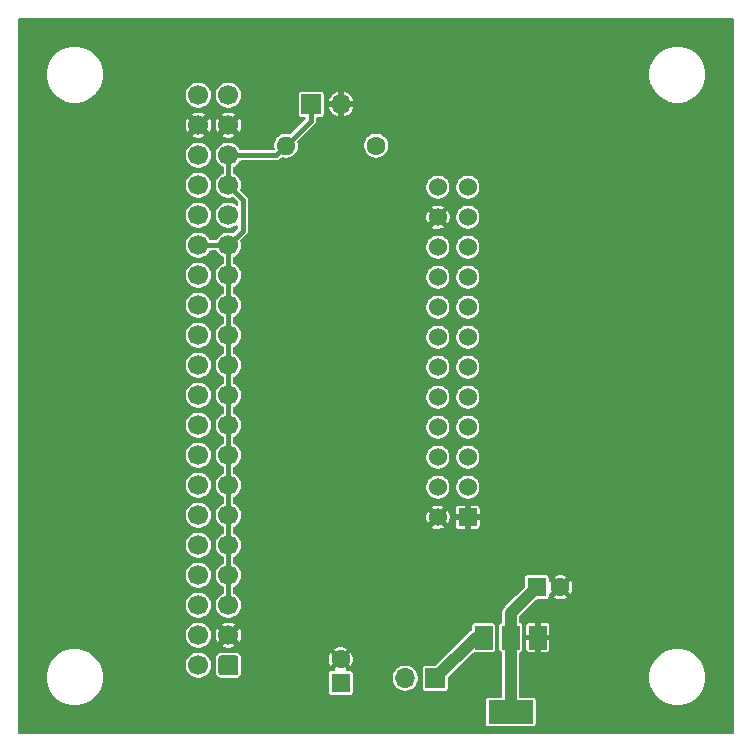
<source format=gbr>
%TF.GenerationSoftware,KiCad,Pcbnew,(5.1.10)-1*%
%TF.CreationDate,2021-09-03T20:41:02-04:00*%
%TF.ProjectId,3to4_Adapter,33746f34-5f41-4646-9170-7465722e6b69,v1*%
%TF.SameCoordinates,Original*%
%TF.FileFunction,Copper,L1,Top*%
%TF.FilePolarity,Positive*%
%FSLAX46Y46*%
G04 Gerber Fmt 4.6, Leading zero omitted, Abs format (unit mm)*
G04 Created by KiCad (PCBNEW (5.1.10)-1) date 2021-09-03 20:41:02*
%MOMM*%
%LPD*%
G01*
G04 APERTURE LIST*
%TA.AperFunction,ComponentPad*%
%ADD10O,1.700000X1.700000*%
%TD*%
%TA.AperFunction,ComponentPad*%
%ADD11R,1.700000X1.700000*%
%TD*%
%TA.AperFunction,SMDPad,CuDef*%
%ADD12R,1.500000X2.000000*%
%TD*%
%TA.AperFunction,SMDPad,CuDef*%
%ADD13R,3.800000X2.000000*%
%TD*%
%TA.AperFunction,ComponentPad*%
%ADD14O,1.600000X1.600000*%
%TD*%
%TA.AperFunction,ComponentPad*%
%ADD15C,1.600000*%
%TD*%
%TA.AperFunction,ComponentPad*%
%ADD16R,1.600000X1.600000*%
%TD*%
%TA.AperFunction,ComponentPad*%
%ADD17C,1.530000*%
%TD*%
%TA.AperFunction,ComponentPad*%
%ADD18R,1.530000X1.530000*%
%TD*%
%TA.AperFunction,ComponentPad*%
%ADD19C,1.700000*%
%TD*%
%TA.AperFunction,ViaPad*%
%ADD20C,0.800000*%
%TD*%
%TA.AperFunction,Conductor*%
%ADD21C,1.000000*%
%TD*%
%TA.AperFunction,Conductor*%
%ADD22C,0.400000*%
%TD*%
%TA.AperFunction,Conductor*%
%ADD23C,0.200000*%
%TD*%
%TA.AperFunction,Conductor*%
%ADD24C,0.100000*%
%TD*%
G04 APERTURE END LIST*
D10*
%TO.P,J4,2*%
%TO.N,+5V*%
X144960000Y-130100000D03*
D11*
%TO.P,J4,1*%
%TO.N,/3p_IN*%
X147500000Y-130100000D03*
%TD*%
D12*
%TO.P,U1,1*%
%TO.N,GND*%
X156200000Y-126650000D03*
%TO.P,U1,3*%
%TO.N,/3p_IN*%
X151600000Y-126650000D03*
%TO.P,U1,2*%
%TO.N,+3V3*%
X153900000Y-126650000D03*
D13*
X153900000Y-132950000D03*
%TD*%
D14*
%TO.P,R1,2*%
%TO.N,CLK_V3*%
X134880000Y-85000000D03*
D15*
%TO.P,R1,1*%
%TO.N,CLK*%
X142500000Y-85000000D03*
%TD*%
D10*
%TO.P,J3,2*%
%TO.N,GND*%
X139540000Y-81500000D03*
D11*
%TO.P,J3,1*%
%TO.N,CLK_V3*%
X137000000Y-81500000D03*
%TD*%
D15*
%TO.P,C2,2*%
%TO.N,GND*%
X158100000Y-122400000D03*
D16*
%TO.P,C2,1*%
%TO.N,+3V3*%
X156100000Y-122400000D03*
%TD*%
D15*
%TO.P,C1,2*%
%TO.N,GND*%
X139500000Y-128500000D03*
D16*
%TO.P,C1,1*%
%TO.N,+5V*%
X139500000Y-130500000D03*
%TD*%
D17*
%TO.P,J2,24*%
%TO.N,Net-(J2-Pad24)*%
X147730000Y-88530000D03*
%TO.P,J2,23*%
%TO.N,+3V3*%
X150270000Y-88530000D03*
%TO.P,J2,22*%
%TO.N,GND*%
X147730000Y-91070000D03*
%TO.P,J2,21*%
%TO.N,CLK*%
X150270000Y-91070000D03*
%TO.P,J2,20*%
%TO.N,OUT16*%
X147730000Y-93610000D03*
%TO.P,J2,19*%
%TO.N,OUT15*%
X150270000Y-93610000D03*
%TO.P,J2,18*%
%TO.N,OUT14*%
X147730000Y-96150000D03*
%TO.P,J2,17*%
%TO.N,OUT13*%
X150270000Y-96150000D03*
%TO.P,J2,16*%
%TO.N,OUT12*%
X147730000Y-98690000D03*
%TO.P,J2,15*%
%TO.N,OUT11*%
X150270000Y-98690000D03*
%TO.P,J2,14*%
%TO.N,OUT10*%
X147730000Y-101230000D03*
%TO.P,J2,13*%
%TO.N,OUT9*%
X150270000Y-101230000D03*
%TO.P,J2,12*%
%TO.N,OUT8*%
X147730000Y-103770000D03*
%TO.P,J2,11*%
%TO.N,OUT7*%
X150270000Y-103770000D03*
%TO.P,J2,10*%
%TO.N,OUT6*%
X147730000Y-106310000D03*
%TO.P,J2,9*%
%TO.N,OUT5*%
X150270000Y-106310000D03*
%TO.P,J2,8*%
%TO.N,OUT4*%
X147730000Y-108850000D03*
%TO.P,J2,7*%
%TO.N,OUT3*%
X150270000Y-108850000D03*
%TO.P,J2,6*%
%TO.N,OUT2*%
X147730000Y-111390000D03*
%TO.P,J2,5*%
%TO.N,OUT1*%
X150270000Y-111390000D03*
%TO.P,J2,4*%
%TO.N,+5V*%
X147730000Y-113930000D03*
%TO.P,J2,3*%
X150270000Y-113930000D03*
%TO.P,J2,2*%
%TO.N,GND*%
X147730000Y-116470000D03*
D18*
%TO.P,J2,1*%
X150270000Y-116470000D03*
%TD*%
D19*
%TO.P,J1,40*%
%TO.N,+5V*%
X127460000Y-80740000D03*
%TO.P,J1,38*%
%TO.N,GND*%
X127460000Y-83280000D03*
%TO.P,J1,36*%
%TO.N,OUT16*%
X127460000Y-85820000D03*
%TO.P,J1,34*%
%TO.N,OUT15*%
X127460000Y-88360000D03*
%TO.P,J1,32*%
%TO.N,OUT14*%
X127460000Y-90900000D03*
%TO.P,J1,30*%
%TO.N,CLK_V3*%
X127460000Y-93440000D03*
%TO.P,J1,28*%
%TO.N,OUT12*%
X127460000Y-95980000D03*
%TO.P,J1,26*%
%TO.N,OUT11*%
X127460000Y-98520000D03*
%TO.P,J1,24*%
%TO.N,OUT10*%
X127460000Y-101060000D03*
%TO.P,J1,22*%
%TO.N,OUT9*%
X127460000Y-103600000D03*
%TO.P,J1,20*%
%TO.N,OUT8*%
X127460000Y-106140000D03*
%TO.P,J1,18*%
%TO.N,OUT7*%
X127460000Y-108680000D03*
%TO.P,J1,16*%
%TO.N,OUT6*%
X127460000Y-111220000D03*
%TO.P,J1,14*%
%TO.N,OUT5*%
X127460000Y-113760000D03*
%TO.P,J1,12*%
%TO.N,OUT4*%
X127460000Y-116300000D03*
%TO.P,J1,10*%
%TO.N,OUT3*%
X127460000Y-118840000D03*
%TO.P,J1,8*%
%TO.N,OUT2*%
X127460000Y-121380000D03*
%TO.P,J1,6*%
%TO.N,OUT1*%
X127460000Y-123920000D03*
%TO.P,J1,4*%
%TO.N,+5V*%
X127460000Y-126460000D03*
%TO.P,J1,2*%
X127460000Y-129000000D03*
%TO.P,J1,39*%
X130000000Y-80740000D03*
%TO.P,J1,37*%
%TO.N,GND*%
X130000000Y-83280000D03*
%TO.P,J1,35*%
%TO.N,CLK_V3*%
X130000000Y-85820000D03*
%TO.P,J1,33*%
X130000000Y-88360000D03*
%TO.P,J1,31*%
%TO.N,OUT13*%
X130000000Y-90900000D03*
%TO.P,J1,29*%
%TO.N,CLK_V3*%
X130000000Y-93440000D03*
%TO.P,J1,27*%
X130000000Y-95980000D03*
%TO.P,J1,25*%
X130000000Y-98520000D03*
%TO.P,J1,23*%
X130000000Y-101060000D03*
%TO.P,J1,21*%
X130000000Y-103600000D03*
%TO.P,J1,19*%
X130000000Y-106140000D03*
%TO.P,J1,17*%
X130000000Y-108680000D03*
%TO.P,J1,15*%
X130000000Y-111220000D03*
%TO.P,J1,13*%
X130000000Y-113760000D03*
%TO.P,J1,11*%
X130000000Y-116300000D03*
%TO.P,J1,9*%
X130000000Y-118840000D03*
%TO.P,J1,7*%
X130000000Y-121380000D03*
%TO.P,J1,5*%
X130000000Y-123920000D03*
%TO.P,J1,3*%
%TO.N,GND*%
X130000000Y-126460000D03*
%TO.P,J1,1*%
%TO.N,Net-(J1-Pad1)*%
%TA.AperFunction,ComponentPad*%
G36*
G01*
X130850000Y-128400000D02*
X130850000Y-129600000D01*
G75*
G02*
X130600000Y-129850000I-250000J0D01*
G01*
X129400000Y-129850000D01*
G75*
G02*
X129150000Y-129600000I0J250000D01*
G01*
X129150000Y-128400000D01*
G75*
G02*
X129400000Y-128150000I250000J0D01*
G01*
X130600000Y-128150000D01*
G75*
G02*
X130850000Y-128400000I0J-250000D01*
G01*
G37*
%TD.AperFunction*%
%TD*%
D20*
%TO.N,GND*%
X115000000Y-85000000D03*
X115000000Y-95000000D03*
X115000000Y-105000000D03*
X115000000Y-115000000D03*
X115000000Y-125000000D03*
X140000000Y-123500000D03*
X140000000Y-121500000D03*
X157500000Y-85000000D03*
X157500000Y-95000000D03*
X157500000Y-105000000D03*
X157500000Y-115000000D03*
X135000000Y-132500000D03*
X167500000Y-105000000D03*
X167500000Y-115000000D03*
X167500000Y-122500000D03*
X167500000Y-95000000D03*
X167500000Y-85000000D03*
X157500000Y-77500000D03*
X150000000Y-77500000D03*
X142500000Y-77500000D03*
X135000000Y-77500000D03*
X125000000Y-77500000D03*
X125000000Y-132500000D03*
X135000000Y-125000000D03*
X150000000Y-120000000D03*
X147500000Y-85000000D03*
X152500000Y-85000000D03*
X139000000Y-85000000D03*
X136000000Y-88000000D03*
X142000000Y-88000000D03*
X142000000Y-92000000D03*
X135000000Y-97000000D03*
X125500000Y-122000000D03*
X125500000Y-100500000D03*
X125500000Y-88500000D03*
X125500000Y-111500000D03*
X152000000Y-93000000D03*
X152000000Y-100000000D03*
X152000000Y-107500000D03*
%TD*%
D21*
%TO.N,+3V3*%
X153900000Y-124600000D02*
X156100000Y-122400000D01*
X153900000Y-126650000D02*
X153900000Y-124600000D01*
X153900000Y-126650000D02*
X153900000Y-132950000D01*
D22*
%TO.N,CLK_V3*%
X130000000Y-85820000D02*
X130000000Y-88360000D01*
X130060000Y-85820000D02*
X130000000Y-85820000D01*
X130000000Y-123920000D02*
X130000000Y-93440000D01*
X130000000Y-93440000D02*
X127460000Y-93440000D01*
X131250001Y-92189999D02*
X130000000Y-93440000D01*
X131250001Y-89610001D02*
X131250001Y-92189999D01*
X130000000Y-88360000D02*
X131250001Y-89610001D01*
X134060000Y-85820000D02*
X134880000Y-85000000D01*
X130000000Y-85820000D02*
X134060000Y-85820000D01*
X137000000Y-82880000D02*
X134880000Y-85000000D01*
X137000000Y-81500000D02*
X137000000Y-82880000D01*
D21*
%TO.N,/3p_IN*%
X150950000Y-126650000D02*
X147500000Y-130100000D01*
X151600000Y-126650000D02*
X150950000Y-126650000D01*
%TD*%
D23*
%TO.N,GND*%
X172725001Y-134725000D02*
X112275000Y-134725000D01*
X112275000Y-129758696D01*
X114550000Y-129758696D01*
X114550000Y-130241304D01*
X114644152Y-130714639D01*
X114828838Y-131160510D01*
X115096960Y-131561784D01*
X115438216Y-131903040D01*
X115839490Y-132171162D01*
X116285361Y-132355848D01*
X116758696Y-132450000D01*
X117241304Y-132450000D01*
X117714639Y-132355848D01*
X118160510Y-132171162D01*
X118491503Y-131950000D01*
X151698549Y-131950000D01*
X151698549Y-133950000D01*
X151704341Y-134008810D01*
X151721496Y-134065360D01*
X151749353Y-134117477D01*
X151786842Y-134163158D01*
X151832523Y-134200647D01*
X151884640Y-134228504D01*
X151941190Y-134245659D01*
X152000000Y-134251451D01*
X155800000Y-134251451D01*
X155858810Y-134245659D01*
X155915360Y-134228504D01*
X155967477Y-134200647D01*
X156013158Y-134163158D01*
X156050647Y-134117477D01*
X156078504Y-134065360D01*
X156095659Y-134008810D01*
X156101451Y-133950000D01*
X156101451Y-131950000D01*
X156095659Y-131891190D01*
X156078504Y-131834640D01*
X156050647Y-131782523D01*
X156013158Y-131736842D01*
X155967477Y-131699353D01*
X155915360Y-131671496D01*
X155858810Y-131654341D01*
X155800000Y-131648549D01*
X154700000Y-131648549D01*
X154700000Y-129758696D01*
X165550000Y-129758696D01*
X165550000Y-130241304D01*
X165644152Y-130714639D01*
X165828838Y-131160510D01*
X166096960Y-131561784D01*
X166438216Y-131903040D01*
X166839490Y-132171162D01*
X167285361Y-132355848D01*
X167758696Y-132450000D01*
X168241304Y-132450000D01*
X168714639Y-132355848D01*
X169160510Y-132171162D01*
X169561784Y-131903040D01*
X169903040Y-131561784D01*
X170171162Y-131160510D01*
X170355848Y-130714639D01*
X170450000Y-130241304D01*
X170450000Y-129758696D01*
X170355848Y-129285361D01*
X170171162Y-128839490D01*
X169903040Y-128438216D01*
X169561784Y-128096960D01*
X169160510Y-127828838D01*
X168714639Y-127644152D01*
X168241304Y-127550000D01*
X167758696Y-127550000D01*
X167285361Y-127644152D01*
X166839490Y-127828838D01*
X166438216Y-128096960D01*
X166096960Y-128438216D01*
X165828838Y-128839490D01*
X165644152Y-129285361D01*
X165550000Y-129758696D01*
X154700000Y-129758696D01*
X154700000Y-127946527D01*
X154708810Y-127945659D01*
X154765360Y-127928504D01*
X154817477Y-127900647D01*
X154863158Y-127863158D01*
X154900647Y-127817477D01*
X154928504Y-127765360D01*
X154945659Y-127708810D01*
X154951451Y-127650000D01*
X155140510Y-127650000D01*
X155146457Y-127710379D01*
X155164069Y-127768437D01*
X155192668Y-127821943D01*
X155231158Y-127868842D01*
X155278057Y-127907332D01*
X155331563Y-127935931D01*
X155389621Y-127953543D01*
X155450000Y-127959490D01*
X155969000Y-127958000D01*
X156046000Y-127881000D01*
X156046000Y-126804000D01*
X156354000Y-126804000D01*
X156354000Y-127881000D01*
X156431000Y-127958000D01*
X156950000Y-127959490D01*
X157010379Y-127953543D01*
X157068437Y-127935931D01*
X157121943Y-127907332D01*
X157168842Y-127868842D01*
X157207332Y-127821943D01*
X157235931Y-127768437D01*
X157253543Y-127710379D01*
X157259490Y-127650000D01*
X157258000Y-126881000D01*
X157181000Y-126804000D01*
X156354000Y-126804000D01*
X156046000Y-126804000D01*
X155219000Y-126804000D01*
X155142000Y-126881000D01*
X155140510Y-127650000D01*
X154951451Y-127650000D01*
X154951451Y-125650000D01*
X155140510Y-125650000D01*
X155142000Y-126419000D01*
X155219000Y-126496000D01*
X156046000Y-126496000D01*
X156046000Y-125419000D01*
X156354000Y-125419000D01*
X156354000Y-126496000D01*
X157181000Y-126496000D01*
X157258000Y-126419000D01*
X157259490Y-125650000D01*
X157253543Y-125589621D01*
X157235931Y-125531563D01*
X157207332Y-125478057D01*
X157168842Y-125431158D01*
X157121943Y-125392668D01*
X157068437Y-125364069D01*
X157010379Y-125346457D01*
X156950000Y-125340510D01*
X156431000Y-125342000D01*
X156354000Y-125419000D01*
X156046000Y-125419000D01*
X155969000Y-125342000D01*
X155450000Y-125340510D01*
X155389621Y-125346457D01*
X155331563Y-125364069D01*
X155278057Y-125392668D01*
X155231158Y-125431158D01*
X155192668Y-125478057D01*
X155164069Y-125531563D01*
X155146457Y-125589621D01*
X155140510Y-125650000D01*
X154951451Y-125650000D01*
X154945659Y-125591190D01*
X154928504Y-125534640D01*
X154900647Y-125482523D01*
X154863158Y-125436842D01*
X154817477Y-125399353D01*
X154765360Y-125371496D01*
X154708810Y-125354341D01*
X154700000Y-125353473D01*
X154700000Y-124931370D01*
X156129919Y-123501451D01*
X156900000Y-123501451D01*
X156958810Y-123495659D01*
X157015360Y-123478504D01*
X157067477Y-123450647D01*
X157113158Y-123413158D01*
X157150647Y-123367477D01*
X157178504Y-123315360D01*
X157195659Y-123258810D01*
X157198144Y-123233576D01*
X157484213Y-123233576D01*
X157576462Y-123382589D01*
X157778215Y-123465847D01*
X157992335Y-123508144D01*
X158210592Y-123507855D01*
X158424598Y-123464993D01*
X158623538Y-123382589D01*
X158715787Y-123233576D01*
X158100000Y-122617789D01*
X157484213Y-123233576D01*
X157198144Y-123233576D01*
X157201451Y-123200000D01*
X157201451Y-122975564D01*
X157266424Y-123015787D01*
X157882211Y-122400000D01*
X158317789Y-122400000D01*
X158933576Y-123015787D01*
X159082589Y-122923538D01*
X159165847Y-122721785D01*
X159208144Y-122507665D01*
X159207855Y-122289408D01*
X159164993Y-122075402D01*
X159082589Y-121876462D01*
X158933576Y-121784213D01*
X158317789Y-122400000D01*
X157882211Y-122400000D01*
X157266424Y-121784213D01*
X157201451Y-121824436D01*
X157201451Y-121600000D01*
X157198145Y-121566424D01*
X157484213Y-121566424D01*
X158100000Y-122182211D01*
X158715787Y-121566424D01*
X158623538Y-121417411D01*
X158421785Y-121334153D01*
X158207665Y-121291856D01*
X157989408Y-121292145D01*
X157775402Y-121335007D01*
X157576462Y-121417411D01*
X157484213Y-121566424D01*
X157198145Y-121566424D01*
X157195659Y-121541190D01*
X157178504Y-121484640D01*
X157150647Y-121432523D01*
X157113158Y-121386842D01*
X157067477Y-121349353D01*
X157015360Y-121321496D01*
X156958810Y-121304341D01*
X156900000Y-121298549D01*
X155300000Y-121298549D01*
X155241190Y-121304341D01*
X155184640Y-121321496D01*
X155132523Y-121349353D01*
X155086842Y-121386842D01*
X155049353Y-121432523D01*
X155021496Y-121484640D01*
X155004341Y-121541190D01*
X154998549Y-121600000D01*
X154998549Y-122370081D01*
X153362099Y-124006531D01*
X153331579Y-124031578D01*
X153306532Y-124062098D01*
X153306531Y-124062099D01*
X153231607Y-124153394D01*
X153157321Y-124292373D01*
X153111577Y-124443173D01*
X153096130Y-124600000D01*
X153100001Y-124639300D01*
X153100001Y-125353473D01*
X153091190Y-125354341D01*
X153034640Y-125371496D01*
X152982523Y-125399353D01*
X152936842Y-125436842D01*
X152899353Y-125482523D01*
X152871496Y-125534640D01*
X152854341Y-125591190D01*
X152848549Y-125650000D01*
X152848549Y-127650000D01*
X152854341Y-127708810D01*
X152871496Y-127765360D01*
X152899353Y-127817477D01*
X152936842Y-127863158D01*
X152982523Y-127900647D01*
X153034640Y-127928504D01*
X153091190Y-127945659D01*
X153100000Y-127946527D01*
X153100001Y-131648549D01*
X152000000Y-131648549D01*
X151941190Y-131654341D01*
X151884640Y-131671496D01*
X151832523Y-131699353D01*
X151786842Y-131736842D01*
X151749353Y-131782523D01*
X151721496Y-131834640D01*
X151704341Y-131891190D01*
X151698549Y-131950000D01*
X118491503Y-131950000D01*
X118561784Y-131903040D01*
X118903040Y-131561784D01*
X119171162Y-131160510D01*
X119355848Y-130714639D01*
X119450000Y-130241304D01*
X119450000Y-129758696D01*
X119355848Y-129285361D01*
X119190732Y-128886735D01*
X126310000Y-128886735D01*
X126310000Y-129113265D01*
X126354194Y-129335443D01*
X126440884Y-129544729D01*
X126566737Y-129733082D01*
X126726918Y-129893263D01*
X126915271Y-130019116D01*
X127124557Y-130105806D01*
X127346735Y-130150000D01*
X127573265Y-130150000D01*
X127795443Y-130105806D01*
X128004729Y-130019116D01*
X128193082Y-129893263D01*
X128353263Y-129733082D01*
X128479116Y-129544729D01*
X128565806Y-129335443D01*
X128610000Y-129113265D01*
X128610000Y-128886735D01*
X128565806Y-128664557D01*
X128479116Y-128455271D01*
X128442186Y-128400000D01*
X128848549Y-128400000D01*
X128848549Y-129600000D01*
X128859145Y-129707583D01*
X128890526Y-129811031D01*
X128941485Y-129906370D01*
X129010065Y-129989935D01*
X129093630Y-130058515D01*
X129188969Y-130109474D01*
X129292417Y-130140855D01*
X129400000Y-130151451D01*
X130600000Y-130151451D01*
X130707583Y-130140855D01*
X130811031Y-130109474D01*
X130906370Y-130058515D01*
X130989935Y-129989935D01*
X131058515Y-129906370D01*
X131109474Y-129811031D01*
X131140855Y-129707583D01*
X131141601Y-129700000D01*
X138398549Y-129700000D01*
X138398549Y-131300000D01*
X138404341Y-131358810D01*
X138421496Y-131415360D01*
X138449353Y-131467477D01*
X138486842Y-131513158D01*
X138532523Y-131550647D01*
X138584640Y-131578504D01*
X138641190Y-131595659D01*
X138700000Y-131601451D01*
X140300000Y-131601451D01*
X140358810Y-131595659D01*
X140415360Y-131578504D01*
X140467477Y-131550647D01*
X140513158Y-131513158D01*
X140550647Y-131467477D01*
X140578504Y-131415360D01*
X140595659Y-131358810D01*
X140601451Y-131300000D01*
X140601451Y-129986735D01*
X143810000Y-129986735D01*
X143810000Y-130213265D01*
X143854194Y-130435443D01*
X143940884Y-130644729D01*
X144066737Y-130833082D01*
X144226918Y-130993263D01*
X144415271Y-131119116D01*
X144624557Y-131205806D01*
X144846735Y-131250000D01*
X145073265Y-131250000D01*
X145295443Y-131205806D01*
X145504729Y-131119116D01*
X145693082Y-130993263D01*
X145853263Y-130833082D01*
X145979116Y-130644729D01*
X146065806Y-130435443D01*
X146110000Y-130213265D01*
X146110000Y-129986735D01*
X146065806Y-129764557D01*
X145979116Y-129555271D01*
X145853263Y-129366918D01*
X145736345Y-129250000D01*
X146348549Y-129250000D01*
X146348549Y-130950000D01*
X146354341Y-131008810D01*
X146371496Y-131065360D01*
X146399353Y-131117477D01*
X146436842Y-131163158D01*
X146482523Y-131200647D01*
X146534640Y-131228504D01*
X146591190Y-131245659D01*
X146650000Y-131251451D01*
X148350000Y-131251451D01*
X148408810Y-131245659D01*
X148465360Y-131228504D01*
X148517477Y-131200647D01*
X148563158Y-131163158D01*
X148600647Y-131117477D01*
X148628504Y-131065360D01*
X148645659Y-131008810D01*
X148651451Y-130950000D01*
X148651451Y-130079919D01*
X150786986Y-127944384D01*
X150791190Y-127945659D01*
X150850000Y-127951451D01*
X152350000Y-127951451D01*
X152408810Y-127945659D01*
X152465360Y-127928504D01*
X152517477Y-127900647D01*
X152563158Y-127863158D01*
X152600647Y-127817477D01*
X152628504Y-127765360D01*
X152645659Y-127708810D01*
X152651451Y-127650000D01*
X152651451Y-125650000D01*
X152645659Y-125591190D01*
X152628504Y-125534640D01*
X152600647Y-125482523D01*
X152563158Y-125436842D01*
X152517477Y-125399353D01*
X152465360Y-125371496D01*
X152408810Y-125354341D01*
X152350000Y-125348549D01*
X150850000Y-125348549D01*
X150791190Y-125354341D01*
X150734640Y-125371496D01*
X150682523Y-125399353D01*
X150636842Y-125436842D01*
X150599353Y-125482523D01*
X150571496Y-125534640D01*
X150554341Y-125591190D01*
X150548549Y-125650000D01*
X150548549Y-125957471D01*
X150503393Y-125981607D01*
X150455233Y-126021131D01*
X150381578Y-126081578D01*
X150356527Y-126112103D01*
X147520081Y-128948549D01*
X146650000Y-128948549D01*
X146591190Y-128954341D01*
X146534640Y-128971496D01*
X146482523Y-128999353D01*
X146436842Y-129036842D01*
X146399353Y-129082523D01*
X146371496Y-129134640D01*
X146354341Y-129191190D01*
X146348549Y-129250000D01*
X145736345Y-129250000D01*
X145693082Y-129206737D01*
X145504729Y-129080884D01*
X145295443Y-128994194D01*
X145073265Y-128950000D01*
X144846735Y-128950000D01*
X144624557Y-128994194D01*
X144415271Y-129080884D01*
X144226918Y-129206737D01*
X144066737Y-129366918D01*
X143940884Y-129555271D01*
X143854194Y-129764557D01*
X143810000Y-129986735D01*
X140601451Y-129986735D01*
X140601451Y-129700000D01*
X140595659Y-129641190D01*
X140578504Y-129584640D01*
X140550647Y-129532523D01*
X140513158Y-129486842D01*
X140467477Y-129449353D01*
X140415360Y-129421496D01*
X140358810Y-129404341D01*
X140300000Y-129398549D01*
X140075564Y-129398549D01*
X140115787Y-129333576D01*
X139500000Y-128717789D01*
X138884213Y-129333576D01*
X138924436Y-129398549D01*
X138700000Y-129398549D01*
X138641190Y-129404341D01*
X138584640Y-129421496D01*
X138532523Y-129449353D01*
X138486842Y-129486842D01*
X138449353Y-129532523D01*
X138421496Y-129584640D01*
X138404341Y-129641190D01*
X138398549Y-129700000D01*
X131141601Y-129700000D01*
X131151451Y-129600000D01*
X131151451Y-128400000D01*
X131150697Y-128392335D01*
X138391856Y-128392335D01*
X138392145Y-128610592D01*
X138435007Y-128824598D01*
X138517411Y-129023538D01*
X138666424Y-129115787D01*
X139282211Y-128500000D01*
X139717789Y-128500000D01*
X140333576Y-129115787D01*
X140482589Y-129023538D01*
X140565847Y-128821785D01*
X140608144Y-128607665D01*
X140607855Y-128389408D01*
X140564993Y-128175402D01*
X140482589Y-127976462D01*
X140333576Y-127884213D01*
X139717789Y-128500000D01*
X139282211Y-128500000D01*
X138666424Y-127884213D01*
X138517411Y-127976462D01*
X138434153Y-128178215D01*
X138391856Y-128392335D01*
X131150697Y-128392335D01*
X131140855Y-128292417D01*
X131109474Y-128188969D01*
X131058515Y-128093630D01*
X130989935Y-128010065D01*
X130906370Y-127941485D01*
X130811031Y-127890526D01*
X130707583Y-127859145D01*
X130600000Y-127848549D01*
X129400000Y-127848549D01*
X129292417Y-127859145D01*
X129188969Y-127890526D01*
X129093630Y-127941485D01*
X129010065Y-128010065D01*
X128941485Y-128093630D01*
X128890526Y-128188969D01*
X128859145Y-128292417D01*
X128848549Y-128400000D01*
X128442186Y-128400000D01*
X128353263Y-128266918D01*
X128193082Y-128106737D01*
X128004729Y-127980884D01*
X127795443Y-127894194D01*
X127573265Y-127850000D01*
X127346735Y-127850000D01*
X127124557Y-127894194D01*
X126915271Y-127980884D01*
X126726918Y-128106737D01*
X126566737Y-128266918D01*
X126440884Y-128455271D01*
X126354194Y-128664557D01*
X126310000Y-128886735D01*
X119190732Y-128886735D01*
X119171162Y-128839490D01*
X118903040Y-128438216D01*
X118561784Y-128096960D01*
X118160510Y-127828838D01*
X117768409Y-127666424D01*
X138884213Y-127666424D01*
X139500000Y-128282211D01*
X140115787Y-127666424D01*
X140023538Y-127517411D01*
X139821785Y-127434153D01*
X139607665Y-127391856D01*
X139389408Y-127392145D01*
X139175402Y-127435007D01*
X138976462Y-127517411D01*
X138884213Y-127666424D01*
X117768409Y-127666424D01*
X117714639Y-127644152D01*
X117241304Y-127550000D01*
X116758696Y-127550000D01*
X116285361Y-127644152D01*
X115839490Y-127828838D01*
X115438216Y-128096960D01*
X115096960Y-128438216D01*
X114828838Y-128839490D01*
X114644152Y-129285361D01*
X114550000Y-129758696D01*
X112275000Y-129758696D01*
X112275000Y-126346735D01*
X126310000Y-126346735D01*
X126310000Y-126573265D01*
X126354194Y-126795443D01*
X126440884Y-127004729D01*
X126566737Y-127193082D01*
X126726918Y-127353263D01*
X126915271Y-127479116D01*
X127124557Y-127565806D01*
X127346735Y-127610000D01*
X127573265Y-127610000D01*
X127795443Y-127565806D01*
X128004729Y-127479116D01*
X128193082Y-127353263D01*
X128216862Y-127329483D01*
X129348306Y-127329483D01*
X129446656Y-127483612D01*
X129656985Y-127571896D01*
X129880497Y-127617450D01*
X130108600Y-127618524D01*
X130332530Y-127575076D01*
X130543681Y-127488776D01*
X130553344Y-127483612D01*
X130651694Y-127329483D01*
X130000000Y-126677789D01*
X129348306Y-127329483D01*
X128216862Y-127329483D01*
X128353263Y-127193082D01*
X128479116Y-127004729D01*
X128565806Y-126795443D01*
X128610000Y-126573265D01*
X128610000Y-126568600D01*
X128841476Y-126568600D01*
X128884924Y-126792530D01*
X128971224Y-127003681D01*
X128976388Y-127013344D01*
X129130517Y-127111694D01*
X129782211Y-126460000D01*
X130217789Y-126460000D01*
X130869483Y-127111694D01*
X131023612Y-127013344D01*
X131111896Y-126803015D01*
X131157450Y-126579503D01*
X131158524Y-126351400D01*
X131115076Y-126127470D01*
X131028776Y-125916319D01*
X131023612Y-125906656D01*
X130869483Y-125808306D01*
X130217789Y-126460000D01*
X129782211Y-126460000D01*
X129130517Y-125808306D01*
X128976388Y-125906656D01*
X128888104Y-126116985D01*
X128842550Y-126340497D01*
X128841476Y-126568600D01*
X128610000Y-126568600D01*
X128610000Y-126346735D01*
X128565806Y-126124557D01*
X128479116Y-125915271D01*
X128353263Y-125726918D01*
X128216862Y-125590517D01*
X129348306Y-125590517D01*
X130000000Y-126242211D01*
X130651694Y-125590517D01*
X130553344Y-125436388D01*
X130343015Y-125348104D01*
X130119503Y-125302550D01*
X129891400Y-125301476D01*
X129667470Y-125344924D01*
X129456319Y-125431224D01*
X129446656Y-125436388D01*
X129348306Y-125590517D01*
X128216862Y-125590517D01*
X128193082Y-125566737D01*
X128004729Y-125440884D01*
X127795443Y-125354194D01*
X127573265Y-125310000D01*
X127346735Y-125310000D01*
X127124557Y-125354194D01*
X126915271Y-125440884D01*
X126726918Y-125566737D01*
X126566737Y-125726918D01*
X126440884Y-125915271D01*
X126354194Y-126124557D01*
X126310000Y-126346735D01*
X112275000Y-126346735D01*
X112275000Y-123806735D01*
X126310000Y-123806735D01*
X126310000Y-124033265D01*
X126354194Y-124255443D01*
X126440884Y-124464729D01*
X126566737Y-124653082D01*
X126726918Y-124813263D01*
X126915271Y-124939116D01*
X127124557Y-125025806D01*
X127346735Y-125070000D01*
X127573265Y-125070000D01*
X127795443Y-125025806D01*
X128004729Y-124939116D01*
X128193082Y-124813263D01*
X128353263Y-124653082D01*
X128479116Y-124464729D01*
X128565806Y-124255443D01*
X128610000Y-124033265D01*
X128610000Y-123806735D01*
X128565806Y-123584557D01*
X128479116Y-123375271D01*
X128353263Y-123186918D01*
X128193082Y-123026737D01*
X128004729Y-122900884D01*
X127795443Y-122814194D01*
X127573265Y-122770000D01*
X127346735Y-122770000D01*
X127124557Y-122814194D01*
X126915271Y-122900884D01*
X126726918Y-123026737D01*
X126566737Y-123186918D01*
X126440884Y-123375271D01*
X126354194Y-123584557D01*
X126310000Y-123806735D01*
X112275000Y-123806735D01*
X112275000Y-121266735D01*
X126310000Y-121266735D01*
X126310000Y-121493265D01*
X126354194Y-121715443D01*
X126440884Y-121924729D01*
X126566737Y-122113082D01*
X126726918Y-122273263D01*
X126915271Y-122399116D01*
X127124557Y-122485806D01*
X127346735Y-122530000D01*
X127573265Y-122530000D01*
X127795443Y-122485806D01*
X128004729Y-122399116D01*
X128193082Y-122273263D01*
X128353263Y-122113082D01*
X128479116Y-121924729D01*
X128565806Y-121715443D01*
X128610000Y-121493265D01*
X128610000Y-121266735D01*
X128565806Y-121044557D01*
X128479116Y-120835271D01*
X128353263Y-120646918D01*
X128193082Y-120486737D01*
X128004729Y-120360884D01*
X127795443Y-120274194D01*
X127573265Y-120230000D01*
X127346735Y-120230000D01*
X127124557Y-120274194D01*
X126915271Y-120360884D01*
X126726918Y-120486737D01*
X126566737Y-120646918D01*
X126440884Y-120835271D01*
X126354194Y-121044557D01*
X126310000Y-121266735D01*
X112275000Y-121266735D01*
X112275000Y-118726735D01*
X126310000Y-118726735D01*
X126310000Y-118953265D01*
X126354194Y-119175443D01*
X126440884Y-119384729D01*
X126566737Y-119573082D01*
X126726918Y-119733263D01*
X126915271Y-119859116D01*
X127124557Y-119945806D01*
X127346735Y-119990000D01*
X127573265Y-119990000D01*
X127795443Y-119945806D01*
X128004729Y-119859116D01*
X128193082Y-119733263D01*
X128353263Y-119573082D01*
X128479116Y-119384729D01*
X128565806Y-119175443D01*
X128610000Y-118953265D01*
X128610000Y-118726735D01*
X128565806Y-118504557D01*
X128479116Y-118295271D01*
X128353263Y-118106918D01*
X128193082Y-117946737D01*
X128004729Y-117820884D01*
X127795443Y-117734194D01*
X127573265Y-117690000D01*
X127346735Y-117690000D01*
X127124557Y-117734194D01*
X126915271Y-117820884D01*
X126726918Y-117946737D01*
X126566737Y-118106918D01*
X126440884Y-118295271D01*
X126354194Y-118504557D01*
X126310000Y-118726735D01*
X112275000Y-118726735D01*
X112275000Y-116186735D01*
X126310000Y-116186735D01*
X126310000Y-116413265D01*
X126354194Y-116635443D01*
X126440884Y-116844729D01*
X126566737Y-117033082D01*
X126726918Y-117193263D01*
X126915271Y-117319116D01*
X127124557Y-117405806D01*
X127346735Y-117450000D01*
X127573265Y-117450000D01*
X127795443Y-117405806D01*
X128004729Y-117319116D01*
X128193082Y-117193263D01*
X128353263Y-117033082D01*
X128479116Y-116844729D01*
X128565806Y-116635443D01*
X128610000Y-116413265D01*
X128610000Y-116186735D01*
X128565806Y-115964557D01*
X128479116Y-115755271D01*
X128353263Y-115566918D01*
X128193082Y-115406737D01*
X128004729Y-115280884D01*
X127795443Y-115194194D01*
X127573265Y-115150000D01*
X127346735Y-115150000D01*
X127124557Y-115194194D01*
X126915271Y-115280884D01*
X126726918Y-115406737D01*
X126566737Y-115566918D01*
X126440884Y-115755271D01*
X126354194Y-115964557D01*
X126310000Y-116186735D01*
X112275000Y-116186735D01*
X112275000Y-113646735D01*
X126310000Y-113646735D01*
X126310000Y-113873265D01*
X126354194Y-114095443D01*
X126440884Y-114304729D01*
X126566737Y-114493082D01*
X126726918Y-114653263D01*
X126915271Y-114779116D01*
X127124557Y-114865806D01*
X127346735Y-114910000D01*
X127573265Y-114910000D01*
X127795443Y-114865806D01*
X128004729Y-114779116D01*
X128193082Y-114653263D01*
X128353263Y-114493082D01*
X128479116Y-114304729D01*
X128565806Y-114095443D01*
X128610000Y-113873265D01*
X128610000Y-113646735D01*
X128565806Y-113424557D01*
X128479116Y-113215271D01*
X128353263Y-113026918D01*
X128193082Y-112866737D01*
X128004729Y-112740884D01*
X127795443Y-112654194D01*
X127573265Y-112610000D01*
X127346735Y-112610000D01*
X127124557Y-112654194D01*
X126915271Y-112740884D01*
X126726918Y-112866737D01*
X126566737Y-113026918D01*
X126440884Y-113215271D01*
X126354194Y-113424557D01*
X126310000Y-113646735D01*
X112275000Y-113646735D01*
X112275000Y-111106735D01*
X126310000Y-111106735D01*
X126310000Y-111333265D01*
X126354194Y-111555443D01*
X126440884Y-111764729D01*
X126566737Y-111953082D01*
X126726918Y-112113263D01*
X126915271Y-112239116D01*
X127124557Y-112325806D01*
X127346735Y-112370000D01*
X127573265Y-112370000D01*
X127795443Y-112325806D01*
X128004729Y-112239116D01*
X128193082Y-112113263D01*
X128353263Y-111953082D01*
X128479116Y-111764729D01*
X128565806Y-111555443D01*
X128610000Y-111333265D01*
X128610000Y-111106735D01*
X128565806Y-110884557D01*
X128479116Y-110675271D01*
X128353263Y-110486918D01*
X128193082Y-110326737D01*
X128004729Y-110200884D01*
X127795443Y-110114194D01*
X127573265Y-110070000D01*
X127346735Y-110070000D01*
X127124557Y-110114194D01*
X126915271Y-110200884D01*
X126726918Y-110326737D01*
X126566737Y-110486918D01*
X126440884Y-110675271D01*
X126354194Y-110884557D01*
X126310000Y-111106735D01*
X112275000Y-111106735D01*
X112275000Y-108566735D01*
X126310000Y-108566735D01*
X126310000Y-108793265D01*
X126354194Y-109015443D01*
X126440884Y-109224729D01*
X126566737Y-109413082D01*
X126726918Y-109573263D01*
X126915271Y-109699116D01*
X127124557Y-109785806D01*
X127346735Y-109830000D01*
X127573265Y-109830000D01*
X127795443Y-109785806D01*
X128004729Y-109699116D01*
X128193082Y-109573263D01*
X128353263Y-109413082D01*
X128479116Y-109224729D01*
X128565806Y-109015443D01*
X128610000Y-108793265D01*
X128610000Y-108566735D01*
X128565806Y-108344557D01*
X128479116Y-108135271D01*
X128353263Y-107946918D01*
X128193082Y-107786737D01*
X128004729Y-107660884D01*
X127795443Y-107574194D01*
X127573265Y-107530000D01*
X127346735Y-107530000D01*
X127124557Y-107574194D01*
X126915271Y-107660884D01*
X126726918Y-107786737D01*
X126566737Y-107946918D01*
X126440884Y-108135271D01*
X126354194Y-108344557D01*
X126310000Y-108566735D01*
X112275000Y-108566735D01*
X112275000Y-106026735D01*
X126310000Y-106026735D01*
X126310000Y-106253265D01*
X126354194Y-106475443D01*
X126440884Y-106684729D01*
X126566737Y-106873082D01*
X126726918Y-107033263D01*
X126915271Y-107159116D01*
X127124557Y-107245806D01*
X127346735Y-107290000D01*
X127573265Y-107290000D01*
X127795443Y-107245806D01*
X128004729Y-107159116D01*
X128193082Y-107033263D01*
X128353263Y-106873082D01*
X128479116Y-106684729D01*
X128565806Y-106475443D01*
X128610000Y-106253265D01*
X128610000Y-106026735D01*
X128565806Y-105804557D01*
X128479116Y-105595271D01*
X128353263Y-105406918D01*
X128193082Y-105246737D01*
X128004729Y-105120884D01*
X127795443Y-105034194D01*
X127573265Y-104990000D01*
X127346735Y-104990000D01*
X127124557Y-105034194D01*
X126915271Y-105120884D01*
X126726918Y-105246737D01*
X126566737Y-105406918D01*
X126440884Y-105595271D01*
X126354194Y-105804557D01*
X126310000Y-106026735D01*
X112275000Y-106026735D01*
X112275000Y-103486735D01*
X126310000Y-103486735D01*
X126310000Y-103713265D01*
X126354194Y-103935443D01*
X126440884Y-104144729D01*
X126566737Y-104333082D01*
X126726918Y-104493263D01*
X126915271Y-104619116D01*
X127124557Y-104705806D01*
X127346735Y-104750000D01*
X127573265Y-104750000D01*
X127795443Y-104705806D01*
X128004729Y-104619116D01*
X128193082Y-104493263D01*
X128353263Y-104333082D01*
X128479116Y-104144729D01*
X128565806Y-103935443D01*
X128610000Y-103713265D01*
X128610000Y-103486735D01*
X128565806Y-103264557D01*
X128479116Y-103055271D01*
X128353263Y-102866918D01*
X128193082Y-102706737D01*
X128004729Y-102580884D01*
X127795443Y-102494194D01*
X127573265Y-102450000D01*
X127346735Y-102450000D01*
X127124557Y-102494194D01*
X126915271Y-102580884D01*
X126726918Y-102706737D01*
X126566737Y-102866918D01*
X126440884Y-103055271D01*
X126354194Y-103264557D01*
X126310000Y-103486735D01*
X112275000Y-103486735D01*
X112275000Y-100946735D01*
X126310000Y-100946735D01*
X126310000Y-101173265D01*
X126354194Y-101395443D01*
X126440884Y-101604729D01*
X126566737Y-101793082D01*
X126726918Y-101953263D01*
X126915271Y-102079116D01*
X127124557Y-102165806D01*
X127346735Y-102210000D01*
X127573265Y-102210000D01*
X127795443Y-102165806D01*
X128004729Y-102079116D01*
X128193082Y-101953263D01*
X128353263Y-101793082D01*
X128479116Y-101604729D01*
X128565806Y-101395443D01*
X128610000Y-101173265D01*
X128610000Y-100946735D01*
X128565806Y-100724557D01*
X128479116Y-100515271D01*
X128353263Y-100326918D01*
X128193082Y-100166737D01*
X128004729Y-100040884D01*
X127795443Y-99954194D01*
X127573265Y-99910000D01*
X127346735Y-99910000D01*
X127124557Y-99954194D01*
X126915271Y-100040884D01*
X126726918Y-100166737D01*
X126566737Y-100326918D01*
X126440884Y-100515271D01*
X126354194Y-100724557D01*
X126310000Y-100946735D01*
X112275000Y-100946735D01*
X112275000Y-98406735D01*
X126310000Y-98406735D01*
X126310000Y-98633265D01*
X126354194Y-98855443D01*
X126440884Y-99064729D01*
X126566737Y-99253082D01*
X126726918Y-99413263D01*
X126915271Y-99539116D01*
X127124557Y-99625806D01*
X127346735Y-99670000D01*
X127573265Y-99670000D01*
X127795443Y-99625806D01*
X128004729Y-99539116D01*
X128193082Y-99413263D01*
X128353263Y-99253082D01*
X128479116Y-99064729D01*
X128565806Y-98855443D01*
X128610000Y-98633265D01*
X128610000Y-98406735D01*
X128565806Y-98184557D01*
X128479116Y-97975271D01*
X128353263Y-97786918D01*
X128193082Y-97626737D01*
X128004729Y-97500884D01*
X127795443Y-97414194D01*
X127573265Y-97370000D01*
X127346735Y-97370000D01*
X127124557Y-97414194D01*
X126915271Y-97500884D01*
X126726918Y-97626737D01*
X126566737Y-97786918D01*
X126440884Y-97975271D01*
X126354194Y-98184557D01*
X126310000Y-98406735D01*
X112275000Y-98406735D01*
X112275000Y-95866735D01*
X126310000Y-95866735D01*
X126310000Y-96093265D01*
X126354194Y-96315443D01*
X126440884Y-96524729D01*
X126566737Y-96713082D01*
X126726918Y-96873263D01*
X126915271Y-96999116D01*
X127124557Y-97085806D01*
X127346735Y-97130000D01*
X127573265Y-97130000D01*
X127795443Y-97085806D01*
X128004729Y-96999116D01*
X128193082Y-96873263D01*
X128353263Y-96713082D01*
X128479116Y-96524729D01*
X128565806Y-96315443D01*
X128610000Y-96093265D01*
X128610000Y-95866735D01*
X128565806Y-95644557D01*
X128479116Y-95435271D01*
X128353263Y-95246918D01*
X128193082Y-95086737D01*
X128004729Y-94960884D01*
X127795443Y-94874194D01*
X127573265Y-94830000D01*
X127346735Y-94830000D01*
X127124557Y-94874194D01*
X126915271Y-94960884D01*
X126726918Y-95086737D01*
X126566737Y-95246918D01*
X126440884Y-95435271D01*
X126354194Y-95644557D01*
X126310000Y-95866735D01*
X112275000Y-95866735D01*
X112275000Y-93326735D01*
X126310000Y-93326735D01*
X126310000Y-93553265D01*
X126354194Y-93775443D01*
X126440884Y-93984729D01*
X126566737Y-94173082D01*
X126726918Y-94333263D01*
X126915271Y-94459116D01*
X127124557Y-94545806D01*
X127346735Y-94590000D01*
X127573265Y-94590000D01*
X127795443Y-94545806D01*
X128004729Y-94459116D01*
X128193082Y-94333263D01*
X128353263Y-94173082D01*
X128479116Y-93984729D01*
X128497644Y-93940000D01*
X128962356Y-93940000D01*
X128980884Y-93984729D01*
X129106737Y-94173082D01*
X129266918Y-94333263D01*
X129455271Y-94459116D01*
X129500001Y-94477644D01*
X129500001Y-94942356D01*
X129455271Y-94960884D01*
X129266918Y-95086737D01*
X129106737Y-95246918D01*
X128980884Y-95435271D01*
X128894194Y-95644557D01*
X128850000Y-95866735D01*
X128850000Y-96093265D01*
X128894194Y-96315443D01*
X128980884Y-96524729D01*
X129106737Y-96713082D01*
X129266918Y-96873263D01*
X129455271Y-96999116D01*
X129500001Y-97017644D01*
X129500001Y-97482356D01*
X129455271Y-97500884D01*
X129266918Y-97626737D01*
X129106737Y-97786918D01*
X128980884Y-97975271D01*
X128894194Y-98184557D01*
X128850000Y-98406735D01*
X128850000Y-98633265D01*
X128894194Y-98855443D01*
X128980884Y-99064729D01*
X129106737Y-99253082D01*
X129266918Y-99413263D01*
X129455271Y-99539116D01*
X129500001Y-99557644D01*
X129500001Y-100022356D01*
X129455271Y-100040884D01*
X129266918Y-100166737D01*
X129106737Y-100326918D01*
X128980884Y-100515271D01*
X128894194Y-100724557D01*
X128850000Y-100946735D01*
X128850000Y-101173265D01*
X128894194Y-101395443D01*
X128980884Y-101604729D01*
X129106737Y-101793082D01*
X129266918Y-101953263D01*
X129455271Y-102079116D01*
X129500001Y-102097644D01*
X129500001Y-102562356D01*
X129455271Y-102580884D01*
X129266918Y-102706737D01*
X129106737Y-102866918D01*
X128980884Y-103055271D01*
X128894194Y-103264557D01*
X128850000Y-103486735D01*
X128850000Y-103713265D01*
X128894194Y-103935443D01*
X128980884Y-104144729D01*
X129106737Y-104333082D01*
X129266918Y-104493263D01*
X129455271Y-104619116D01*
X129500001Y-104637644D01*
X129500001Y-105102356D01*
X129455271Y-105120884D01*
X129266918Y-105246737D01*
X129106737Y-105406918D01*
X128980884Y-105595271D01*
X128894194Y-105804557D01*
X128850000Y-106026735D01*
X128850000Y-106253265D01*
X128894194Y-106475443D01*
X128980884Y-106684729D01*
X129106737Y-106873082D01*
X129266918Y-107033263D01*
X129455271Y-107159116D01*
X129500001Y-107177644D01*
X129500001Y-107642356D01*
X129455271Y-107660884D01*
X129266918Y-107786737D01*
X129106737Y-107946918D01*
X128980884Y-108135271D01*
X128894194Y-108344557D01*
X128850000Y-108566735D01*
X128850000Y-108793265D01*
X128894194Y-109015443D01*
X128980884Y-109224729D01*
X129106737Y-109413082D01*
X129266918Y-109573263D01*
X129455271Y-109699116D01*
X129500000Y-109717644D01*
X129500000Y-110182356D01*
X129455271Y-110200884D01*
X129266918Y-110326737D01*
X129106737Y-110486918D01*
X128980884Y-110675271D01*
X128894194Y-110884557D01*
X128850000Y-111106735D01*
X128850000Y-111333265D01*
X128894194Y-111555443D01*
X128980884Y-111764729D01*
X129106737Y-111953082D01*
X129266918Y-112113263D01*
X129455271Y-112239116D01*
X129500000Y-112257644D01*
X129500000Y-112722356D01*
X129455271Y-112740884D01*
X129266918Y-112866737D01*
X129106737Y-113026918D01*
X128980884Y-113215271D01*
X128894194Y-113424557D01*
X128850000Y-113646735D01*
X128850000Y-113873265D01*
X128894194Y-114095443D01*
X128980884Y-114304729D01*
X129106737Y-114493082D01*
X129266918Y-114653263D01*
X129455271Y-114779116D01*
X129500000Y-114797644D01*
X129500000Y-115262356D01*
X129455271Y-115280884D01*
X129266918Y-115406737D01*
X129106737Y-115566918D01*
X128980884Y-115755271D01*
X128894194Y-115964557D01*
X128850000Y-116186735D01*
X128850000Y-116413265D01*
X128894194Y-116635443D01*
X128980884Y-116844729D01*
X129106737Y-117033082D01*
X129266918Y-117193263D01*
X129455271Y-117319116D01*
X129500000Y-117337644D01*
X129500000Y-117802356D01*
X129455271Y-117820884D01*
X129266918Y-117946737D01*
X129106737Y-118106918D01*
X128980884Y-118295271D01*
X128894194Y-118504557D01*
X128850000Y-118726735D01*
X128850000Y-118953265D01*
X128894194Y-119175443D01*
X128980884Y-119384729D01*
X129106737Y-119573082D01*
X129266918Y-119733263D01*
X129455271Y-119859116D01*
X129500000Y-119877644D01*
X129500000Y-120342356D01*
X129455271Y-120360884D01*
X129266918Y-120486737D01*
X129106737Y-120646918D01*
X128980884Y-120835271D01*
X128894194Y-121044557D01*
X128850000Y-121266735D01*
X128850000Y-121493265D01*
X128894194Y-121715443D01*
X128980884Y-121924729D01*
X129106737Y-122113082D01*
X129266918Y-122273263D01*
X129455271Y-122399116D01*
X129500000Y-122417644D01*
X129500000Y-122882356D01*
X129455271Y-122900884D01*
X129266918Y-123026737D01*
X129106737Y-123186918D01*
X128980884Y-123375271D01*
X128894194Y-123584557D01*
X128850000Y-123806735D01*
X128850000Y-124033265D01*
X128894194Y-124255443D01*
X128980884Y-124464729D01*
X129106737Y-124653082D01*
X129266918Y-124813263D01*
X129455271Y-124939116D01*
X129664557Y-125025806D01*
X129886735Y-125070000D01*
X130113265Y-125070000D01*
X130335443Y-125025806D01*
X130544729Y-124939116D01*
X130733082Y-124813263D01*
X130893263Y-124653082D01*
X131019116Y-124464729D01*
X131105806Y-124255443D01*
X131150000Y-124033265D01*
X131150000Y-123806735D01*
X131105806Y-123584557D01*
X131019116Y-123375271D01*
X130893263Y-123186918D01*
X130733082Y-123026737D01*
X130544729Y-122900884D01*
X130500000Y-122882356D01*
X130500000Y-122417644D01*
X130544729Y-122399116D01*
X130733082Y-122273263D01*
X130893263Y-122113082D01*
X131019116Y-121924729D01*
X131105806Y-121715443D01*
X131150000Y-121493265D01*
X131150000Y-121266735D01*
X131105806Y-121044557D01*
X131019116Y-120835271D01*
X130893263Y-120646918D01*
X130733082Y-120486737D01*
X130544729Y-120360884D01*
X130500000Y-120342356D01*
X130500000Y-119877644D01*
X130544729Y-119859116D01*
X130733082Y-119733263D01*
X130893263Y-119573082D01*
X131019116Y-119384729D01*
X131105806Y-119175443D01*
X131150000Y-118953265D01*
X131150000Y-118726735D01*
X131105806Y-118504557D01*
X131019116Y-118295271D01*
X130893263Y-118106918D01*
X130733082Y-117946737D01*
X130544729Y-117820884D01*
X130500000Y-117802356D01*
X130500000Y-117337644D01*
X130544729Y-117319116D01*
X130605636Y-117278419D01*
X147139370Y-117278419D01*
X147227341Y-117423851D01*
X147423087Y-117503587D01*
X147630627Y-117543602D01*
X147841986Y-117542360D01*
X148049042Y-117499907D01*
X148232659Y-117423851D01*
X148320630Y-117278419D01*
X148277211Y-117235000D01*
X149195510Y-117235000D01*
X149201457Y-117295379D01*
X149219069Y-117353437D01*
X149247668Y-117406943D01*
X149286158Y-117453842D01*
X149333057Y-117492332D01*
X149386563Y-117520931D01*
X149444621Y-117538543D01*
X149505000Y-117544490D01*
X150039000Y-117543000D01*
X150116000Y-117466000D01*
X150116000Y-116624000D01*
X150424000Y-116624000D01*
X150424000Y-117466000D01*
X150501000Y-117543000D01*
X151035000Y-117544490D01*
X151095379Y-117538543D01*
X151153437Y-117520931D01*
X151206943Y-117492332D01*
X151253842Y-117453842D01*
X151292332Y-117406943D01*
X151320931Y-117353437D01*
X151338543Y-117295379D01*
X151344490Y-117235000D01*
X151343000Y-116701000D01*
X151266000Y-116624000D01*
X150424000Y-116624000D01*
X150116000Y-116624000D01*
X149274000Y-116624000D01*
X149197000Y-116701000D01*
X149195510Y-117235000D01*
X148277211Y-117235000D01*
X147730000Y-116687789D01*
X147139370Y-117278419D01*
X130605636Y-117278419D01*
X130733082Y-117193263D01*
X130893263Y-117033082D01*
X131019116Y-116844729D01*
X131105806Y-116635443D01*
X131150000Y-116413265D01*
X131150000Y-116370627D01*
X146656398Y-116370627D01*
X146657640Y-116581986D01*
X146700093Y-116789042D01*
X146776149Y-116972659D01*
X146921581Y-117060630D01*
X147512211Y-116470000D01*
X147947789Y-116470000D01*
X148538419Y-117060630D01*
X148683851Y-116972659D01*
X148763587Y-116776913D01*
X148803602Y-116569373D01*
X148802360Y-116358014D01*
X148759907Y-116150958D01*
X148683851Y-115967341D01*
X148538419Y-115879370D01*
X147947789Y-116470000D01*
X147512211Y-116470000D01*
X146921581Y-115879370D01*
X146776149Y-115967341D01*
X146696413Y-116163087D01*
X146656398Y-116370627D01*
X131150000Y-116370627D01*
X131150000Y-116186735D01*
X131105806Y-115964557D01*
X131019116Y-115755271D01*
X130956515Y-115661581D01*
X147139370Y-115661581D01*
X147730000Y-116252211D01*
X148277211Y-115705000D01*
X149195510Y-115705000D01*
X149197000Y-116239000D01*
X149274000Y-116316000D01*
X150116000Y-116316000D01*
X150116000Y-115474000D01*
X150424000Y-115474000D01*
X150424000Y-116316000D01*
X151266000Y-116316000D01*
X151343000Y-116239000D01*
X151344490Y-115705000D01*
X151338543Y-115644621D01*
X151320931Y-115586563D01*
X151292332Y-115533057D01*
X151253842Y-115486158D01*
X151206943Y-115447668D01*
X151153437Y-115419069D01*
X151095379Y-115401457D01*
X151035000Y-115395510D01*
X150501000Y-115397000D01*
X150424000Y-115474000D01*
X150116000Y-115474000D01*
X150039000Y-115397000D01*
X149505000Y-115395510D01*
X149444621Y-115401457D01*
X149386563Y-115419069D01*
X149333057Y-115447668D01*
X149286158Y-115486158D01*
X149247668Y-115533057D01*
X149219069Y-115586563D01*
X149201457Y-115644621D01*
X149195510Y-115705000D01*
X148277211Y-115705000D01*
X148320630Y-115661581D01*
X148232659Y-115516149D01*
X148036913Y-115436413D01*
X147829373Y-115396398D01*
X147618014Y-115397640D01*
X147410958Y-115440093D01*
X147227341Y-115516149D01*
X147139370Y-115661581D01*
X130956515Y-115661581D01*
X130893263Y-115566918D01*
X130733082Y-115406737D01*
X130544729Y-115280884D01*
X130500000Y-115262356D01*
X130500000Y-114797644D01*
X130544729Y-114779116D01*
X130733082Y-114653263D01*
X130893263Y-114493082D01*
X131019116Y-114304729D01*
X131105806Y-114095443D01*
X131150000Y-113873265D01*
X131150000Y-113825107D01*
X146665000Y-113825107D01*
X146665000Y-114034893D01*
X146705927Y-114240649D01*
X146786209Y-114434467D01*
X146902761Y-114608898D01*
X147051102Y-114757239D01*
X147225533Y-114873791D01*
X147419351Y-114954073D01*
X147625107Y-114995000D01*
X147834893Y-114995000D01*
X148040649Y-114954073D01*
X148234467Y-114873791D01*
X148408898Y-114757239D01*
X148557239Y-114608898D01*
X148673791Y-114434467D01*
X148754073Y-114240649D01*
X148795000Y-114034893D01*
X148795000Y-113825107D01*
X149205000Y-113825107D01*
X149205000Y-114034893D01*
X149245927Y-114240649D01*
X149326209Y-114434467D01*
X149442761Y-114608898D01*
X149591102Y-114757239D01*
X149765533Y-114873791D01*
X149959351Y-114954073D01*
X150165107Y-114995000D01*
X150374893Y-114995000D01*
X150580649Y-114954073D01*
X150774467Y-114873791D01*
X150948898Y-114757239D01*
X151097239Y-114608898D01*
X151213791Y-114434467D01*
X151294073Y-114240649D01*
X151335000Y-114034893D01*
X151335000Y-113825107D01*
X151294073Y-113619351D01*
X151213791Y-113425533D01*
X151097239Y-113251102D01*
X150948898Y-113102761D01*
X150774467Y-112986209D01*
X150580649Y-112905927D01*
X150374893Y-112865000D01*
X150165107Y-112865000D01*
X149959351Y-112905927D01*
X149765533Y-112986209D01*
X149591102Y-113102761D01*
X149442761Y-113251102D01*
X149326209Y-113425533D01*
X149245927Y-113619351D01*
X149205000Y-113825107D01*
X148795000Y-113825107D01*
X148754073Y-113619351D01*
X148673791Y-113425533D01*
X148557239Y-113251102D01*
X148408898Y-113102761D01*
X148234467Y-112986209D01*
X148040649Y-112905927D01*
X147834893Y-112865000D01*
X147625107Y-112865000D01*
X147419351Y-112905927D01*
X147225533Y-112986209D01*
X147051102Y-113102761D01*
X146902761Y-113251102D01*
X146786209Y-113425533D01*
X146705927Y-113619351D01*
X146665000Y-113825107D01*
X131150000Y-113825107D01*
X131150000Y-113646735D01*
X131105806Y-113424557D01*
X131019116Y-113215271D01*
X130893263Y-113026918D01*
X130733082Y-112866737D01*
X130544729Y-112740884D01*
X130500000Y-112722356D01*
X130500000Y-112257644D01*
X130544729Y-112239116D01*
X130733082Y-112113263D01*
X130893263Y-111953082D01*
X131019116Y-111764729D01*
X131105806Y-111555443D01*
X131150000Y-111333265D01*
X131150000Y-111285107D01*
X146665000Y-111285107D01*
X146665000Y-111494893D01*
X146705927Y-111700649D01*
X146786209Y-111894467D01*
X146902761Y-112068898D01*
X147051102Y-112217239D01*
X147225533Y-112333791D01*
X147419351Y-112414073D01*
X147625107Y-112455000D01*
X147834893Y-112455000D01*
X148040649Y-112414073D01*
X148234467Y-112333791D01*
X148408898Y-112217239D01*
X148557239Y-112068898D01*
X148673791Y-111894467D01*
X148754073Y-111700649D01*
X148795000Y-111494893D01*
X148795000Y-111285107D01*
X149205000Y-111285107D01*
X149205000Y-111494893D01*
X149245927Y-111700649D01*
X149326209Y-111894467D01*
X149442761Y-112068898D01*
X149591102Y-112217239D01*
X149765533Y-112333791D01*
X149959351Y-112414073D01*
X150165107Y-112455000D01*
X150374893Y-112455000D01*
X150580649Y-112414073D01*
X150774467Y-112333791D01*
X150948898Y-112217239D01*
X151097239Y-112068898D01*
X151213791Y-111894467D01*
X151294073Y-111700649D01*
X151335000Y-111494893D01*
X151335000Y-111285107D01*
X151294073Y-111079351D01*
X151213791Y-110885533D01*
X151097239Y-110711102D01*
X150948898Y-110562761D01*
X150774467Y-110446209D01*
X150580649Y-110365927D01*
X150374893Y-110325000D01*
X150165107Y-110325000D01*
X149959351Y-110365927D01*
X149765533Y-110446209D01*
X149591102Y-110562761D01*
X149442761Y-110711102D01*
X149326209Y-110885533D01*
X149245927Y-111079351D01*
X149205000Y-111285107D01*
X148795000Y-111285107D01*
X148754073Y-111079351D01*
X148673791Y-110885533D01*
X148557239Y-110711102D01*
X148408898Y-110562761D01*
X148234467Y-110446209D01*
X148040649Y-110365927D01*
X147834893Y-110325000D01*
X147625107Y-110325000D01*
X147419351Y-110365927D01*
X147225533Y-110446209D01*
X147051102Y-110562761D01*
X146902761Y-110711102D01*
X146786209Y-110885533D01*
X146705927Y-111079351D01*
X146665000Y-111285107D01*
X131150000Y-111285107D01*
X131150000Y-111106735D01*
X131105806Y-110884557D01*
X131019116Y-110675271D01*
X130893263Y-110486918D01*
X130733082Y-110326737D01*
X130544729Y-110200884D01*
X130500000Y-110182356D01*
X130500000Y-109717644D01*
X130544729Y-109699116D01*
X130733082Y-109573263D01*
X130893263Y-109413082D01*
X131019116Y-109224729D01*
X131105806Y-109015443D01*
X131150000Y-108793265D01*
X131150000Y-108745107D01*
X146665000Y-108745107D01*
X146665000Y-108954893D01*
X146705927Y-109160649D01*
X146786209Y-109354467D01*
X146902761Y-109528898D01*
X147051102Y-109677239D01*
X147225533Y-109793791D01*
X147419351Y-109874073D01*
X147625107Y-109915000D01*
X147834893Y-109915000D01*
X148040649Y-109874073D01*
X148234467Y-109793791D01*
X148408898Y-109677239D01*
X148557239Y-109528898D01*
X148673791Y-109354467D01*
X148754073Y-109160649D01*
X148795000Y-108954893D01*
X148795000Y-108745107D01*
X149205000Y-108745107D01*
X149205000Y-108954893D01*
X149245927Y-109160649D01*
X149326209Y-109354467D01*
X149442761Y-109528898D01*
X149591102Y-109677239D01*
X149765533Y-109793791D01*
X149959351Y-109874073D01*
X150165107Y-109915000D01*
X150374893Y-109915000D01*
X150580649Y-109874073D01*
X150774467Y-109793791D01*
X150948898Y-109677239D01*
X151097239Y-109528898D01*
X151213791Y-109354467D01*
X151294073Y-109160649D01*
X151335000Y-108954893D01*
X151335000Y-108745107D01*
X151294073Y-108539351D01*
X151213791Y-108345533D01*
X151097239Y-108171102D01*
X150948898Y-108022761D01*
X150774467Y-107906209D01*
X150580649Y-107825927D01*
X150374893Y-107785000D01*
X150165107Y-107785000D01*
X149959351Y-107825927D01*
X149765533Y-107906209D01*
X149591102Y-108022761D01*
X149442761Y-108171102D01*
X149326209Y-108345533D01*
X149245927Y-108539351D01*
X149205000Y-108745107D01*
X148795000Y-108745107D01*
X148754073Y-108539351D01*
X148673791Y-108345533D01*
X148557239Y-108171102D01*
X148408898Y-108022761D01*
X148234467Y-107906209D01*
X148040649Y-107825927D01*
X147834893Y-107785000D01*
X147625107Y-107785000D01*
X147419351Y-107825927D01*
X147225533Y-107906209D01*
X147051102Y-108022761D01*
X146902761Y-108171102D01*
X146786209Y-108345533D01*
X146705927Y-108539351D01*
X146665000Y-108745107D01*
X131150000Y-108745107D01*
X131150000Y-108566735D01*
X131105806Y-108344557D01*
X131019116Y-108135271D01*
X130893263Y-107946918D01*
X130733082Y-107786737D01*
X130544729Y-107660884D01*
X130500000Y-107642356D01*
X130500000Y-107177644D01*
X130544729Y-107159116D01*
X130733082Y-107033263D01*
X130893263Y-106873082D01*
X131019116Y-106684729D01*
X131105806Y-106475443D01*
X131150000Y-106253265D01*
X131150000Y-106205107D01*
X146665000Y-106205107D01*
X146665000Y-106414893D01*
X146705927Y-106620649D01*
X146786209Y-106814467D01*
X146902761Y-106988898D01*
X147051102Y-107137239D01*
X147225533Y-107253791D01*
X147419351Y-107334073D01*
X147625107Y-107375000D01*
X147834893Y-107375000D01*
X148040649Y-107334073D01*
X148234467Y-107253791D01*
X148408898Y-107137239D01*
X148557239Y-106988898D01*
X148673791Y-106814467D01*
X148754073Y-106620649D01*
X148795000Y-106414893D01*
X148795000Y-106205107D01*
X149205000Y-106205107D01*
X149205000Y-106414893D01*
X149245927Y-106620649D01*
X149326209Y-106814467D01*
X149442761Y-106988898D01*
X149591102Y-107137239D01*
X149765533Y-107253791D01*
X149959351Y-107334073D01*
X150165107Y-107375000D01*
X150374893Y-107375000D01*
X150580649Y-107334073D01*
X150774467Y-107253791D01*
X150948898Y-107137239D01*
X151097239Y-106988898D01*
X151213791Y-106814467D01*
X151294073Y-106620649D01*
X151335000Y-106414893D01*
X151335000Y-106205107D01*
X151294073Y-105999351D01*
X151213791Y-105805533D01*
X151097239Y-105631102D01*
X150948898Y-105482761D01*
X150774467Y-105366209D01*
X150580649Y-105285927D01*
X150374893Y-105245000D01*
X150165107Y-105245000D01*
X149959351Y-105285927D01*
X149765533Y-105366209D01*
X149591102Y-105482761D01*
X149442761Y-105631102D01*
X149326209Y-105805533D01*
X149245927Y-105999351D01*
X149205000Y-106205107D01*
X148795000Y-106205107D01*
X148754073Y-105999351D01*
X148673791Y-105805533D01*
X148557239Y-105631102D01*
X148408898Y-105482761D01*
X148234467Y-105366209D01*
X148040649Y-105285927D01*
X147834893Y-105245000D01*
X147625107Y-105245000D01*
X147419351Y-105285927D01*
X147225533Y-105366209D01*
X147051102Y-105482761D01*
X146902761Y-105631102D01*
X146786209Y-105805533D01*
X146705927Y-105999351D01*
X146665000Y-106205107D01*
X131150000Y-106205107D01*
X131150000Y-106026735D01*
X131105806Y-105804557D01*
X131019116Y-105595271D01*
X130893263Y-105406918D01*
X130733082Y-105246737D01*
X130544729Y-105120884D01*
X130500000Y-105102356D01*
X130500000Y-104637644D01*
X130544729Y-104619116D01*
X130733082Y-104493263D01*
X130893263Y-104333082D01*
X131019116Y-104144729D01*
X131105806Y-103935443D01*
X131150000Y-103713265D01*
X131150000Y-103665107D01*
X146665000Y-103665107D01*
X146665000Y-103874893D01*
X146705927Y-104080649D01*
X146786209Y-104274467D01*
X146902761Y-104448898D01*
X147051102Y-104597239D01*
X147225533Y-104713791D01*
X147419351Y-104794073D01*
X147625107Y-104835000D01*
X147834893Y-104835000D01*
X148040649Y-104794073D01*
X148234467Y-104713791D01*
X148408898Y-104597239D01*
X148557239Y-104448898D01*
X148673791Y-104274467D01*
X148754073Y-104080649D01*
X148795000Y-103874893D01*
X148795000Y-103665107D01*
X149205000Y-103665107D01*
X149205000Y-103874893D01*
X149245927Y-104080649D01*
X149326209Y-104274467D01*
X149442761Y-104448898D01*
X149591102Y-104597239D01*
X149765533Y-104713791D01*
X149959351Y-104794073D01*
X150165107Y-104835000D01*
X150374893Y-104835000D01*
X150580649Y-104794073D01*
X150774467Y-104713791D01*
X150948898Y-104597239D01*
X151097239Y-104448898D01*
X151213791Y-104274467D01*
X151294073Y-104080649D01*
X151335000Y-103874893D01*
X151335000Y-103665107D01*
X151294073Y-103459351D01*
X151213791Y-103265533D01*
X151097239Y-103091102D01*
X150948898Y-102942761D01*
X150774467Y-102826209D01*
X150580649Y-102745927D01*
X150374893Y-102705000D01*
X150165107Y-102705000D01*
X149959351Y-102745927D01*
X149765533Y-102826209D01*
X149591102Y-102942761D01*
X149442761Y-103091102D01*
X149326209Y-103265533D01*
X149245927Y-103459351D01*
X149205000Y-103665107D01*
X148795000Y-103665107D01*
X148754073Y-103459351D01*
X148673791Y-103265533D01*
X148557239Y-103091102D01*
X148408898Y-102942761D01*
X148234467Y-102826209D01*
X148040649Y-102745927D01*
X147834893Y-102705000D01*
X147625107Y-102705000D01*
X147419351Y-102745927D01*
X147225533Y-102826209D01*
X147051102Y-102942761D01*
X146902761Y-103091102D01*
X146786209Y-103265533D01*
X146705927Y-103459351D01*
X146665000Y-103665107D01*
X131150000Y-103665107D01*
X131150000Y-103486735D01*
X131105806Y-103264557D01*
X131019116Y-103055271D01*
X130893263Y-102866918D01*
X130733082Y-102706737D01*
X130544729Y-102580884D01*
X130500000Y-102562356D01*
X130500000Y-102097644D01*
X130544729Y-102079116D01*
X130733082Y-101953263D01*
X130893263Y-101793082D01*
X131019116Y-101604729D01*
X131105806Y-101395443D01*
X131150000Y-101173265D01*
X131150000Y-101125107D01*
X146665000Y-101125107D01*
X146665000Y-101334893D01*
X146705927Y-101540649D01*
X146786209Y-101734467D01*
X146902761Y-101908898D01*
X147051102Y-102057239D01*
X147225533Y-102173791D01*
X147419351Y-102254073D01*
X147625107Y-102295000D01*
X147834893Y-102295000D01*
X148040649Y-102254073D01*
X148234467Y-102173791D01*
X148408898Y-102057239D01*
X148557239Y-101908898D01*
X148673791Y-101734467D01*
X148754073Y-101540649D01*
X148795000Y-101334893D01*
X148795000Y-101125107D01*
X149205000Y-101125107D01*
X149205000Y-101334893D01*
X149245927Y-101540649D01*
X149326209Y-101734467D01*
X149442761Y-101908898D01*
X149591102Y-102057239D01*
X149765533Y-102173791D01*
X149959351Y-102254073D01*
X150165107Y-102295000D01*
X150374893Y-102295000D01*
X150580649Y-102254073D01*
X150774467Y-102173791D01*
X150948898Y-102057239D01*
X151097239Y-101908898D01*
X151213791Y-101734467D01*
X151294073Y-101540649D01*
X151335000Y-101334893D01*
X151335000Y-101125107D01*
X151294073Y-100919351D01*
X151213791Y-100725533D01*
X151097239Y-100551102D01*
X150948898Y-100402761D01*
X150774467Y-100286209D01*
X150580649Y-100205927D01*
X150374893Y-100165000D01*
X150165107Y-100165000D01*
X149959351Y-100205927D01*
X149765533Y-100286209D01*
X149591102Y-100402761D01*
X149442761Y-100551102D01*
X149326209Y-100725533D01*
X149245927Y-100919351D01*
X149205000Y-101125107D01*
X148795000Y-101125107D01*
X148754073Y-100919351D01*
X148673791Y-100725533D01*
X148557239Y-100551102D01*
X148408898Y-100402761D01*
X148234467Y-100286209D01*
X148040649Y-100205927D01*
X147834893Y-100165000D01*
X147625107Y-100165000D01*
X147419351Y-100205927D01*
X147225533Y-100286209D01*
X147051102Y-100402761D01*
X146902761Y-100551102D01*
X146786209Y-100725533D01*
X146705927Y-100919351D01*
X146665000Y-101125107D01*
X131150000Y-101125107D01*
X131150000Y-100946735D01*
X131105806Y-100724557D01*
X131019116Y-100515271D01*
X130893263Y-100326918D01*
X130733082Y-100166737D01*
X130544729Y-100040884D01*
X130500000Y-100022356D01*
X130500000Y-99557644D01*
X130544729Y-99539116D01*
X130733082Y-99413263D01*
X130893263Y-99253082D01*
X131019116Y-99064729D01*
X131105806Y-98855443D01*
X131150000Y-98633265D01*
X131150000Y-98585107D01*
X146665000Y-98585107D01*
X146665000Y-98794893D01*
X146705927Y-99000649D01*
X146786209Y-99194467D01*
X146902761Y-99368898D01*
X147051102Y-99517239D01*
X147225533Y-99633791D01*
X147419351Y-99714073D01*
X147625107Y-99755000D01*
X147834893Y-99755000D01*
X148040649Y-99714073D01*
X148234467Y-99633791D01*
X148408898Y-99517239D01*
X148557239Y-99368898D01*
X148673791Y-99194467D01*
X148754073Y-99000649D01*
X148795000Y-98794893D01*
X148795000Y-98585107D01*
X149205000Y-98585107D01*
X149205000Y-98794893D01*
X149245927Y-99000649D01*
X149326209Y-99194467D01*
X149442761Y-99368898D01*
X149591102Y-99517239D01*
X149765533Y-99633791D01*
X149959351Y-99714073D01*
X150165107Y-99755000D01*
X150374893Y-99755000D01*
X150580649Y-99714073D01*
X150774467Y-99633791D01*
X150948898Y-99517239D01*
X151097239Y-99368898D01*
X151213791Y-99194467D01*
X151294073Y-99000649D01*
X151335000Y-98794893D01*
X151335000Y-98585107D01*
X151294073Y-98379351D01*
X151213791Y-98185533D01*
X151097239Y-98011102D01*
X150948898Y-97862761D01*
X150774467Y-97746209D01*
X150580649Y-97665927D01*
X150374893Y-97625000D01*
X150165107Y-97625000D01*
X149959351Y-97665927D01*
X149765533Y-97746209D01*
X149591102Y-97862761D01*
X149442761Y-98011102D01*
X149326209Y-98185533D01*
X149245927Y-98379351D01*
X149205000Y-98585107D01*
X148795000Y-98585107D01*
X148754073Y-98379351D01*
X148673791Y-98185533D01*
X148557239Y-98011102D01*
X148408898Y-97862761D01*
X148234467Y-97746209D01*
X148040649Y-97665927D01*
X147834893Y-97625000D01*
X147625107Y-97625000D01*
X147419351Y-97665927D01*
X147225533Y-97746209D01*
X147051102Y-97862761D01*
X146902761Y-98011102D01*
X146786209Y-98185533D01*
X146705927Y-98379351D01*
X146665000Y-98585107D01*
X131150000Y-98585107D01*
X131150000Y-98406735D01*
X131105806Y-98184557D01*
X131019116Y-97975271D01*
X130893263Y-97786918D01*
X130733082Y-97626737D01*
X130544729Y-97500884D01*
X130500000Y-97482356D01*
X130500000Y-97017644D01*
X130544729Y-96999116D01*
X130733082Y-96873263D01*
X130893263Y-96713082D01*
X131019116Y-96524729D01*
X131105806Y-96315443D01*
X131150000Y-96093265D01*
X131150000Y-96045107D01*
X146665000Y-96045107D01*
X146665000Y-96254893D01*
X146705927Y-96460649D01*
X146786209Y-96654467D01*
X146902761Y-96828898D01*
X147051102Y-96977239D01*
X147225533Y-97093791D01*
X147419351Y-97174073D01*
X147625107Y-97215000D01*
X147834893Y-97215000D01*
X148040649Y-97174073D01*
X148234467Y-97093791D01*
X148408898Y-96977239D01*
X148557239Y-96828898D01*
X148673791Y-96654467D01*
X148754073Y-96460649D01*
X148795000Y-96254893D01*
X148795000Y-96045107D01*
X149205000Y-96045107D01*
X149205000Y-96254893D01*
X149245927Y-96460649D01*
X149326209Y-96654467D01*
X149442761Y-96828898D01*
X149591102Y-96977239D01*
X149765533Y-97093791D01*
X149959351Y-97174073D01*
X150165107Y-97215000D01*
X150374893Y-97215000D01*
X150580649Y-97174073D01*
X150774467Y-97093791D01*
X150948898Y-96977239D01*
X151097239Y-96828898D01*
X151213791Y-96654467D01*
X151294073Y-96460649D01*
X151335000Y-96254893D01*
X151335000Y-96045107D01*
X151294073Y-95839351D01*
X151213791Y-95645533D01*
X151097239Y-95471102D01*
X150948898Y-95322761D01*
X150774467Y-95206209D01*
X150580649Y-95125927D01*
X150374893Y-95085000D01*
X150165107Y-95085000D01*
X149959351Y-95125927D01*
X149765533Y-95206209D01*
X149591102Y-95322761D01*
X149442761Y-95471102D01*
X149326209Y-95645533D01*
X149245927Y-95839351D01*
X149205000Y-96045107D01*
X148795000Y-96045107D01*
X148754073Y-95839351D01*
X148673791Y-95645533D01*
X148557239Y-95471102D01*
X148408898Y-95322761D01*
X148234467Y-95206209D01*
X148040649Y-95125927D01*
X147834893Y-95085000D01*
X147625107Y-95085000D01*
X147419351Y-95125927D01*
X147225533Y-95206209D01*
X147051102Y-95322761D01*
X146902761Y-95471102D01*
X146786209Y-95645533D01*
X146705927Y-95839351D01*
X146665000Y-96045107D01*
X131150000Y-96045107D01*
X131150000Y-95866735D01*
X131105806Y-95644557D01*
X131019116Y-95435271D01*
X130893263Y-95246918D01*
X130733082Y-95086737D01*
X130544729Y-94960884D01*
X130500000Y-94942356D01*
X130500000Y-94477644D01*
X130544729Y-94459116D01*
X130733082Y-94333263D01*
X130893263Y-94173082D01*
X131019116Y-93984729D01*
X131105806Y-93775443D01*
X131150000Y-93553265D01*
X131150000Y-93505107D01*
X146665000Y-93505107D01*
X146665000Y-93714893D01*
X146705927Y-93920649D01*
X146786209Y-94114467D01*
X146902761Y-94288898D01*
X147051102Y-94437239D01*
X147225533Y-94553791D01*
X147419351Y-94634073D01*
X147625107Y-94675000D01*
X147834893Y-94675000D01*
X148040649Y-94634073D01*
X148234467Y-94553791D01*
X148408898Y-94437239D01*
X148557239Y-94288898D01*
X148673791Y-94114467D01*
X148754073Y-93920649D01*
X148795000Y-93714893D01*
X148795000Y-93505107D01*
X149205000Y-93505107D01*
X149205000Y-93714893D01*
X149245927Y-93920649D01*
X149326209Y-94114467D01*
X149442761Y-94288898D01*
X149591102Y-94437239D01*
X149765533Y-94553791D01*
X149959351Y-94634073D01*
X150165107Y-94675000D01*
X150374893Y-94675000D01*
X150580649Y-94634073D01*
X150774467Y-94553791D01*
X150948898Y-94437239D01*
X151097239Y-94288898D01*
X151213791Y-94114467D01*
X151294073Y-93920649D01*
X151335000Y-93714893D01*
X151335000Y-93505107D01*
X151294073Y-93299351D01*
X151213791Y-93105533D01*
X151097239Y-92931102D01*
X150948898Y-92782761D01*
X150774467Y-92666209D01*
X150580649Y-92585927D01*
X150374893Y-92545000D01*
X150165107Y-92545000D01*
X149959351Y-92585927D01*
X149765533Y-92666209D01*
X149591102Y-92782761D01*
X149442761Y-92931102D01*
X149326209Y-93105533D01*
X149245927Y-93299351D01*
X149205000Y-93505107D01*
X148795000Y-93505107D01*
X148754073Y-93299351D01*
X148673791Y-93105533D01*
X148557239Y-92931102D01*
X148408898Y-92782761D01*
X148234467Y-92666209D01*
X148040649Y-92585927D01*
X147834893Y-92545000D01*
X147625107Y-92545000D01*
X147419351Y-92585927D01*
X147225533Y-92666209D01*
X147051102Y-92782761D01*
X146902761Y-92931102D01*
X146786209Y-93105533D01*
X146705927Y-93299351D01*
X146665000Y-93505107D01*
X131150000Y-93505107D01*
X131150000Y-93326735D01*
X131105806Y-93104557D01*
X131087278Y-93059828D01*
X131586188Y-92560919D01*
X131605265Y-92545263D01*
X131667747Y-92469128D01*
X131714176Y-92382266D01*
X131742766Y-92288016D01*
X131750001Y-92214559D01*
X131750001Y-92214550D01*
X131752419Y-92190000D01*
X131750001Y-92165450D01*
X131750001Y-91878419D01*
X147139370Y-91878419D01*
X147227341Y-92023851D01*
X147423087Y-92103587D01*
X147630627Y-92143602D01*
X147841986Y-92142360D01*
X148049042Y-92099907D01*
X148232659Y-92023851D01*
X148320630Y-91878419D01*
X147730000Y-91287789D01*
X147139370Y-91878419D01*
X131750001Y-91878419D01*
X131750001Y-90970627D01*
X146656398Y-90970627D01*
X146657640Y-91181986D01*
X146700093Y-91389042D01*
X146776149Y-91572659D01*
X146921581Y-91660630D01*
X147512211Y-91070000D01*
X147947789Y-91070000D01*
X148538419Y-91660630D01*
X148683851Y-91572659D01*
X148763587Y-91376913D01*
X148803602Y-91169373D01*
X148802402Y-90965107D01*
X149205000Y-90965107D01*
X149205000Y-91174893D01*
X149245927Y-91380649D01*
X149326209Y-91574467D01*
X149442761Y-91748898D01*
X149591102Y-91897239D01*
X149765533Y-92013791D01*
X149959351Y-92094073D01*
X150165107Y-92135000D01*
X150374893Y-92135000D01*
X150580649Y-92094073D01*
X150774467Y-92013791D01*
X150948898Y-91897239D01*
X151097239Y-91748898D01*
X151213791Y-91574467D01*
X151294073Y-91380649D01*
X151335000Y-91174893D01*
X151335000Y-90965107D01*
X151294073Y-90759351D01*
X151213791Y-90565533D01*
X151097239Y-90391102D01*
X150948898Y-90242761D01*
X150774467Y-90126209D01*
X150580649Y-90045927D01*
X150374893Y-90005000D01*
X150165107Y-90005000D01*
X149959351Y-90045927D01*
X149765533Y-90126209D01*
X149591102Y-90242761D01*
X149442761Y-90391102D01*
X149326209Y-90565533D01*
X149245927Y-90759351D01*
X149205000Y-90965107D01*
X148802402Y-90965107D01*
X148802360Y-90958014D01*
X148759907Y-90750958D01*
X148683851Y-90567341D01*
X148538419Y-90479370D01*
X147947789Y-91070000D01*
X147512211Y-91070000D01*
X146921581Y-90479370D01*
X146776149Y-90567341D01*
X146696413Y-90763087D01*
X146656398Y-90970627D01*
X131750001Y-90970627D01*
X131750001Y-90261581D01*
X147139370Y-90261581D01*
X147730000Y-90852211D01*
X148320630Y-90261581D01*
X148232659Y-90116149D01*
X148036913Y-90036413D01*
X147829373Y-89996398D01*
X147618014Y-89997640D01*
X147410958Y-90040093D01*
X147227341Y-90116149D01*
X147139370Y-90261581D01*
X131750001Y-90261581D01*
X131750001Y-89634550D01*
X131752419Y-89610000D01*
X131750001Y-89585450D01*
X131750001Y-89585441D01*
X131742766Y-89511984D01*
X131714176Y-89417734D01*
X131667747Y-89330872D01*
X131605265Y-89254737D01*
X131586188Y-89239081D01*
X131087278Y-88740172D01*
X131105806Y-88695443D01*
X131150000Y-88473265D01*
X131150000Y-88425107D01*
X146665000Y-88425107D01*
X146665000Y-88634893D01*
X146705927Y-88840649D01*
X146786209Y-89034467D01*
X146902761Y-89208898D01*
X147051102Y-89357239D01*
X147225533Y-89473791D01*
X147419351Y-89554073D01*
X147625107Y-89595000D01*
X147834893Y-89595000D01*
X148040649Y-89554073D01*
X148234467Y-89473791D01*
X148408898Y-89357239D01*
X148557239Y-89208898D01*
X148673791Y-89034467D01*
X148754073Y-88840649D01*
X148795000Y-88634893D01*
X148795000Y-88425107D01*
X149205000Y-88425107D01*
X149205000Y-88634893D01*
X149245927Y-88840649D01*
X149326209Y-89034467D01*
X149442761Y-89208898D01*
X149591102Y-89357239D01*
X149765533Y-89473791D01*
X149959351Y-89554073D01*
X150165107Y-89595000D01*
X150374893Y-89595000D01*
X150580649Y-89554073D01*
X150774467Y-89473791D01*
X150948898Y-89357239D01*
X151097239Y-89208898D01*
X151213791Y-89034467D01*
X151294073Y-88840649D01*
X151335000Y-88634893D01*
X151335000Y-88425107D01*
X151294073Y-88219351D01*
X151213791Y-88025533D01*
X151097239Y-87851102D01*
X150948898Y-87702761D01*
X150774467Y-87586209D01*
X150580649Y-87505927D01*
X150374893Y-87465000D01*
X150165107Y-87465000D01*
X149959351Y-87505927D01*
X149765533Y-87586209D01*
X149591102Y-87702761D01*
X149442761Y-87851102D01*
X149326209Y-88025533D01*
X149245927Y-88219351D01*
X149205000Y-88425107D01*
X148795000Y-88425107D01*
X148754073Y-88219351D01*
X148673791Y-88025533D01*
X148557239Y-87851102D01*
X148408898Y-87702761D01*
X148234467Y-87586209D01*
X148040649Y-87505927D01*
X147834893Y-87465000D01*
X147625107Y-87465000D01*
X147419351Y-87505927D01*
X147225533Y-87586209D01*
X147051102Y-87702761D01*
X146902761Y-87851102D01*
X146786209Y-88025533D01*
X146705927Y-88219351D01*
X146665000Y-88425107D01*
X131150000Y-88425107D01*
X131150000Y-88246735D01*
X131105806Y-88024557D01*
X131019116Y-87815271D01*
X130893263Y-87626918D01*
X130733082Y-87466737D01*
X130544729Y-87340884D01*
X130500000Y-87322356D01*
X130500000Y-86857644D01*
X130544729Y-86839116D01*
X130733082Y-86713263D01*
X130893263Y-86553082D01*
X131019116Y-86364729D01*
X131037644Y-86320000D01*
X134035440Y-86320000D01*
X134060000Y-86322419D01*
X134084560Y-86320000D01*
X134158017Y-86312765D01*
X134252267Y-86284175D01*
X134339129Y-86237746D01*
X134415264Y-86175264D01*
X134430929Y-86156176D01*
X134538096Y-86049009D01*
X134559142Y-86057727D01*
X134771659Y-86100000D01*
X134988341Y-86100000D01*
X135200858Y-86057727D01*
X135401045Y-85974807D01*
X135581209Y-85854425D01*
X135734425Y-85701209D01*
X135854807Y-85521045D01*
X135937727Y-85320858D01*
X135980000Y-85108341D01*
X135980000Y-84891659D01*
X141400000Y-84891659D01*
X141400000Y-85108341D01*
X141442273Y-85320858D01*
X141525193Y-85521045D01*
X141645575Y-85701209D01*
X141798791Y-85854425D01*
X141978955Y-85974807D01*
X142179142Y-86057727D01*
X142391659Y-86100000D01*
X142608341Y-86100000D01*
X142820858Y-86057727D01*
X143021045Y-85974807D01*
X143201209Y-85854425D01*
X143354425Y-85701209D01*
X143474807Y-85521045D01*
X143557727Y-85320858D01*
X143600000Y-85108341D01*
X143600000Y-84891659D01*
X143557727Y-84679142D01*
X143474807Y-84478955D01*
X143354425Y-84298791D01*
X143201209Y-84145575D01*
X143021045Y-84025193D01*
X142820858Y-83942273D01*
X142608341Y-83900000D01*
X142391659Y-83900000D01*
X142179142Y-83942273D01*
X141978955Y-84025193D01*
X141798791Y-84145575D01*
X141645575Y-84298791D01*
X141525193Y-84478955D01*
X141442273Y-84679142D01*
X141400000Y-84891659D01*
X135980000Y-84891659D01*
X135937727Y-84679142D01*
X135929010Y-84658096D01*
X137336187Y-83250920D01*
X137355264Y-83235264D01*
X137417746Y-83159129D01*
X137464175Y-83072267D01*
X137492765Y-82978017D01*
X137500000Y-82904560D01*
X137502419Y-82880000D01*
X137500000Y-82855440D01*
X137500000Y-82651451D01*
X137850000Y-82651451D01*
X137908810Y-82645659D01*
X137965360Y-82628504D01*
X138017477Y-82600647D01*
X138063158Y-82563158D01*
X138100647Y-82517477D01*
X138128504Y-82465360D01*
X138145659Y-82408810D01*
X138151451Y-82350000D01*
X138151451Y-81831647D01*
X138430499Y-81831647D01*
X138516519Y-82041727D01*
X138641871Y-82230989D01*
X138801737Y-82392160D01*
X138989974Y-82519045D01*
X139199348Y-82606769D01*
X139208354Y-82609493D01*
X139386000Y-82569974D01*
X139386000Y-81654000D01*
X139694000Y-81654000D01*
X139694000Y-82569974D01*
X139871646Y-82609493D01*
X139880652Y-82606769D01*
X140090026Y-82519045D01*
X140278263Y-82392160D01*
X140438129Y-82230989D01*
X140563481Y-82041727D01*
X140649501Y-81831647D01*
X140610722Y-81654000D01*
X139694000Y-81654000D01*
X139386000Y-81654000D01*
X138469278Y-81654000D01*
X138430499Y-81831647D01*
X138151451Y-81831647D01*
X138151451Y-81168353D01*
X138430499Y-81168353D01*
X138469278Y-81346000D01*
X139386000Y-81346000D01*
X139386000Y-80430026D01*
X139694000Y-80430026D01*
X139694000Y-81346000D01*
X140610722Y-81346000D01*
X140649501Y-81168353D01*
X140563481Y-80958273D01*
X140438129Y-80769011D01*
X140278263Y-80607840D01*
X140090026Y-80480955D01*
X139880652Y-80393231D01*
X139871646Y-80390507D01*
X139694000Y-80430026D01*
X139386000Y-80430026D01*
X139208354Y-80390507D01*
X139199348Y-80393231D01*
X138989974Y-80480955D01*
X138801737Y-80607840D01*
X138641871Y-80769011D01*
X138516519Y-80958273D01*
X138430499Y-81168353D01*
X138151451Y-81168353D01*
X138151451Y-80650000D01*
X138145659Y-80591190D01*
X138128504Y-80534640D01*
X138100647Y-80482523D01*
X138063158Y-80436842D01*
X138017477Y-80399353D01*
X137965360Y-80371496D01*
X137908810Y-80354341D01*
X137850000Y-80348549D01*
X136150000Y-80348549D01*
X136091190Y-80354341D01*
X136034640Y-80371496D01*
X135982523Y-80399353D01*
X135936842Y-80436842D01*
X135899353Y-80482523D01*
X135871496Y-80534640D01*
X135854341Y-80591190D01*
X135848549Y-80650000D01*
X135848549Y-82350000D01*
X135854341Y-82408810D01*
X135871496Y-82465360D01*
X135899353Y-82517477D01*
X135936842Y-82563158D01*
X135982523Y-82600647D01*
X136034640Y-82628504D01*
X136091190Y-82645659D01*
X136150000Y-82651451D01*
X136500001Y-82651451D01*
X136500001Y-82672892D01*
X135221904Y-83950990D01*
X135200858Y-83942273D01*
X134988341Y-83900000D01*
X134771659Y-83900000D01*
X134559142Y-83942273D01*
X134358955Y-84025193D01*
X134178791Y-84145575D01*
X134025575Y-84298791D01*
X133905193Y-84478955D01*
X133822273Y-84679142D01*
X133780000Y-84891659D01*
X133780000Y-85108341D01*
X133822102Y-85320000D01*
X131037644Y-85320000D01*
X131019116Y-85275271D01*
X130893263Y-85086918D01*
X130733082Y-84926737D01*
X130544729Y-84800884D01*
X130335443Y-84714194D01*
X130113265Y-84670000D01*
X129886735Y-84670000D01*
X129664557Y-84714194D01*
X129455271Y-84800884D01*
X129266918Y-84926737D01*
X129106737Y-85086918D01*
X128980884Y-85275271D01*
X128894194Y-85484557D01*
X128850000Y-85706735D01*
X128850000Y-85933265D01*
X128894194Y-86155443D01*
X128980884Y-86364729D01*
X129106737Y-86553082D01*
X129266918Y-86713263D01*
X129455271Y-86839116D01*
X129500000Y-86857644D01*
X129500001Y-87322356D01*
X129455271Y-87340884D01*
X129266918Y-87466737D01*
X129106737Y-87626918D01*
X128980884Y-87815271D01*
X128894194Y-88024557D01*
X128850000Y-88246735D01*
X128850000Y-88473265D01*
X128894194Y-88695443D01*
X128980884Y-88904729D01*
X129106737Y-89093082D01*
X129266918Y-89253263D01*
X129455271Y-89379116D01*
X129664557Y-89465806D01*
X129886735Y-89510000D01*
X130113265Y-89510000D01*
X130335443Y-89465806D01*
X130380172Y-89447278D01*
X130750001Y-89817108D01*
X130750001Y-90023656D01*
X130733082Y-90006737D01*
X130544729Y-89880884D01*
X130335443Y-89794194D01*
X130113265Y-89750000D01*
X129886735Y-89750000D01*
X129664557Y-89794194D01*
X129455271Y-89880884D01*
X129266918Y-90006737D01*
X129106737Y-90166918D01*
X128980884Y-90355271D01*
X128894194Y-90564557D01*
X128850000Y-90786735D01*
X128850000Y-91013265D01*
X128894194Y-91235443D01*
X128980884Y-91444729D01*
X129106737Y-91633082D01*
X129266918Y-91793263D01*
X129455271Y-91919116D01*
X129664557Y-92005806D01*
X129886735Y-92050000D01*
X130113265Y-92050000D01*
X130335443Y-92005806D01*
X130544729Y-91919116D01*
X130733082Y-91793263D01*
X130750002Y-91776343D01*
X130750002Y-91982891D01*
X130380172Y-92352722D01*
X130335443Y-92334194D01*
X130113265Y-92290000D01*
X129886735Y-92290000D01*
X129664557Y-92334194D01*
X129455271Y-92420884D01*
X129266918Y-92546737D01*
X129106737Y-92706918D01*
X128980884Y-92895271D01*
X128962356Y-92940000D01*
X128497644Y-92940000D01*
X128479116Y-92895271D01*
X128353263Y-92706918D01*
X128193082Y-92546737D01*
X128004729Y-92420884D01*
X127795443Y-92334194D01*
X127573265Y-92290000D01*
X127346735Y-92290000D01*
X127124557Y-92334194D01*
X126915271Y-92420884D01*
X126726918Y-92546737D01*
X126566737Y-92706918D01*
X126440884Y-92895271D01*
X126354194Y-93104557D01*
X126310000Y-93326735D01*
X112275000Y-93326735D01*
X112275000Y-90786735D01*
X126310000Y-90786735D01*
X126310000Y-91013265D01*
X126354194Y-91235443D01*
X126440884Y-91444729D01*
X126566737Y-91633082D01*
X126726918Y-91793263D01*
X126915271Y-91919116D01*
X127124557Y-92005806D01*
X127346735Y-92050000D01*
X127573265Y-92050000D01*
X127795443Y-92005806D01*
X128004729Y-91919116D01*
X128193082Y-91793263D01*
X128353263Y-91633082D01*
X128479116Y-91444729D01*
X128565806Y-91235443D01*
X128610000Y-91013265D01*
X128610000Y-90786735D01*
X128565806Y-90564557D01*
X128479116Y-90355271D01*
X128353263Y-90166918D01*
X128193082Y-90006737D01*
X128004729Y-89880884D01*
X127795443Y-89794194D01*
X127573265Y-89750000D01*
X127346735Y-89750000D01*
X127124557Y-89794194D01*
X126915271Y-89880884D01*
X126726918Y-90006737D01*
X126566737Y-90166918D01*
X126440884Y-90355271D01*
X126354194Y-90564557D01*
X126310000Y-90786735D01*
X112275000Y-90786735D01*
X112275000Y-88246735D01*
X126310000Y-88246735D01*
X126310000Y-88473265D01*
X126354194Y-88695443D01*
X126440884Y-88904729D01*
X126566737Y-89093082D01*
X126726918Y-89253263D01*
X126915271Y-89379116D01*
X127124557Y-89465806D01*
X127346735Y-89510000D01*
X127573265Y-89510000D01*
X127795443Y-89465806D01*
X128004729Y-89379116D01*
X128193082Y-89253263D01*
X128353263Y-89093082D01*
X128479116Y-88904729D01*
X128565806Y-88695443D01*
X128610000Y-88473265D01*
X128610000Y-88246735D01*
X128565806Y-88024557D01*
X128479116Y-87815271D01*
X128353263Y-87626918D01*
X128193082Y-87466737D01*
X128004729Y-87340884D01*
X127795443Y-87254194D01*
X127573265Y-87210000D01*
X127346735Y-87210000D01*
X127124557Y-87254194D01*
X126915271Y-87340884D01*
X126726918Y-87466737D01*
X126566737Y-87626918D01*
X126440884Y-87815271D01*
X126354194Y-88024557D01*
X126310000Y-88246735D01*
X112275000Y-88246735D01*
X112275000Y-85706735D01*
X126310000Y-85706735D01*
X126310000Y-85933265D01*
X126354194Y-86155443D01*
X126440884Y-86364729D01*
X126566737Y-86553082D01*
X126726918Y-86713263D01*
X126915271Y-86839116D01*
X127124557Y-86925806D01*
X127346735Y-86970000D01*
X127573265Y-86970000D01*
X127795443Y-86925806D01*
X128004729Y-86839116D01*
X128193082Y-86713263D01*
X128353263Y-86553082D01*
X128479116Y-86364729D01*
X128565806Y-86155443D01*
X128610000Y-85933265D01*
X128610000Y-85706735D01*
X128565806Y-85484557D01*
X128479116Y-85275271D01*
X128353263Y-85086918D01*
X128193082Y-84926737D01*
X128004729Y-84800884D01*
X127795443Y-84714194D01*
X127573265Y-84670000D01*
X127346735Y-84670000D01*
X127124557Y-84714194D01*
X126915271Y-84800884D01*
X126726918Y-84926737D01*
X126566737Y-85086918D01*
X126440884Y-85275271D01*
X126354194Y-85484557D01*
X126310000Y-85706735D01*
X112275000Y-85706735D01*
X112275000Y-84149483D01*
X126808306Y-84149483D01*
X126906656Y-84303612D01*
X127116985Y-84391896D01*
X127340497Y-84437450D01*
X127568600Y-84438524D01*
X127792530Y-84395076D01*
X128003681Y-84308776D01*
X128013344Y-84303612D01*
X128111694Y-84149483D01*
X129348306Y-84149483D01*
X129446656Y-84303612D01*
X129656985Y-84391896D01*
X129880497Y-84437450D01*
X130108600Y-84438524D01*
X130332530Y-84395076D01*
X130543681Y-84308776D01*
X130553344Y-84303612D01*
X130651694Y-84149483D01*
X130000000Y-83497789D01*
X129348306Y-84149483D01*
X128111694Y-84149483D01*
X127460000Y-83497789D01*
X126808306Y-84149483D01*
X112275000Y-84149483D01*
X112275000Y-83388600D01*
X126301476Y-83388600D01*
X126344924Y-83612530D01*
X126431224Y-83823681D01*
X126436388Y-83833344D01*
X126590517Y-83931694D01*
X127242211Y-83280000D01*
X127677789Y-83280000D01*
X128329483Y-83931694D01*
X128483612Y-83833344D01*
X128571896Y-83623015D01*
X128617450Y-83399503D01*
X128617501Y-83388600D01*
X128841476Y-83388600D01*
X128884924Y-83612530D01*
X128971224Y-83823681D01*
X128976388Y-83833344D01*
X129130517Y-83931694D01*
X129782211Y-83280000D01*
X130217789Y-83280000D01*
X130869483Y-83931694D01*
X131023612Y-83833344D01*
X131111896Y-83623015D01*
X131157450Y-83399503D01*
X131158524Y-83171400D01*
X131115076Y-82947470D01*
X131028776Y-82736319D01*
X131023612Y-82726656D01*
X130869483Y-82628306D01*
X130217789Y-83280000D01*
X129782211Y-83280000D01*
X129130517Y-82628306D01*
X128976388Y-82726656D01*
X128888104Y-82936985D01*
X128842550Y-83160497D01*
X128841476Y-83388600D01*
X128617501Y-83388600D01*
X128618524Y-83171400D01*
X128575076Y-82947470D01*
X128488776Y-82736319D01*
X128483612Y-82726656D01*
X128329483Y-82628306D01*
X127677789Y-83280000D01*
X127242211Y-83280000D01*
X126590517Y-82628306D01*
X126436388Y-82726656D01*
X126348104Y-82936985D01*
X126302550Y-83160497D01*
X126301476Y-83388600D01*
X112275000Y-83388600D01*
X112275000Y-82410517D01*
X126808306Y-82410517D01*
X127460000Y-83062211D01*
X128111694Y-82410517D01*
X129348306Y-82410517D01*
X130000000Y-83062211D01*
X130651694Y-82410517D01*
X130553344Y-82256388D01*
X130343015Y-82168104D01*
X130119503Y-82122550D01*
X129891400Y-82121476D01*
X129667470Y-82164924D01*
X129456319Y-82251224D01*
X129446656Y-82256388D01*
X129348306Y-82410517D01*
X128111694Y-82410517D01*
X128013344Y-82256388D01*
X127803015Y-82168104D01*
X127579503Y-82122550D01*
X127351400Y-82121476D01*
X127127470Y-82164924D01*
X126916319Y-82251224D01*
X126906656Y-82256388D01*
X126808306Y-82410517D01*
X112275000Y-82410517D01*
X112275000Y-78758696D01*
X114550000Y-78758696D01*
X114550000Y-79241304D01*
X114644152Y-79714639D01*
X114828838Y-80160510D01*
X115096960Y-80561784D01*
X115438216Y-80903040D01*
X115839490Y-81171162D01*
X116285361Y-81355848D01*
X116758696Y-81450000D01*
X117241304Y-81450000D01*
X117714639Y-81355848D01*
X118160510Y-81171162D01*
X118561784Y-80903040D01*
X118838089Y-80626735D01*
X126310000Y-80626735D01*
X126310000Y-80853265D01*
X126354194Y-81075443D01*
X126440884Y-81284729D01*
X126566737Y-81473082D01*
X126726918Y-81633263D01*
X126915271Y-81759116D01*
X127124557Y-81845806D01*
X127346735Y-81890000D01*
X127573265Y-81890000D01*
X127795443Y-81845806D01*
X128004729Y-81759116D01*
X128193082Y-81633263D01*
X128353263Y-81473082D01*
X128479116Y-81284729D01*
X128565806Y-81075443D01*
X128610000Y-80853265D01*
X128610000Y-80626735D01*
X128850000Y-80626735D01*
X128850000Y-80853265D01*
X128894194Y-81075443D01*
X128980884Y-81284729D01*
X129106737Y-81473082D01*
X129266918Y-81633263D01*
X129455271Y-81759116D01*
X129664557Y-81845806D01*
X129886735Y-81890000D01*
X130113265Y-81890000D01*
X130335443Y-81845806D01*
X130544729Y-81759116D01*
X130733082Y-81633263D01*
X130893263Y-81473082D01*
X131019116Y-81284729D01*
X131105806Y-81075443D01*
X131150000Y-80853265D01*
X131150000Y-80626735D01*
X131105806Y-80404557D01*
X131019116Y-80195271D01*
X130893263Y-80006918D01*
X130733082Y-79846737D01*
X130544729Y-79720884D01*
X130335443Y-79634194D01*
X130113265Y-79590000D01*
X129886735Y-79590000D01*
X129664557Y-79634194D01*
X129455271Y-79720884D01*
X129266918Y-79846737D01*
X129106737Y-80006918D01*
X128980884Y-80195271D01*
X128894194Y-80404557D01*
X128850000Y-80626735D01*
X128610000Y-80626735D01*
X128565806Y-80404557D01*
X128479116Y-80195271D01*
X128353263Y-80006918D01*
X128193082Y-79846737D01*
X128004729Y-79720884D01*
X127795443Y-79634194D01*
X127573265Y-79590000D01*
X127346735Y-79590000D01*
X127124557Y-79634194D01*
X126915271Y-79720884D01*
X126726918Y-79846737D01*
X126566737Y-80006918D01*
X126440884Y-80195271D01*
X126354194Y-80404557D01*
X126310000Y-80626735D01*
X118838089Y-80626735D01*
X118903040Y-80561784D01*
X119171162Y-80160510D01*
X119355848Y-79714639D01*
X119450000Y-79241304D01*
X119450000Y-78758696D01*
X165550000Y-78758696D01*
X165550000Y-79241304D01*
X165644152Y-79714639D01*
X165828838Y-80160510D01*
X166096960Y-80561784D01*
X166438216Y-80903040D01*
X166839490Y-81171162D01*
X167285361Y-81355848D01*
X167758696Y-81450000D01*
X168241304Y-81450000D01*
X168714639Y-81355848D01*
X169160510Y-81171162D01*
X169561784Y-80903040D01*
X169903040Y-80561784D01*
X170171162Y-80160510D01*
X170355848Y-79714639D01*
X170450000Y-79241304D01*
X170450000Y-78758696D01*
X170355848Y-78285361D01*
X170171162Y-77839490D01*
X169903040Y-77438216D01*
X169561784Y-77096960D01*
X169160510Y-76828838D01*
X168714639Y-76644152D01*
X168241304Y-76550000D01*
X167758696Y-76550000D01*
X167285361Y-76644152D01*
X166839490Y-76828838D01*
X166438216Y-77096960D01*
X166096960Y-77438216D01*
X165828838Y-77839490D01*
X165644152Y-78285361D01*
X165550000Y-78758696D01*
X119450000Y-78758696D01*
X119355848Y-78285361D01*
X119171162Y-77839490D01*
X118903040Y-77438216D01*
X118561784Y-77096960D01*
X118160510Y-76828838D01*
X117714639Y-76644152D01*
X117241304Y-76550000D01*
X116758696Y-76550000D01*
X116285361Y-76644152D01*
X115839490Y-76828838D01*
X115438216Y-77096960D01*
X115096960Y-77438216D01*
X114828838Y-77839490D01*
X114644152Y-78285361D01*
X114550000Y-78758696D01*
X112275000Y-78758696D01*
X112275000Y-74275000D01*
X172725000Y-74275000D01*
X172725001Y-134725000D01*
%TA.AperFunction,Conductor*%
D24*
G36*
X172725001Y-134725000D02*
G01*
X112275000Y-134725000D01*
X112275000Y-129758696D01*
X114550000Y-129758696D01*
X114550000Y-130241304D01*
X114644152Y-130714639D01*
X114828838Y-131160510D01*
X115096960Y-131561784D01*
X115438216Y-131903040D01*
X115839490Y-132171162D01*
X116285361Y-132355848D01*
X116758696Y-132450000D01*
X117241304Y-132450000D01*
X117714639Y-132355848D01*
X118160510Y-132171162D01*
X118491503Y-131950000D01*
X151698549Y-131950000D01*
X151698549Y-133950000D01*
X151704341Y-134008810D01*
X151721496Y-134065360D01*
X151749353Y-134117477D01*
X151786842Y-134163158D01*
X151832523Y-134200647D01*
X151884640Y-134228504D01*
X151941190Y-134245659D01*
X152000000Y-134251451D01*
X155800000Y-134251451D01*
X155858810Y-134245659D01*
X155915360Y-134228504D01*
X155967477Y-134200647D01*
X156013158Y-134163158D01*
X156050647Y-134117477D01*
X156078504Y-134065360D01*
X156095659Y-134008810D01*
X156101451Y-133950000D01*
X156101451Y-131950000D01*
X156095659Y-131891190D01*
X156078504Y-131834640D01*
X156050647Y-131782523D01*
X156013158Y-131736842D01*
X155967477Y-131699353D01*
X155915360Y-131671496D01*
X155858810Y-131654341D01*
X155800000Y-131648549D01*
X154700000Y-131648549D01*
X154700000Y-129758696D01*
X165550000Y-129758696D01*
X165550000Y-130241304D01*
X165644152Y-130714639D01*
X165828838Y-131160510D01*
X166096960Y-131561784D01*
X166438216Y-131903040D01*
X166839490Y-132171162D01*
X167285361Y-132355848D01*
X167758696Y-132450000D01*
X168241304Y-132450000D01*
X168714639Y-132355848D01*
X169160510Y-132171162D01*
X169561784Y-131903040D01*
X169903040Y-131561784D01*
X170171162Y-131160510D01*
X170355848Y-130714639D01*
X170450000Y-130241304D01*
X170450000Y-129758696D01*
X170355848Y-129285361D01*
X170171162Y-128839490D01*
X169903040Y-128438216D01*
X169561784Y-128096960D01*
X169160510Y-127828838D01*
X168714639Y-127644152D01*
X168241304Y-127550000D01*
X167758696Y-127550000D01*
X167285361Y-127644152D01*
X166839490Y-127828838D01*
X166438216Y-128096960D01*
X166096960Y-128438216D01*
X165828838Y-128839490D01*
X165644152Y-129285361D01*
X165550000Y-129758696D01*
X154700000Y-129758696D01*
X154700000Y-127946527D01*
X154708810Y-127945659D01*
X154765360Y-127928504D01*
X154817477Y-127900647D01*
X154863158Y-127863158D01*
X154900647Y-127817477D01*
X154928504Y-127765360D01*
X154945659Y-127708810D01*
X154951451Y-127650000D01*
X155140510Y-127650000D01*
X155146457Y-127710379D01*
X155164069Y-127768437D01*
X155192668Y-127821943D01*
X155231158Y-127868842D01*
X155278057Y-127907332D01*
X155331563Y-127935931D01*
X155389621Y-127953543D01*
X155450000Y-127959490D01*
X155969000Y-127958000D01*
X156046000Y-127881000D01*
X156046000Y-126804000D01*
X156354000Y-126804000D01*
X156354000Y-127881000D01*
X156431000Y-127958000D01*
X156950000Y-127959490D01*
X157010379Y-127953543D01*
X157068437Y-127935931D01*
X157121943Y-127907332D01*
X157168842Y-127868842D01*
X157207332Y-127821943D01*
X157235931Y-127768437D01*
X157253543Y-127710379D01*
X157259490Y-127650000D01*
X157258000Y-126881000D01*
X157181000Y-126804000D01*
X156354000Y-126804000D01*
X156046000Y-126804000D01*
X155219000Y-126804000D01*
X155142000Y-126881000D01*
X155140510Y-127650000D01*
X154951451Y-127650000D01*
X154951451Y-125650000D01*
X155140510Y-125650000D01*
X155142000Y-126419000D01*
X155219000Y-126496000D01*
X156046000Y-126496000D01*
X156046000Y-125419000D01*
X156354000Y-125419000D01*
X156354000Y-126496000D01*
X157181000Y-126496000D01*
X157258000Y-126419000D01*
X157259490Y-125650000D01*
X157253543Y-125589621D01*
X157235931Y-125531563D01*
X157207332Y-125478057D01*
X157168842Y-125431158D01*
X157121943Y-125392668D01*
X157068437Y-125364069D01*
X157010379Y-125346457D01*
X156950000Y-125340510D01*
X156431000Y-125342000D01*
X156354000Y-125419000D01*
X156046000Y-125419000D01*
X155969000Y-125342000D01*
X155450000Y-125340510D01*
X155389621Y-125346457D01*
X155331563Y-125364069D01*
X155278057Y-125392668D01*
X155231158Y-125431158D01*
X155192668Y-125478057D01*
X155164069Y-125531563D01*
X155146457Y-125589621D01*
X155140510Y-125650000D01*
X154951451Y-125650000D01*
X154945659Y-125591190D01*
X154928504Y-125534640D01*
X154900647Y-125482523D01*
X154863158Y-125436842D01*
X154817477Y-125399353D01*
X154765360Y-125371496D01*
X154708810Y-125354341D01*
X154700000Y-125353473D01*
X154700000Y-124931370D01*
X156129919Y-123501451D01*
X156900000Y-123501451D01*
X156958810Y-123495659D01*
X157015360Y-123478504D01*
X157067477Y-123450647D01*
X157113158Y-123413158D01*
X157150647Y-123367477D01*
X157178504Y-123315360D01*
X157195659Y-123258810D01*
X157198144Y-123233576D01*
X157484213Y-123233576D01*
X157576462Y-123382589D01*
X157778215Y-123465847D01*
X157992335Y-123508144D01*
X158210592Y-123507855D01*
X158424598Y-123464993D01*
X158623538Y-123382589D01*
X158715787Y-123233576D01*
X158100000Y-122617789D01*
X157484213Y-123233576D01*
X157198144Y-123233576D01*
X157201451Y-123200000D01*
X157201451Y-122975564D01*
X157266424Y-123015787D01*
X157882211Y-122400000D01*
X158317789Y-122400000D01*
X158933576Y-123015787D01*
X159082589Y-122923538D01*
X159165847Y-122721785D01*
X159208144Y-122507665D01*
X159207855Y-122289408D01*
X159164993Y-122075402D01*
X159082589Y-121876462D01*
X158933576Y-121784213D01*
X158317789Y-122400000D01*
X157882211Y-122400000D01*
X157266424Y-121784213D01*
X157201451Y-121824436D01*
X157201451Y-121600000D01*
X157198145Y-121566424D01*
X157484213Y-121566424D01*
X158100000Y-122182211D01*
X158715787Y-121566424D01*
X158623538Y-121417411D01*
X158421785Y-121334153D01*
X158207665Y-121291856D01*
X157989408Y-121292145D01*
X157775402Y-121335007D01*
X157576462Y-121417411D01*
X157484213Y-121566424D01*
X157198145Y-121566424D01*
X157195659Y-121541190D01*
X157178504Y-121484640D01*
X157150647Y-121432523D01*
X157113158Y-121386842D01*
X157067477Y-121349353D01*
X157015360Y-121321496D01*
X156958810Y-121304341D01*
X156900000Y-121298549D01*
X155300000Y-121298549D01*
X155241190Y-121304341D01*
X155184640Y-121321496D01*
X155132523Y-121349353D01*
X155086842Y-121386842D01*
X155049353Y-121432523D01*
X155021496Y-121484640D01*
X155004341Y-121541190D01*
X154998549Y-121600000D01*
X154998549Y-122370081D01*
X153362099Y-124006531D01*
X153331579Y-124031578D01*
X153306532Y-124062098D01*
X153306531Y-124062099D01*
X153231607Y-124153394D01*
X153157321Y-124292373D01*
X153111577Y-124443173D01*
X153096130Y-124600000D01*
X153100001Y-124639300D01*
X153100001Y-125353473D01*
X153091190Y-125354341D01*
X153034640Y-125371496D01*
X152982523Y-125399353D01*
X152936842Y-125436842D01*
X152899353Y-125482523D01*
X152871496Y-125534640D01*
X152854341Y-125591190D01*
X152848549Y-125650000D01*
X152848549Y-127650000D01*
X152854341Y-127708810D01*
X152871496Y-127765360D01*
X152899353Y-127817477D01*
X152936842Y-127863158D01*
X152982523Y-127900647D01*
X153034640Y-127928504D01*
X153091190Y-127945659D01*
X153100000Y-127946527D01*
X153100001Y-131648549D01*
X152000000Y-131648549D01*
X151941190Y-131654341D01*
X151884640Y-131671496D01*
X151832523Y-131699353D01*
X151786842Y-131736842D01*
X151749353Y-131782523D01*
X151721496Y-131834640D01*
X151704341Y-131891190D01*
X151698549Y-131950000D01*
X118491503Y-131950000D01*
X118561784Y-131903040D01*
X118903040Y-131561784D01*
X119171162Y-131160510D01*
X119355848Y-130714639D01*
X119450000Y-130241304D01*
X119450000Y-129758696D01*
X119355848Y-129285361D01*
X119190732Y-128886735D01*
X126310000Y-128886735D01*
X126310000Y-129113265D01*
X126354194Y-129335443D01*
X126440884Y-129544729D01*
X126566737Y-129733082D01*
X126726918Y-129893263D01*
X126915271Y-130019116D01*
X127124557Y-130105806D01*
X127346735Y-130150000D01*
X127573265Y-130150000D01*
X127795443Y-130105806D01*
X128004729Y-130019116D01*
X128193082Y-129893263D01*
X128353263Y-129733082D01*
X128479116Y-129544729D01*
X128565806Y-129335443D01*
X128610000Y-129113265D01*
X128610000Y-128886735D01*
X128565806Y-128664557D01*
X128479116Y-128455271D01*
X128442186Y-128400000D01*
X128848549Y-128400000D01*
X128848549Y-129600000D01*
X128859145Y-129707583D01*
X128890526Y-129811031D01*
X128941485Y-129906370D01*
X129010065Y-129989935D01*
X129093630Y-130058515D01*
X129188969Y-130109474D01*
X129292417Y-130140855D01*
X129400000Y-130151451D01*
X130600000Y-130151451D01*
X130707583Y-130140855D01*
X130811031Y-130109474D01*
X130906370Y-130058515D01*
X130989935Y-129989935D01*
X131058515Y-129906370D01*
X131109474Y-129811031D01*
X131140855Y-129707583D01*
X131141601Y-129700000D01*
X138398549Y-129700000D01*
X138398549Y-131300000D01*
X138404341Y-131358810D01*
X138421496Y-131415360D01*
X138449353Y-131467477D01*
X138486842Y-131513158D01*
X138532523Y-131550647D01*
X138584640Y-131578504D01*
X138641190Y-131595659D01*
X138700000Y-131601451D01*
X140300000Y-131601451D01*
X140358810Y-131595659D01*
X140415360Y-131578504D01*
X140467477Y-131550647D01*
X140513158Y-131513158D01*
X140550647Y-131467477D01*
X140578504Y-131415360D01*
X140595659Y-131358810D01*
X140601451Y-131300000D01*
X140601451Y-129986735D01*
X143810000Y-129986735D01*
X143810000Y-130213265D01*
X143854194Y-130435443D01*
X143940884Y-130644729D01*
X144066737Y-130833082D01*
X144226918Y-130993263D01*
X144415271Y-131119116D01*
X144624557Y-131205806D01*
X144846735Y-131250000D01*
X145073265Y-131250000D01*
X145295443Y-131205806D01*
X145504729Y-131119116D01*
X145693082Y-130993263D01*
X145853263Y-130833082D01*
X145979116Y-130644729D01*
X146065806Y-130435443D01*
X146110000Y-130213265D01*
X146110000Y-129986735D01*
X146065806Y-129764557D01*
X145979116Y-129555271D01*
X145853263Y-129366918D01*
X145736345Y-129250000D01*
X146348549Y-129250000D01*
X146348549Y-130950000D01*
X146354341Y-131008810D01*
X146371496Y-131065360D01*
X146399353Y-131117477D01*
X146436842Y-131163158D01*
X146482523Y-131200647D01*
X146534640Y-131228504D01*
X146591190Y-131245659D01*
X146650000Y-131251451D01*
X148350000Y-131251451D01*
X148408810Y-131245659D01*
X148465360Y-131228504D01*
X148517477Y-131200647D01*
X148563158Y-131163158D01*
X148600647Y-131117477D01*
X148628504Y-131065360D01*
X148645659Y-131008810D01*
X148651451Y-130950000D01*
X148651451Y-130079919D01*
X150786986Y-127944384D01*
X150791190Y-127945659D01*
X150850000Y-127951451D01*
X152350000Y-127951451D01*
X152408810Y-127945659D01*
X152465360Y-127928504D01*
X152517477Y-127900647D01*
X152563158Y-127863158D01*
X152600647Y-127817477D01*
X152628504Y-127765360D01*
X152645659Y-127708810D01*
X152651451Y-127650000D01*
X152651451Y-125650000D01*
X152645659Y-125591190D01*
X152628504Y-125534640D01*
X152600647Y-125482523D01*
X152563158Y-125436842D01*
X152517477Y-125399353D01*
X152465360Y-125371496D01*
X152408810Y-125354341D01*
X152350000Y-125348549D01*
X150850000Y-125348549D01*
X150791190Y-125354341D01*
X150734640Y-125371496D01*
X150682523Y-125399353D01*
X150636842Y-125436842D01*
X150599353Y-125482523D01*
X150571496Y-125534640D01*
X150554341Y-125591190D01*
X150548549Y-125650000D01*
X150548549Y-125957471D01*
X150503393Y-125981607D01*
X150455233Y-126021131D01*
X150381578Y-126081578D01*
X150356527Y-126112103D01*
X147520081Y-128948549D01*
X146650000Y-128948549D01*
X146591190Y-128954341D01*
X146534640Y-128971496D01*
X146482523Y-128999353D01*
X146436842Y-129036842D01*
X146399353Y-129082523D01*
X146371496Y-129134640D01*
X146354341Y-129191190D01*
X146348549Y-129250000D01*
X145736345Y-129250000D01*
X145693082Y-129206737D01*
X145504729Y-129080884D01*
X145295443Y-128994194D01*
X145073265Y-128950000D01*
X144846735Y-128950000D01*
X144624557Y-128994194D01*
X144415271Y-129080884D01*
X144226918Y-129206737D01*
X144066737Y-129366918D01*
X143940884Y-129555271D01*
X143854194Y-129764557D01*
X143810000Y-129986735D01*
X140601451Y-129986735D01*
X140601451Y-129700000D01*
X140595659Y-129641190D01*
X140578504Y-129584640D01*
X140550647Y-129532523D01*
X140513158Y-129486842D01*
X140467477Y-129449353D01*
X140415360Y-129421496D01*
X140358810Y-129404341D01*
X140300000Y-129398549D01*
X140075564Y-129398549D01*
X140115787Y-129333576D01*
X139500000Y-128717789D01*
X138884213Y-129333576D01*
X138924436Y-129398549D01*
X138700000Y-129398549D01*
X138641190Y-129404341D01*
X138584640Y-129421496D01*
X138532523Y-129449353D01*
X138486842Y-129486842D01*
X138449353Y-129532523D01*
X138421496Y-129584640D01*
X138404341Y-129641190D01*
X138398549Y-129700000D01*
X131141601Y-129700000D01*
X131151451Y-129600000D01*
X131151451Y-128400000D01*
X131150697Y-128392335D01*
X138391856Y-128392335D01*
X138392145Y-128610592D01*
X138435007Y-128824598D01*
X138517411Y-129023538D01*
X138666424Y-129115787D01*
X139282211Y-128500000D01*
X139717789Y-128500000D01*
X140333576Y-129115787D01*
X140482589Y-129023538D01*
X140565847Y-128821785D01*
X140608144Y-128607665D01*
X140607855Y-128389408D01*
X140564993Y-128175402D01*
X140482589Y-127976462D01*
X140333576Y-127884213D01*
X139717789Y-128500000D01*
X139282211Y-128500000D01*
X138666424Y-127884213D01*
X138517411Y-127976462D01*
X138434153Y-128178215D01*
X138391856Y-128392335D01*
X131150697Y-128392335D01*
X131140855Y-128292417D01*
X131109474Y-128188969D01*
X131058515Y-128093630D01*
X130989935Y-128010065D01*
X130906370Y-127941485D01*
X130811031Y-127890526D01*
X130707583Y-127859145D01*
X130600000Y-127848549D01*
X129400000Y-127848549D01*
X129292417Y-127859145D01*
X129188969Y-127890526D01*
X129093630Y-127941485D01*
X129010065Y-128010065D01*
X128941485Y-128093630D01*
X128890526Y-128188969D01*
X128859145Y-128292417D01*
X128848549Y-128400000D01*
X128442186Y-128400000D01*
X128353263Y-128266918D01*
X128193082Y-128106737D01*
X128004729Y-127980884D01*
X127795443Y-127894194D01*
X127573265Y-127850000D01*
X127346735Y-127850000D01*
X127124557Y-127894194D01*
X126915271Y-127980884D01*
X126726918Y-128106737D01*
X126566737Y-128266918D01*
X126440884Y-128455271D01*
X126354194Y-128664557D01*
X126310000Y-128886735D01*
X119190732Y-128886735D01*
X119171162Y-128839490D01*
X118903040Y-128438216D01*
X118561784Y-128096960D01*
X118160510Y-127828838D01*
X117768409Y-127666424D01*
X138884213Y-127666424D01*
X139500000Y-128282211D01*
X140115787Y-127666424D01*
X140023538Y-127517411D01*
X139821785Y-127434153D01*
X139607665Y-127391856D01*
X139389408Y-127392145D01*
X139175402Y-127435007D01*
X138976462Y-127517411D01*
X138884213Y-127666424D01*
X117768409Y-127666424D01*
X117714639Y-127644152D01*
X117241304Y-127550000D01*
X116758696Y-127550000D01*
X116285361Y-127644152D01*
X115839490Y-127828838D01*
X115438216Y-128096960D01*
X115096960Y-128438216D01*
X114828838Y-128839490D01*
X114644152Y-129285361D01*
X114550000Y-129758696D01*
X112275000Y-129758696D01*
X112275000Y-126346735D01*
X126310000Y-126346735D01*
X126310000Y-126573265D01*
X126354194Y-126795443D01*
X126440884Y-127004729D01*
X126566737Y-127193082D01*
X126726918Y-127353263D01*
X126915271Y-127479116D01*
X127124557Y-127565806D01*
X127346735Y-127610000D01*
X127573265Y-127610000D01*
X127795443Y-127565806D01*
X128004729Y-127479116D01*
X128193082Y-127353263D01*
X128216862Y-127329483D01*
X129348306Y-127329483D01*
X129446656Y-127483612D01*
X129656985Y-127571896D01*
X129880497Y-127617450D01*
X130108600Y-127618524D01*
X130332530Y-127575076D01*
X130543681Y-127488776D01*
X130553344Y-127483612D01*
X130651694Y-127329483D01*
X130000000Y-126677789D01*
X129348306Y-127329483D01*
X128216862Y-127329483D01*
X128353263Y-127193082D01*
X128479116Y-127004729D01*
X128565806Y-126795443D01*
X128610000Y-126573265D01*
X128610000Y-126568600D01*
X128841476Y-126568600D01*
X128884924Y-126792530D01*
X128971224Y-127003681D01*
X128976388Y-127013344D01*
X129130517Y-127111694D01*
X129782211Y-126460000D01*
X130217789Y-126460000D01*
X130869483Y-127111694D01*
X131023612Y-127013344D01*
X131111896Y-126803015D01*
X131157450Y-126579503D01*
X131158524Y-126351400D01*
X131115076Y-126127470D01*
X131028776Y-125916319D01*
X131023612Y-125906656D01*
X130869483Y-125808306D01*
X130217789Y-126460000D01*
X129782211Y-126460000D01*
X129130517Y-125808306D01*
X128976388Y-125906656D01*
X128888104Y-126116985D01*
X128842550Y-126340497D01*
X128841476Y-126568600D01*
X128610000Y-126568600D01*
X128610000Y-126346735D01*
X128565806Y-126124557D01*
X128479116Y-125915271D01*
X128353263Y-125726918D01*
X128216862Y-125590517D01*
X129348306Y-125590517D01*
X130000000Y-126242211D01*
X130651694Y-125590517D01*
X130553344Y-125436388D01*
X130343015Y-125348104D01*
X130119503Y-125302550D01*
X129891400Y-125301476D01*
X129667470Y-125344924D01*
X129456319Y-125431224D01*
X129446656Y-125436388D01*
X129348306Y-125590517D01*
X128216862Y-125590517D01*
X128193082Y-125566737D01*
X128004729Y-125440884D01*
X127795443Y-125354194D01*
X127573265Y-125310000D01*
X127346735Y-125310000D01*
X127124557Y-125354194D01*
X126915271Y-125440884D01*
X126726918Y-125566737D01*
X126566737Y-125726918D01*
X126440884Y-125915271D01*
X126354194Y-126124557D01*
X126310000Y-126346735D01*
X112275000Y-126346735D01*
X112275000Y-123806735D01*
X126310000Y-123806735D01*
X126310000Y-124033265D01*
X126354194Y-124255443D01*
X126440884Y-124464729D01*
X126566737Y-124653082D01*
X126726918Y-124813263D01*
X126915271Y-124939116D01*
X127124557Y-125025806D01*
X127346735Y-125070000D01*
X127573265Y-125070000D01*
X127795443Y-125025806D01*
X128004729Y-124939116D01*
X128193082Y-124813263D01*
X128353263Y-124653082D01*
X128479116Y-124464729D01*
X128565806Y-124255443D01*
X128610000Y-124033265D01*
X128610000Y-123806735D01*
X128565806Y-123584557D01*
X128479116Y-123375271D01*
X128353263Y-123186918D01*
X128193082Y-123026737D01*
X128004729Y-122900884D01*
X127795443Y-122814194D01*
X127573265Y-122770000D01*
X127346735Y-122770000D01*
X127124557Y-122814194D01*
X126915271Y-122900884D01*
X126726918Y-123026737D01*
X126566737Y-123186918D01*
X126440884Y-123375271D01*
X126354194Y-123584557D01*
X126310000Y-123806735D01*
X112275000Y-123806735D01*
X112275000Y-121266735D01*
X126310000Y-121266735D01*
X126310000Y-121493265D01*
X126354194Y-121715443D01*
X126440884Y-121924729D01*
X126566737Y-122113082D01*
X126726918Y-122273263D01*
X126915271Y-122399116D01*
X127124557Y-122485806D01*
X127346735Y-122530000D01*
X127573265Y-122530000D01*
X127795443Y-122485806D01*
X128004729Y-122399116D01*
X128193082Y-122273263D01*
X128353263Y-122113082D01*
X128479116Y-121924729D01*
X128565806Y-121715443D01*
X128610000Y-121493265D01*
X128610000Y-121266735D01*
X128565806Y-121044557D01*
X128479116Y-120835271D01*
X128353263Y-120646918D01*
X128193082Y-120486737D01*
X128004729Y-120360884D01*
X127795443Y-120274194D01*
X127573265Y-120230000D01*
X127346735Y-120230000D01*
X127124557Y-120274194D01*
X126915271Y-120360884D01*
X126726918Y-120486737D01*
X126566737Y-120646918D01*
X126440884Y-120835271D01*
X126354194Y-121044557D01*
X126310000Y-121266735D01*
X112275000Y-121266735D01*
X112275000Y-118726735D01*
X126310000Y-118726735D01*
X126310000Y-118953265D01*
X126354194Y-119175443D01*
X126440884Y-119384729D01*
X126566737Y-119573082D01*
X126726918Y-119733263D01*
X126915271Y-119859116D01*
X127124557Y-119945806D01*
X127346735Y-119990000D01*
X127573265Y-119990000D01*
X127795443Y-119945806D01*
X128004729Y-119859116D01*
X128193082Y-119733263D01*
X128353263Y-119573082D01*
X128479116Y-119384729D01*
X128565806Y-119175443D01*
X128610000Y-118953265D01*
X128610000Y-118726735D01*
X128565806Y-118504557D01*
X128479116Y-118295271D01*
X128353263Y-118106918D01*
X128193082Y-117946737D01*
X128004729Y-117820884D01*
X127795443Y-117734194D01*
X127573265Y-117690000D01*
X127346735Y-117690000D01*
X127124557Y-117734194D01*
X126915271Y-117820884D01*
X126726918Y-117946737D01*
X126566737Y-118106918D01*
X126440884Y-118295271D01*
X126354194Y-118504557D01*
X126310000Y-118726735D01*
X112275000Y-118726735D01*
X112275000Y-116186735D01*
X126310000Y-116186735D01*
X126310000Y-116413265D01*
X126354194Y-116635443D01*
X126440884Y-116844729D01*
X126566737Y-117033082D01*
X126726918Y-117193263D01*
X126915271Y-117319116D01*
X127124557Y-117405806D01*
X127346735Y-117450000D01*
X127573265Y-117450000D01*
X127795443Y-117405806D01*
X128004729Y-117319116D01*
X128193082Y-117193263D01*
X128353263Y-117033082D01*
X128479116Y-116844729D01*
X128565806Y-116635443D01*
X128610000Y-116413265D01*
X128610000Y-116186735D01*
X128565806Y-115964557D01*
X128479116Y-115755271D01*
X128353263Y-115566918D01*
X128193082Y-115406737D01*
X128004729Y-115280884D01*
X127795443Y-115194194D01*
X127573265Y-115150000D01*
X127346735Y-115150000D01*
X127124557Y-115194194D01*
X126915271Y-115280884D01*
X126726918Y-115406737D01*
X126566737Y-115566918D01*
X126440884Y-115755271D01*
X126354194Y-115964557D01*
X126310000Y-116186735D01*
X112275000Y-116186735D01*
X112275000Y-113646735D01*
X126310000Y-113646735D01*
X126310000Y-113873265D01*
X126354194Y-114095443D01*
X126440884Y-114304729D01*
X126566737Y-114493082D01*
X126726918Y-114653263D01*
X126915271Y-114779116D01*
X127124557Y-114865806D01*
X127346735Y-114910000D01*
X127573265Y-114910000D01*
X127795443Y-114865806D01*
X128004729Y-114779116D01*
X128193082Y-114653263D01*
X128353263Y-114493082D01*
X128479116Y-114304729D01*
X128565806Y-114095443D01*
X128610000Y-113873265D01*
X128610000Y-113646735D01*
X128565806Y-113424557D01*
X128479116Y-113215271D01*
X128353263Y-113026918D01*
X128193082Y-112866737D01*
X128004729Y-112740884D01*
X127795443Y-112654194D01*
X127573265Y-112610000D01*
X127346735Y-112610000D01*
X127124557Y-112654194D01*
X126915271Y-112740884D01*
X126726918Y-112866737D01*
X126566737Y-113026918D01*
X126440884Y-113215271D01*
X126354194Y-113424557D01*
X126310000Y-113646735D01*
X112275000Y-113646735D01*
X112275000Y-111106735D01*
X126310000Y-111106735D01*
X126310000Y-111333265D01*
X126354194Y-111555443D01*
X126440884Y-111764729D01*
X126566737Y-111953082D01*
X126726918Y-112113263D01*
X126915271Y-112239116D01*
X127124557Y-112325806D01*
X127346735Y-112370000D01*
X127573265Y-112370000D01*
X127795443Y-112325806D01*
X128004729Y-112239116D01*
X128193082Y-112113263D01*
X128353263Y-111953082D01*
X128479116Y-111764729D01*
X128565806Y-111555443D01*
X128610000Y-111333265D01*
X128610000Y-111106735D01*
X128565806Y-110884557D01*
X128479116Y-110675271D01*
X128353263Y-110486918D01*
X128193082Y-110326737D01*
X128004729Y-110200884D01*
X127795443Y-110114194D01*
X127573265Y-110070000D01*
X127346735Y-110070000D01*
X127124557Y-110114194D01*
X126915271Y-110200884D01*
X126726918Y-110326737D01*
X126566737Y-110486918D01*
X126440884Y-110675271D01*
X126354194Y-110884557D01*
X126310000Y-111106735D01*
X112275000Y-111106735D01*
X112275000Y-108566735D01*
X126310000Y-108566735D01*
X126310000Y-108793265D01*
X126354194Y-109015443D01*
X126440884Y-109224729D01*
X126566737Y-109413082D01*
X126726918Y-109573263D01*
X126915271Y-109699116D01*
X127124557Y-109785806D01*
X127346735Y-109830000D01*
X127573265Y-109830000D01*
X127795443Y-109785806D01*
X128004729Y-109699116D01*
X128193082Y-109573263D01*
X128353263Y-109413082D01*
X128479116Y-109224729D01*
X128565806Y-109015443D01*
X128610000Y-108793265D01*
X128610000Y-108566735D01*
X128565806Y-108344557D01*
X128479116Y-108135271D01*
X128353263Y-107946918D01*
X128193082Y-107786737D01*
X128004729Y-107660884D01*
X127795443Y-107574194D01*
X127573265Y-107530000D01*
X127346735Y-107530000D01*
X127124557Y-107574194D01*
X126915271Y-107660884D01*
X126726918Y-107786737D01*
X126566737Y-107946918D01*
X126440884Y-108135271D01*
X126354194Y-108344557D01*
X126310000Y-108566735D01*
X112275000Y-108566735D01*
X112275000Y-106026735D01*
X126310000Y-106026735D01*
X126310000Y-106253265D01*
X126354194Y-106475443D01*
X126440884Y-106684729D01*
X126566737Y-106873082D01*
X126726918Y-107033263D01*
X126915271Y-107159116D01*
X127124557Y-107245806D01*
X127346735Y-107290000D01*
X127573265Y-107290000D01*
X127795443Y-107245806D01*
X128004729Y-107159116D01*
X128193082Y-107033263D01*
X128353263Y-106873082D01*
X128479116Y-106684729D01*
X128565806Y-106475443D01*
X128610000Y-106253265D01*
X128610000Y-106026735D01*
X128565806Y-105804557D01*
X128479116Y-105595271D01*
X128353263Y-105406918D01*
X128193082Y-105246737D01*
X128004729Y-105120884D01*
X127795443Y-105034194D01*
X127573265Y-104990000D01*
X127346735Y-104990000D01*
X127124557Y-105034194D01*
X126915271Y-105120884D01*
X126726918Y-105246737D01*
X126566737Y-105406918D01*
X126440884Y-105595271D01*
X126354194Y-105804557D01*
X126310000Y-106026735D01*
X112275000Y-106026735D01*
X112275000Y-103486735D01*
X126310000Y-103486735D01*
X126310000Y-103713265D01*
X126354194Y-103935443D01*
X126440884Y-104144729D01*
X126566737Y-104333082D01*
X126726918Y-104493263D01*
X126915271Y-104619116D01*
X127124557Y-104705806D01*
X127346735Y-104750000D01*
X127573265Y-104750000D01*
X127795443Y-104705806D01*
X128004729Y-104619116D01*
X128193082Y-104493263D01*
X128353263Y-104333082D01*
X128479116Y-104144729D01*
X128565806Y-103935443D01*
X128610000Y-103713265D01*
X128610000Y-103486735D01*
X128565806Y-103264557D01*
X128479116Y-103055271D01*
X128353263Y-102866918D01*
X128193082Y-102706737D01*
X128004729Y-102580884D01*
X127795443Y-102494194D01*
X127573265Y-102450000D01*
X127346735Y-102450000D01*
X127124557Y-102494194D01*
X126915271Y-102580884D01*
X126726918Y-102706737D01*
X126566737Y-102866918D01*
X126440884Y-103055271D01*
X126354194Y-103264557D01*
X126310000Y-103486735D01*
X112275000Y-103486735D01*
X112275000Y-100946735D01*
X126310000Y-100946735D01*
X126310000Y-101173265D01*
X126354194Y-101395443D01*
X126440884Y-101604729D01*
X126566737Y-101793082D01*
X126726918Y-101953263D01*
X126915271Y-102079116D01*
X127124557Y-102165806D01*
X127346735Y-102210000D01*
X127573265Y-102210000D01*
X127795443Y-102165806D01*
X128004729Y-102079116D01*
X128193082Y-101953263D01*
X128353263Y-101793082D01*
X128479116Y-101604729D01*
X128565806Y-101395443D01*
X128610000Y-101173265D01*
X128610000Y-100946735D01*
X128565806Y-100724557D01*
X128479116Y-100515271D01*
X128353263Y-100326918D01*
X128193082Y-100166737D01*
X128004729Y-100040884D01*
X127795443Y-99954194D01*
X127573265Y-99910000D01*
X127346735Y-99910000D01*
X127124557Y-99954194D01*
X126915271Y-100040884D01*
X126726918Y-100166737D01*
X126566737Y-100326918D01*
X126440884Y-100515271D01*
X126354194Y-100724557D01*
X126310000Y-100946735D01*
X112275000Y-100946735D01*
X112275000Y-98406735D01*
X126310000Y-98406735D01*
X126310000Y-98633265D01*
X126354194Y-98855443D01*
X126440884Y-99064729D01*
X126566737Y-99253082D01*
X126726918Y-99413263D01*
X126915271Y-99539116D01*
X127124557Y-99625806D01*
X127346735Y-99670000D01*
X127573265Y-99670000D01*
X127795443Y-99625806D01*
X128004729Y-99539116D01*
X128193082Y-99413263D01*
X128353263Y-99253082D01*
X128479116Y-99064729D01*
X128565806Y-98855443D01*
X128610000Y-98633265D01*
X128610000Y-98406735D01*
X128565806Y-98184557D01*
X128479116Y-97975271D01*
X128353263Y-97786918D01*
X128193082Y-97626737D01*
X128004729Y-97500884D01*
X127795443Y-97414194D01*
X127573265Y-97370000D01*
X127346735Y-97370000D01*
X127124557Y-97414194D01*
X126915271Y-97500884D01*
X126726918Y-97626737D01*
X126566737Y-97786918D01*
X126440884Y-97975271D01*
X126354194Y-98184557D01*
X126310000Y-98406735D01*
X112275000Y-98406735D01*
X112275000Y-95866735D01*
X126310000Y-95866735D01*
X126310000Y-96093265D01*
X126354194Y-96315443D01*
X126440884Y-96524729D01*
X126566737Y-96713082D01*
X126726918Y-96873263D01*
X126915271Y-96999116D01*
X127124557Y-97085806D01*
X127346735Y-97130000D01*
X127573265Y-97130000D01*
X127795443Y-97085806D01*
X128004729Y-96999116D01*
X128193082Y-96873263D01*
X128353263Y-96713082D01*
X128479116Y-96524729D01*
X128565806Y-96315443D01*
X128610000Y-96093265D01*
X128610000Y-95866735D01*
X128565806Y-95644557D01*
X128479116Y-95435271D01*
X128353263Y-95246918D01*
X128193082Y-95086737D01*
X128004729Y-94960884D01*
X127795443Y-94874194D01*
X127573265Y-94830000D01*
X127346735Y-94830000D01*
X127124557Y-94874194D01*
X126915271Y-94960884D01*
X126726918Y-95086737D01*
X126566737Y-95246918D01*
X126440884Y-95435271D01*
X126354194Y-95644557D01*
X126310000Y-95866735D01*
X112275000Y-95866735D01*
X112275000Y-93326735D01*
X126310000Y-93326735D01*
X126310000Y-93553265D01*
X126354194Y-93775443D01*
X126440884Y-93984729D01*
X126566737Y-94173082D01*
X126726918Y-94333263D01*
X126915271Y-94459116D01*
X127124557Y-94545806D01*
X127346735Y-94590000D01*
X127573265Y-94590000D01*
X127795443Y-94545806D01*
X128004729Y-94459116D01*
X128193082Y-94333263D01*
X128353263Y-94173082D01*
X128479116Y-93984729D01*
X128497644Y-93940000D01*
X128962356Y-93940000D01*
X128980884Y-93984729D01*
X129106737Y-94173082D01*
X129266918Y-94333263D01*
X129455271Y-94459116D01*
X129500001Y-94477644D01*
X129500001Y-94942356D01*
X129455271Y-94960884D01*
X129266918Y-95086737D01*
X129106737Y-95246918D01*
X128980884Y-95435271D01*
X128894194Y-95644557D01*
X128850000Y-95866735D01*
X128850000Y-96093265D01*
X128894194Y-96315443D01*
X128980884Y-96524729D01*
X129106737Y-96713082D01*
X129266918Y-96873263D01*
X129455271Y-96999116D01*
X129500001Y-97017644D01*
X129500001Y-97482356D01*
X129455271Y-97500884D01*
X129266918Y-97626737D01*
X129106737Y-97786918D01*
X128980884Y-97975271D01*
X128894194Y-98184557D01*
X128850000Y-98406735D01*
X128850000Y-98633265D01*
X128894194Y-98855443D01*
X128980884Y-99064729D01*
X129106737Y-99253082D01*
X129266918Y-99413263D01*
X129455271Y-99539116D01*
X129500001Y-99557644D01*
X129500001Y-100022356D01*
X129455271Y-100040884D01*
X129266918Y-100166737D01*
X129106737Y-100326918D01*
X128980884Y-100515271D01*
X128894194Y-100724557D01*
X128850000Y-100946735D01*
X128850000Y-101173265D01*
X128894194Y-101395443D01*
X128980884Y-101604729D01*
X129106737Y-101793082D01*
X129266918Y-101953263D01*
X129455271Y-102079116D01*
X129500001Y-102097644D01*
X129500001Y-102562356D01*
X129455271Y-102580884D01*
X129266918Y-102706737D01*
X129106737Y-102866918D01*
X128980884Y-103055271D01*
X128894194Y-103264557D01*
X128850000Y-103486735D01*
X128850000Y-103713265D01*
X128894194Y-103935443D01*
X128980884Y-104144729D01*
X129106737Y-104333082D01*
X129266918Y-104493263D01*
X129455271Y-104619116D01*
X129500001Y-104637644D01*
X129500001Y-105102356D01*
X129455271Y-105120884D01*
X129266918Y-105246737D01*
X129106737Y-105406918D01*
X128980884Y-105595271D01*
X128894194Y-105804557D01*
X128850000Y-106026735D01*
X128850000Y-106253265D01*
X128894194Y-106475443D01*
X128980884Y-106684729D01*
X129106737Y-106873082D01*
X129266918Y-107033263D01*
X129455271Y-107159116D01*
X129500001Y-107177644D01*
X129500001Y-107642356D01*
X129455271Y-107660884D01*
X129266918Y-107786737D01*
X129106737Y-107946918D01*
X128980884Y-108135271D01*
X128894194Y-108344557D01*
X128850000Y-108566735D01*
X128850000Y-108793265D01*
X128894194Y-109015443D01*
X128980884Y-109224729D01*
X129106737Y-109413082D01*
X129266918Y-109573263D01*
X129455271Y-109699116D01*
X129500000Y-109717644D01*
X129500000Y-110182356D01*
X129455271Y-110200884D01*
X129266918Y-110326737D01*
X129106737Y-110486918D01*
X128980884Y-110675271D01*
X128894194Y-110884557D01*
X128850000Y-111106735D01*
X128850000Y-111333265D01*
X128894194Y-111555443D01*
X128980884Y-111764729D01*
X129106737Y-111953082D01*
X129266918Y-112113263D01*
X129455271Y-112239116D01*
X129500000Y-112257644D01*
X129500000Y-112722356D01*
X129455271Y-112740884D01*
X129266918Y-112866737D01*
X129106737Y-113026918D01*
X128980884Y-113215271D01*
X128894194Y-113424557D01*
X128850000Y-113646735D01*
X128850000Y-113873265D01*
X128894194Y-114095443D01*
X128980884Y-114304729D01*
X129106737Y-114493082D01*
X129266918Y-114653263D01*
X129455271Y-114779116D01*
X129500000Y-114797644D01*
X129500000Y-115262356D01*
X129455271Y-115280884D01*
X129266918Y-115406737D01*
X129106737Y-115566918D01*
X128980884Y-115755271D01*
X128894194Y-115964557D01*
X128850000Y-116186735D01*
X128850000Y-116413265D01*
X128894194Y-116635443D01*
X128980884Y-116844729D01*
X129106737Y-117033082D01*
X129266918Y-117193263D01*
X129455271Y-117319116D01*
X129500000Y-117337644D01*
X129500000Y-117802356D01*
X129455271Y-117820884D01*
X129266918Y-117946737D01*
X129106737Y-118106918D01*
X128980884Y-118295271D01*
X128894194Y-118504557D01*
X128850000Y-118726735D01*
X128850000Y-118953265D01*
X128894194Y-119175443D01*
X128980884Y-119384729D01*
X129106737Y-119573082D01*
X129266918Y-119733263D01*
X129455271Y-119859116D01*
X129500000Y-119877644D01*
X129500000Y-120342356D01*
X129455271Y-120360884D01*
X129266918Y-120486737D01*
X129106737Y-120646918D01*
X128980884Y-120835271D01*
X128894194Y-121044557D01*
X128850000Y-121266735D01*
X128850000Y-121493265D01*
X128894194Y-121715443D01*
X128980884Y-121924729D01*
X129106737Y-122113082D01*
X129266918Y-122273263D01*
X129455271Y-122399116D01*
X129500000Y-122417644D01*
X129500000Y-122882356D01*
X129455271Y-122900884D01*
X129266918Y-123026737D01*
X129106737Y-123186918D01*
X128980884Y-123375271D01*
X128894194Y-123584557D01*
X128850000Y-123806735D01*
X128850000Y-124033265D01*
X128894194Y-124255443D01*
X128980884Y-124464729D01*
X129106737Y-124653082D01*
X129266918Y-124813263D01*
X129455271Y-124939116D01*
X129664557Y-125025806D01*
X129886735Y-125070000D01*
X130113265Y-125070000D01*
X130335443Y-125025806D01*
X130544729Y-124939116D01*
X130733082Y-124813263D01*
X130893263Y-124653082D01*
X131019116Y-124464729D01*
X131105806Y-124255443D01*
X131150000Y-124033265D01*
X131150000Y-123806735D01*
X131105806Y-123584557D01*
X131019116Y-123375271D01*
X130893263Y-123186918D01*
X130733082Y-123026737D01*
X130544729Y-122900884D01*
X130500000Y-122882356D01*
X130500000Y-122417644D01*
X130544729Y-122399116D01*
X130733082Y-122273263D01*
X130893263Y-122113082D01*
X131019116Y-121924729D01*
X131105806Y-121715443D01*
X131150000Y-121493265D01*
X131150000Y-121266735D01*
X131105806Y-121044557D01*
X131019116Y-120835271D01*
X130893263Y-120646918D01*
X130733082Y-120486737D01*
X130544729Y-120360884D01*
X130500000Y-120342356D01*
X130500000Y-119877644D01*
X130544729Y-119859116D01*
X130733082Y-119733263D01*
X130893263Y-119573082D01*
X131019116Y-119384729D01*
X131105806Y-119175443D01*
X131150000Y-118953265D01*
X131150000Y-118726735D01*
X131105806Y-118504557D01*
X131019116Y-118295271D01*
X130893263Y-118106918D01*
X130733082Y-117946737D01*
X130544729Y-117820884D01*
X130500000Y-117802356D01*
X130500000Y-117337644D01*
X130544729Y-117319116D01*
X130605636Y-117278419D01*
X147139370Y-117278419D01*
X147227341Y-117423851D01*
X147423087Y-117503587D01*
X147630627Y-117543602D01*
X147841986Y-117542360D01*
X148049042Y-117499907D01*
X148232659Y-117423851D01*
X148320630Y-117278419D01*
X148277211Y-117235000D01*
X149195510Y-117235000D01*
X149201457Y-117295379D01*
X149219069Y-117353437D01*
X149247668Y-117406943D01*
X149286158Y-117453842D01*
X149333057Y-117492332D01*
X149386563Y-117520931D01*
X149444621Y-117538543D01*
X149505000Y-117544490D01*
X150039000Y-117543000D01*
X150116000Y-117466000D01*
X150116000Y-116624000D01*
X150424000Y-116624000D01*
X150424000Y-117466000D01*
X150501000Y-117543000D01*
X151035000Y-117544490D01*
X151095379Y-117538543D01*
X151153437Y-117520931D01*
X151206943Y-117492332D01*
X151253842Y-117453842D01*
X151292332Y-117406943D01*
X151320931Y-117353437D01*
X151338543Y-117295379D01*
X151344490Y-117235000D01*
X151343000Y-116701000D01*
X151266000Y-116624000D01*
X150424000Y-116624000D01*
X150116000Y-116624000D01*
X149274000Y-116624000D01*
X149197000Y-116701000D01*
X149195510Y-117235000D01*
X148277211Y-117235000D01*
X147730000Y-116687789D01*
X147139370Y-117278419D01*
X130605636Y-117278419D01*
X130733082Y-117193263D01*
X130893263Y-117033082D01*
X131019116Y-116844729D01*
X131105806Y-116635443D01*
X131150000Y-116413265D01*
X131150000Y-116370627D01*
X146656398Y-116370627D01*
X146657640Y-116581986D01*
X146700093Y-116789042D01*
X146776149Y-116972659D01*
X146921581Y-117060630D01*
X147512211Y-116470000D01*
X147947789Y-116470000D01*
X148538419Y-117060630D01*
X148683851Y-116972659D01*
X148763587Y-116776913D01*
X148803602Y-116569373D01*
X148802360Y-116358014D01*
X148759907Y-116150958D01*
X148683851Y-115967341D01*
X148538419Y-115879370D01*
X147947789Y-116470000D01*
X147512211Y-116470000D01*
X146921581Y-115879370D01*
X146776149Y-115967341D01*
X146696413Y-116163087D01*
X146656398Y-116370627D01*
X131150000Y-116370627D01*
X131150000Y-116186735D01*
X131105806Y-115964557D01*
X131019116Y-115755271D01*
X130956515Y-115661581D01*
X147139370Y-115661581D01*
X147730000Y-116252211D01*
X148277211Y-115705000D01*
X149195510Y-115705000D01*
X149197000Y-116239000D01*
X149274000Y-116316000D01*
X150116000Y-116316000D01*
X150116000Y-115474000D01*
X150424000Y-115474000D01*
X150424000Y-116316000D01*
X151266000Y-116316000D01*
X151343000Y-116239000D01*
X151344490Y-115705000D01*
X151338543Y-115644621D01*
X151320931Y-115586563D01*
X151292332Y-115533057D01*
X151253842Y-115486158D01*
X151206943Y-115447668D01*
X151153437Y-115419069D01*
X151095379Y-115401457D01*
X151035000Y-115395510D01*
X150501000Y-115397000D01*
X150424000Y-115474000D01*
X150116000Y-115474000D01*
X150039000Y-115397000D01*
X149505000Y-115395510D01*
X149444621Y-115401457D01*
X149386563Y-115419069D01*
X149333057Y-115447668D01*
X149286158Y-115486158D01*
X149247668Y-115533057D01*
X149219069Y-115586563D01*
X149201457Y-115644621D01*
X149195510Y-115705000D01*
X148277211Y-115705000D01*
X148320630Y-115661581D01*
X148232659Y-115516149D01*
X148036913Y-115436413D01*
X147829373Y-115396398D01*
X147618014Y-115397640D01*
X147410958Y-115440093D01*
X147227341Y-115516149D01*
X147139370Y-115661581D01*
X130956515Y-115661581D01*
X130893263Y-115566918D01*
X130733082Y-115406737D01*
X130544729Y-115280884D01*
X130500000Y-115262356D01*
X130500000Y-114797644D01*
X130544729Y-114779116D01*
X130733082Y-114653263D01*
X130893263Y-114493082D01*
X131019116Y-114304729D01*
X131105806Y-114095443D01*
X131150000Y-113873265D01*
X131150000Y-113825107D01*
X146665000Y-113825107D01*
X146665000Y-114034893D01*
X146705927Y-114240649D01*
X146786209Y-114434467D01*
X146902761Y-114608898D01*
X147051102Y-114757239D01*
X147225533Y-114873791D01*
X147419351Y-114954073D01*
X147625107Y-114995000D01*
X147834893Y-114995000D01*
X148040649Y-114954073D01*
X148234467Y-114873791D01*
X148408898Y-114757239D01*
X148557239Y-114608898D01*
X148673791Y-114434467D01*
X148754073Y-114240649D01*
X148795000Y-114034893D01*
X148795000Y-113825107D01*
X149205000Y-113825107D01*
X149205000Y-114034893D01*
X149245927Y-114240649D01*
X149326209Y-114434467D01*
X149442761Y-114608898D01*
X149591102Y-114757239D01*
X149765533Y-114873791D01*
X149959351Y-114954073D01*
X150165107Y-114995000D01*
X150374893Y-114995000D01*
X150580649Y-114954073D01*
X150774467Y-114873791D01*
X150948898Y-114757239D01*
X151097239Y-114608898D01*
X151213791Y-114434467D01*
X151294073Y-114240649D01*
X151335000Y-114034893D01*
X151335000Y-113825107D01*
X151294073Y-113619351D01*
X151213791Y-113425533D01*
X151097239Y-113251102D01*
X150948898Y-113102761D01*
X150774467Y-112986209D01*
X150580649Y-112905927D01*
X150374893Y-112865000D01*
X150165107Y-112865000D01*
X149959351Y-112905927D01*
X149765533Y-112986209D01*
X149591102Y-113102761D01*
X149442761Y-113251102D01*
X149326209Y-113425533D01*
X149245927Y-113619351D01*
X149205000Y-113825107D01*
X148795000Y-113825107D01*
X148754073Y-113619351D01*
X148673791Y-113425533D01*
X148557239Y-113251102D01*
X148408898Y-113102761D01*
X148234467Y-112986209D01*
X148040649Y-112905927D01*
X147834893Y-112865000D01*
X147625107Y-112865000D01*
X147419351Y-112905927D01*
X147225533Y-112986209D01*
X147051102Y-113102761D01*
X146902761Y-113251102D01*
X146786209Y-113425533D01*
X146705927Y-113619351D01*
X146665000Y-113825107D01*
X131150000Y-113825107D01*
X131150000Y-113646735D01*
X131105806Y-113424557D01*
X131019116Y-113215271D01*
X130893263Y-113026918D01*
X130733082Y-112866737D01*
X130544729Y-112740884D01*
X130500000Y-112722356D01*
X130500000Y-112257644D01*
X130544729Y-112239116D01*
X130733082Y-112113263D01*
X130893263Y-111953082D01*
X131019116Y-111764729D01*
X131105806Y-111555443D01*
X131150000Y-111333265D01*
X131150000Y-111285107D01*
X146665000Y-111285107D01*
X146665000Y-111494893D01*
X146705927Y-111700649D01*
X146786209Y-111894467D01*
X146902761Y-112068898D01*
X147051102Y-112217239D01*
X147225533Y-112333791D01*
X147419351Y-112414073D01*
X147625107Y-112455000D01*
X147834893Y-112455000D01*
X148040649Y-112414073D01*
X148234467Y-112333791D01*
X148408898Y-112217239D01*
X148557239Y-112068898D01*
X148673791Y-111894467D01*
X148754073Y-111700649D01*
X148795000Y-111494893D01*
X148795000Y-111285107D01*
X149205000Y-111285107D01*
X149205000Y-111494893D01*
X149245927Y-111700649D01*
X149326209Y-111894467D01*
X149442761Y-112068898D01*
X149591102Y-112217239D01*
X149765533Y-112333791D01*
X149959351Y-112414073D01*
X150165107Y-112455000D01*
X150374893Y-112455000D01*
X150580649Y-112414073D01*
X150774467Y-112333791D01*
X150948898Y-112217239D01*
X151097239Y-112068898D01*
X151213791Y-111894467D01*
X151294073Y-111700649D01*
X151335000Y-111494893D01*
X151335000Y-111285107D01*
X151294073Y-111079351D01*
X151213791Y-110885533D01*
X151097239Y-110711102D01*
X150948898Y-110562761D01*
X150774467Y-110446209D01*
X150580649Y-110365927D01*
X150374893Y-110325000D01*
X150165107Y-110325000D01*
X149959351Y-110365927D01*
X149765533Y-110446209D01*
X149591102Y-110562761D01*
X149442761Y-110711102D01*
X149326209Y-110885533D01*
X149245927Y-111079351D01*
X149205000Y-111285107D01*
X148795000Y-111285107D01*
X148754073Y-111079351D01*
X148673791Y-110885533D01*
X148557239Y-110711102D01*
X148408898Y-110562761D01*
X148234467Y-110446209D01*
X148040649Y-110365927D01*
X147834893Y-110325000D01*
X147625107Y-110325000D01*
X147419351Y-110365927D01*
X147225533Y-110446209D01*
X147051102Y-110562761D01*
X146902761Y-110711102D01*
X146786209Y-110885533D01*
X146705927Y-111079351D01*
X146665000Y-111285107D01*
X131150000Y-111285107D01*
X131150000Y-111106735D01*
X131105806Y-110884557D01*
X131019116Y-110675271D01*
X130893263Y-110486918D01*
X130733082Y-110326737D01*
X130544729Y-110200884D01*
X130500000Y-110182356D01*
X130500000Y-109717644D01*
X130544729Y-109699116D01*
X130733082Y-109573263D01*
X130893263Y-109413082D01*
X131019116Y-109224729D01*
X131105806Y-109015443D01*
X131150000Y-108793265D01*
X131150000Y-108745107D01*
X146665000Y-108745107D01*
X146665000Y-108954893D01*
X146705927Y-109160649D01*
X146786209Y-109354467D01*
X146902761Y-109528898D01*
X147051102Y-109677239D01*
X147225533Y-109793791D01*
X147419351Y-109874073D01*
X147625107Y-109915000D01*
X147834893Y-109915000D01*
X148040649Y-109874073D01*
X148234467Y-109793791D01*
X148408898Y-109677239D01*
X148557239Y-109528898D01*
X148673791Y-109354467D01*
X148754073Y-109160649D01*
X148795000Y-108954893D01*
X148795000Y-108745107D01*
X149205000Y-108745107D01*
X149205000Y-108954893D01*
X149245927Y-109160649D01*
X149326209Y-109354467D01*
X149442761Y-109528898D01*
X149591102Y-109677239D01*
X149765533Y-109793791D01*
X149959351Y-109874073D01*
X150165107Y-109915000D01*
X150374893Y-109915000D01*
X150580649Y-109874073D01*
X150774467Y-109793791D01*
X150948898Y-109677239D01*
X151097239Y-109528898D01*
X151213791Y-109354467D01*
X151294073Y-109160649D01*
X151335000Y-108954893D01*
X151335000Y-108745107D01*
X151294073Y-108539351D01*
X151213791Y-108345533D01*
X151097239Y-108171102D01*
X150948898Y-108022761D01*
X150774467Y-107906209D01*
X150580649Y-107825927D01*
X150374893Y-107785000D01*
X150165107Y-107785000D01*
X149959351Y-107825927D01*
X149765533Y-107906209D01*
X149591102Y-108022761D01*
X149442761Y-108171102D01*
X149326209Y-108345533D01*
X149245927Y-108539351D01*
X149205000Y-108745107D01*
X148795000Y-108745107D01*
X148754073Y-108539351D01*
X148673791Y-108345533D01*
X148557239Y-108171102D01*
X148408898Y-108022761D01*
X148234467Y-107906209D01*
X148040649Y-107825927D01*
X147834893Y-107785000D01*
X147625107Y-107785000D01*
X147419351Y-107825927D01*
X147225533Y-107906209D01*
X147051102Y-108022761D01*
X146902761Y-108171102D01*
X146786209Y-108345533D01*
X146705927Y-108539351D01*
X146665000Y-108745107D01*
X131150000Y-108745107D01*
X131150000Y-108566735D01*
X131105806Y-108344557D01*
X131019116Y-108135271D01*
X130893263Y-107946918D01*
X130733082Y-107786737D01*
X130544729Y-107660884D01*
X130500000Y-107642356D01*
X130500000Y-107177644D01*
X130544729Y-107159116D01*
X130733082Y-107033263D01*
X130893263Y-106873082D01*
X131019116Y-106684729D01*
X131105806Y-106475443D01*
X131150000Y-106253265D01*
X131150000Y-106205107D01*
X146665000Y-106205107D01*
X146665000Y-106414893D01*
X146705927Y-106620649D01*
X146786209Y-106814467D01*
X146902761Y-106988898D01*
X147051102Y-107137239D01*
X147225533Y-107253791D01*
X147419351Y-107334073D01*
X147625107Y-107375000D01*
X147834893Y-107375000D01*
X148040649Y-107334073D01*
X148234467Y-107253791D01*
X148408898Y-107137239D01*
X148557239Y-106988898D01*
X148673791Y-106814467D01*
X148754073Y-106620649D01*
X148795000Y-106414893D01*
X148795000Y-106205107D01*
X149205000Y-106205107D01*
X149205000Y-106414893D01*
X149245927Y-106620649D01*
X149326209Y-106814467D01*
X149442761Y-106988898D01*
X149591102Y-107137239D01*
X149765533Y-107253791D01*
X149959351Y-107334073D01*
X150165107Y-107375000D01*
X150374893Y-107375000D01*
X150580649Y-107334073D01*
X150774467Y-107253791D01*
X150948898Y-107137239D01*
X151097239Y-106988898D01*
X151213791Y-106814467D01*
X151294073Y-106620649D01*
X151335000Y-106414893D01*
X151335000Y-106205107D01*
X151294073Y-105999351D01*
X151213791Y-105805533D01*
X151097239Y-105631102D01*
X150948898Y-105482761D01*
X150774467Y-105366209D01*
X150580649Y-105285927D01*
X150374893Y-105245000D01*
X150165107Y-105245000D01*
X149959351Y-105285927D01*
X149765533Y-105366209D01*
X149591102Y-105482761D01*
X149442761Y-105631102D01*
X149326209Y-105805533D01*
X149245927Y-105999351D01*
X149205000Y-106205107D01*
X148795000Y-106205107D01*
X148754073Y-105999351D01*
X148673791Y-105805533D01*
X148557239Y-105631102D01*
X148408898Y-105482761D01*
X148234467Y-105366209D01*
X148040649Y-105285927D01*
X147834893Y-105245000D01*
X147625107Y-105245000D01*
X147419351Y-105285927D01*
X147225533Y-105366209D01*
X147051102Y-105482761D01*
X146902761Y-105631102D01*
X146786209Y-105805533D01*
X146705927Y-105999351D01*
X146665000Y-106205107D01*
X131150000Y-106205107D01*
X131150000Y-106026735D01*
X131105806Y-105804557D01*
X131019116Y-105595271D01*
X130893263Y-105406918D01*
X130733082Y-105246737D01*
X130544729Y-105120884D01*
X130500000Y-105102356D01*
X130500000Y-104637644D01*
X130544729Y-104619116D01*
X130733082Y-104493263D01*
X130893263Y-104333082D01*
X131019116Y-104144729D01*
X131105806Y-103935443D01*
X131150000Y-103713265D01*
X131150000Y-103665107D01*
X146665000Y-103665107D01*
X146665000Y-103874893D01*
X146705927Y-104080649D01*
X146786209Y-104274467D01*
X146902761Y-104448898D01*
X147051102Y-104597239D01*
X147225533Y-104713791D01*
X147419351Y-104794073D01*
X147625107Y-104835000D01*
X147834893Y-104835000D01*
X148040649Y-104794073D01*
X148234467Y-104713791D01*
X148408898Y-104597239D01*
X148557239Y-104448898D01*
X148673791Y-104274467D01*
X148754073Y-104080649D01*
X148795000Y-103874893D01*
X148795000Y-103665107D01*
X149205000Y-103665107D01*
X149205000Y-103874893D01*
X149245927Y-104080649D01*
X149326209Y-104274467D01*
X149442761Y-104448898D01*
X149591102Y-104597239D01*
X149765533Y-104713791D01*
X149959351Y-104794073D01*
X150165107Y-104835000D01*
X150374893Y-104835000D01*
X150580649Y-104794073D01*
X150774467Y-104713791D01*
X150948898Y-104597239D01*
X151097239Y-104448898D01*
X151213791Y-104274467D01*
X151294073Y-104080649D01*
X151335000Y-103874893D01*
X151335000Y-103665107D01*
X151294073Y-103459351D01*
X151213791Y-103265533D01*
X151097239Y-103091102D01*
X150948898Y-102942761D01*
X150774467Y-102826209D01*
X150580649Y-102745927D01*
X150374893Y-102705000D01*
X150165107Y-102705000D01*
X149959351Y-102745927D01*
X149765533Y-102826209D01*
X149591102Y-102942761D01*
X149442761Y-103091102D01*
X149326209Y-103265533D01*
X149245927Y-103459351D01*
X149205000Y-103665107D01*
X148795000Y-103665107D01*
X148754073Y-103459351D01*
X148673791Y-103265533D01*
X148557239Y-103091102D01*
X148408898Y-102942761D01*
X148234467Y-102826209D01*
X148040649Y-102745927D01*
X147834893Y-102705000D01*
X147625107Y-102705000D01*
X147419351Y-102745927D01*
X147225533Y-102826209D01*
X147051102Y-102942761D01*
X146902761Y-103091102D01*
X146786209Y-103265533D01*
X146705927Y-103459351D01*
X146665000Y-103665107D01*
X131150000Y-103665107D01*
X131150000Y-103486735D01*
X131105806Y-103264557D01*
X131019116Y-103055271D01*
X130893263Y-102866918D01*
X130733082Y-102706737D01*
X130544729Y-102580884D01*
X130500000Y-102562356D01*
X130500000Y-102097644D01*
X130544729Y-102079116D01*
X130733082Y-101953263D01*
X130893263Y-101793082D01*
X131019116Y-101604729D01*
X131105806Y-101395443D01*
X131150000Y-101173265D01*
X131150000Y-101125107D01*
X146665000Y-101125107D01*
X146665000Y-101334893D01*
X146705927Y-101540649D01*
X146786209Y-101734467D01*
X146902761Y-101908898D01*
X147051102Y-102057239D01*
X147225533Y-102173791D01*
X147419351Y-102254073D01*
X147625107Y-102295000D01*
X147834893Y-102295000D01*
X148040649Y-102254073D01*
X148234467Y-102173791D01*
X148408898Y-102057239D01*
X148557239Y-101908898D01*
X148673791Y-101734467D01*
X148754073Y-101540649D01*
X148795000Y-101334893D01*
X148795000Y-101125107D01*
X149205000Y-101125107D01*
X149205000Y-101334893D01*
X149245927Y-101540649D01*
X149326209Y-101734467D01*
X149442761Y-101908898D01*
X149591102Y-102057239D01*
X149765533Y-102173791D01*
X149959351Y-102254073D01*
X150165107Y-102295000D01*
X150374893Y-102295000D01*
X150580649Y-102254073D01*
X150774467Y-102173791D01*
X150948898Y-102057239D01*
X151097239Y-101908898D01*
X151213791Y-101734467D01*
X151294073Y-101540649D01*
X151335000Y-101334893D01*
X151335000Y-101125107D01*
X151294073Y-100919351D01*
X151213791Y-100725533D01*
X151097239Y-100551102D01*
X150948898Y-100402761D01*
X150774467Y-100286209D01*
X150580649Y-100205927D01*
X150374893Y-100165000D01*
X150165107Y-100165000D01*
X149959351Y-100205927D01*
X149765533Y-100286209D01*
X149591102Y-100402761D01*
X149442761Y-100551102D01*
X149326209Y-100725533D01*
X149245927Y-100919351D01*
X149205000Y-101125107D01*
X148795000Y-101125107D01*
X148754073Y-100919351D01*
X148673791Y-100725533D01*
X148557239Y-100551102D01*
X148408898Y-100402761D01*
X148234467Y-100286209D01*
X148040649Y-100205927D01*
X147834893Y-100165000D01*
X147625107Y-100165000D01*
X147419351Y-100205927D01*
X147225533Y-100286209D01*
X147051102Y-100402761D01*
X146902761Y-100551102D01*
X146786209Y-100725533D01*
X146705927Y-100919351D01*
X146665000Y-101125107D01*
X131150000Y-101125107D01*
X131150000Y-100946735D01*
X131105806Y-100724557D01*
X131019116Y-100515271D01*
X130893263Y-100326918D01*
X130733082Y-100166737D01*
X130544729Y-100040884D01*
X130500000Y-100022356D01*
X130500000Y-99557644D01*
X130544729Y-99539116D01*
X130733082Y-99413263D01*
X130893263Y-99253082D01*
X131019116Y-99064729D01*
X131105806Y-98855443D01*
X131150000Y-98633265D01*
X131150000Y-98585107D01*
X146665000Y-98585107D01*
X146665000Y-98794893D01*
X146705927Y-99000649D01*
X146786209Y-99194467D01*
X146902761Y-99368898D01*
X147051102Y-99517239D01*
X147225533Y-99633791D01*
X147419351Y-99714073D01*
X147625107Y-99755000D01*
X147834893Y-99755000D01*
X148040649Y-99714073D01*
X148234467Y-99633791D01*
X148408898Y-99517239D01*
X148557239Y-99368898D01*
X148673791Y-99194467D01*
X148754073Y-99000649D01*
X148795000Y-98794893D01*
X148795000Y-98585107D01*
X149205000Y-98585107D01*
X149205000Y-98794893D01*
X149245927Y-99000649D01*
X149326209Y-99194467D01*
X149442761Y-99368898D01*
X149591102Y-99517239D01*
X149765533Y-99633791D01*
X149959351Y-99714073D01*
X150165107Y-99755000D01*
X150374893Y-99755000D01*
X150580649Y-99714073D01*
X150774467Y-99633791D01*
X150948898Y-99517239D01*
X151097239Y-99368898D01*
X151213791Y-99194467D01*
X151294073Y-99000649D01*
X151335000Y-98794893D01*
X151335000Y-98585107D01*
X151294073Y-98379351D01*
X151213791Y-98185533D01*
X151097239Y-98011102D01*
X150948898Y-97862761D01*
X150774467Y-97746209D01*
X150580649Y-97665927D01*
X150374893Y-97625000D01*
X150165107Y-97625000D01*
X149959351Y-97665927D01*
X149765533Y-97746209D01*
X149591102Y-97862761D01*
X149442761Y-98011102D01*
X149326209Y-98185533D01*
X149245927Y-98379351D01*
X149205000Y-98585107D01*
X148795000Y-98585107D01*
X148754073Y-98379351D01*
X148673791Y-98185533D01*
X148557239Y-98011102D01*
X148408898Y-97862761D01*
X148234467Y-97746209D01*
X148040649Y-97665927D01*
X147834893Y-97625000D01*
X147625107Y-97625000D01*
X147419351Y-97665927D01*
X147225533Y-97746209D01*
X147051102Y-97862761D01*
X146902761Y-98011102D01*
X146786209Y-98185533D01*
X146705927Y-98379351D01*
X146665000Y-98585107D01*
X131150000Y-98585107D01*
X131150000Y-98406735D01*
X131105806Y-98184557D01*
X131019116Y-97975271D01*
X130893263Y-97786918D01*
X130733082Y-97626737D01*
X130544729Y-97500884D01*
X130500000Y-97482356D01*
X130500000Y-97017644D01*
X130544729Y-96999116D01*
X130733082Y-96873263D01*
X130893263Y-96713082D01*
X131019116Y-96524729D01*
X131105806Y-96315443D01*
X131150000Y-96093265D01*
X131150000Y-96045107D01*
X146665000Y-96045107D01*
X146665000Y-96254893D01*
X146705927Y-96460649D01*
X146786209Y-96654467D01*
X146902761Y-96828898D01*
X147051102Y-96977239D01*
X147225533Y-97093791D01*
X147419351Y-97174073D01*
X147625107Y-97215000D01*
X147834893Y-97215000D01*
X148040649Y-97174073D01*
X148234467Y-97093791D01*
X148408898Y-96977239D01*
X148557239Y-96828898D01*
X148673791Y-96654467D01*
X148754073Y-96460649D01*
X148795000Y-96254893D01*
X148795000Y-96045107D01*
X149205000Y-96045107D01*
X149205000Y-96254893D01*
X149245927Y-96460649D01*
X149326209Y-96654467D01*
X149442761Y-96828898D01*
X149591102Y-96977239D01*
X149765533Y-97093791D01*
X149959351Y-97174073D01*
X150165107Y-97215000D01*
X150374893Y-97215000D01*
X150580649Y-97174073D01*
X150774467Y-97093791D01*
X150948898Y-96977239D01*
X151097239Y-96828898D01*
X151213791Y-96654467D01*
X151294073Y-96460649D01*
X151335000Y-96254893D01*
X151335000Y-96045107D01*
X151294073Y-95839351D01*
X151213791Y-95645533D01*
X151097239Y-95471102D01*
X150948898Y-95322761D01*
X150774467Y-95206209D01*
X150580649Y-95125927D01*
X150374893Y-95085000D01*
X150165107Y-95085000D01*
X149959351Y-95125927D01*
X149765533Y-95206209D01*
X149591102Y-95322761D01*
X149442761Y-95471102D01*
X149326209Y-95645533D01*
X149245927Y-95839351D01*
X149205000Y-96045107D01*
X148795000Y-96045107D01*
X148754073Y-95839351D01*
X148673791Y-95645533D01*
X148557239Y-95471102D01*
X148408898Y-95322761D01*
X148234467Y-95206209D01*
X148040649Y-95125927D01*
X147834893Y-95085000D01*
X147625107Y-95085000D01*
X147419351Y-95125927D01*
X147225533Y-95206209D01*
X147051102Y-95322761D01*
X146902761Y-95471102D01*
X146786209Y-95645533D01*
X146705927Y-95839351D01*
X146665000Y-96045107D01*
X131150000Y-96045107D01*
X131150000Y-95866735D01*
X131105806Y-95644557D01*
X131019116Y-95435271D01*
X130893263Y-95246918D01*
X130733082Y-95086737D01*
X130544729Y-94960884D01*
X130500000Y-94942356D01*
X130500000Y-94477644D01*
X130544729Y-94459116D01*
X130733082Y-94333263D01*
X130893263Y-94173082D01*
X131019116Y-93984729D01*
X131105806Y-93775443D01*
X131150000Y-93553265D01*
X131150000Y-93505107D01*
X146665000Y-93505107D01*
X146665000Y-93714893D01*
X146705927Y-93920649D01*
X146786209Y-94114467D01*
X146902761Y-94288898D01*
X147051102Y-94437239D01*
X147225533Y-94553791D01*
X147419351Y-94634073D01*
X147625107Y-94675000D01*
X147834893Y-94675000D01*
X148040649Y-94634073D01*
X148234467Y-94553791D01*
X148408898Y-94437239D01*
X148557239Y-94288898D01*
X148673791Y-94114467D01*
X148754073Y-93920649D01*
X148795000Y-93714893D01*
X148795000Y-93505107D01*
X149205000Y-93505107D01*
X149205000Y-93714893D01*
X149245927Y-93920649D01*
X149326209Y-94114467D01*
X149442761Y-94288898D01*
X149591102Y-94437239D01*
X149765533Y-94553791D01*
X149959351Y-94634073D01*
X150165107Y-94675000D01*
X150374893Y-94675000D01*
X150580649Y-94634073D01*
X150774467Y-94553791D01*
X150948898Y-94437239D01*
X151097239Y-94288898D01*
X151213791Y-94114467D01*
X151294073Y-93920649D01*
X151335000Y-93714893D01*
X151335000Y-93505107D01*
X151294073Y-93299351D01*
X151213791Y-93105533D01*
X151097239Y-92931102D01*
X150948898Y-92782761D01*
X150774467Y-92666209D01*
X150580649Y-92585927D01*
X150374893Y-92545000D01*
X150165107Y-92545000D01*
X149959351Y-92585927D01*
X149765533Y-92666209D01*
X149591102Y-92782761D01*
X149442761Y-92931102D01*
X149326209Y-93105533D01*
X149245927Y-93299351D01*
X149205000Y-93505107D01*
X148795000Y-93505107D01*
X148754073Y-93299351D01*
X148673791Y-93105533D01*
X148557239Y-92931102D01*
X148408898Y-92782761D01*
X148234467Y-92666209D01*
X148040649Y-92585927D01*
X147834893Y-92545000D01*
X147625107Y-92545000D01*
X147419351Y-92585927D01*
X147225533Y-92666209D01*
X147051102Y-92782761D01*
X146902761Y-92931102D01*
X146786209Y-93105533D01*
X146705927Y-93299351D01*
X146665000Y-93505107D01*
X131150000Y-93505107D01*
X131150000Y-93326735D01*
X131105806Y-93104557D01*
X131087278Y-93059828D01*
X131586188Y-92560919D01*
X131605265Y-92545263D01*
X131667747Y-92469128D01*
X131714176Y-92382266D01*
X131742766Y-92288016D01*
X131750001Y-92214559D01*
X131750001Y-92214550D01*
X131752419Y-92190000D01*
X131750001Y-92165450D01*
X131750001Y-91878419D01*
X147139370Y-91878419D01*
X147227341Y-92023851D01*
X147423087Y-92103587D01*
X147630627Y-92143602D01*
X147841986Y-92142360D01*
X148049042Y-92099907D01*
X148232659Y-92023851D01*
X148320630Y-91878419D01*
X147730000Y-91287789D01*
X147139370Y-91878419D01*
X131750001Y-91878419D01*
X131750001Y-90970627D01*
X146656398Y-90970627D01*
X146657640Y-91181986D01*
X146700093Y-91389042D01*
X146776149Y-91572659D01*
X146921581Y-91660630D01*
X147512211Y-91070000D01*
X147947789Y-91070000D01*
X148538419Y-91660630D01*
X148683851Y-91572659D01*
X148763587Y-91376913D01*
X148803602Y-91169373D01*
X148802402Y-90965107D01*
X149205000Y-90965107D01*
X149205000Y-91174893D01*
X149245927Y-91380649D01*
X149326209Y-91574467D01*
X149442761Y-91748898D01*
X149591102Y-91897239D01*
X149765533Y-92013791D01*
X149959351Y-92094073D01*
X150165107Y-92135000D01*
X150374893Y-92135000D01*
X150580649Y-92094073D01*
X150774467Y-92013791D01*
X150948898Y-91897239D01*
X151097239Y-91748898D01*
X151213791Y-91574467D01*
X151294073Y-91380649D01*
X151335000Y-91174893D01*
X151335000Y-90965107D01*
X151294073Y-90759351D01*
X151213791Y-90565533D01*
X151097239Y-90391102D01*
X150948898Y-90242761D01*
X150774467Y-90126209D01*
X150580649Y-90045927D01*
X150374893Y-90005000D01*
X150165107Y-90005000D01*
X149959351Y-90045927D01*
X149765533Y-90126209D01*
X149591102Y-90242761D01*
X149442761Y-90391102D01*
X149326209Y-90565533D01*
X149245927Y-90759351D01*
X149205000Y-90965107D01*
X148802402Y-90965107D01*
X148802360Y-90958014D01*
X148759907Y-90750958D01*
X148683851Y-90567341D01*
X148538419Y-90479370D01*
X147947789Y-91070000D01*
X147512211Y-91070000D01*
X146921581Y-90479370D01*
X146776149Y-90567341D01*
X146696413Y-90763087D01*
X146656398Y-90970627D01*
X131750001Y-90970627D01*
X131750001Y-90261581D01*
X147139370Y-90261581D01*
X147730000Y-90852211D01*
X148320630Y-90261581D01*
X148232659Y-90116149D01*
X148036913Y-90036413D01*
X147829373Y-89996398D01*
X147618014Y-89997640D01*
X147410958Y-90040093D01*
X147227341Y-90116149D01*
X147139370Y-90261581D01*
X131750001Y-90261581D01*
X131750001Y-89634550D01*
X131752419Y-89610000D01*
X131750001Y-89585450D01*
X131750001Y-89585441D01*
X131742766Y-89511984D01*
X131714176Y-89417734D01*
X131667747Y-89330872D01*
X131605265Y-89254737D01*
X131586188Y-89239081D01*
X131087278Y-88740172D01*
X131105806Y-88695443D01*
X131150000Y-88473265D01*
X131150000Y-88425107D01*
X146665000Y-88425107D01*
X146665000Y-88634893D01*
X146705927Y-88840649D01*
X146786209Y-89034467D01*
X146902761Y-89208898D01*
X147051102Y-89357239D01*
X147225533Y-89473791D01*
X147419351Y-89554073D01*
X147625107Y-89595000D01*
X147834893Y-89595000D01*
X148040649Y-89554073D01*
X148234467Y-89473791D01*
X148408898Y-89357239D01*
X148557239Y-89208898D01*
X148673791Y-89034467D01*
X148754073Y-88840649D01*
X148795000Y-88634893D01*
X148795000Y-88425107D01*
X149205000Y-88425107D01*
X149205000Y-88634893D01*
X149245927Y-88840649D01*
X149326209Y-89034467D01*
X149442761Y-89208898D01*
X149591102Y-89357239D01*
X149765533Y-89473791D01*
X149959351Y-89554073D01*
X150165107Y-89595000D01*
X150374893Y-89595000D01*
X150580649Y-89554073D01*
X150774467Y-89473791D01*
X150948898Y-89357239D01*
X151097239Y-89208898D01*
X151213791Y-89034467D01*
X151294073Y-88840649D01*
X151335000Y-88634893D01*
X151335000Y-88425107D01*
X151294073Y-88219351D01*
X151213791Y-88025533D01*
X151097239Y-87851102D01*
X150948898Y-87702761D01*
X150774467Y-87586209D01*
X150580649Y-87505927D01*
X150374893Y-87465000D01*
X150165107Y-87465000D01*
X149959351Y-87505927D01*
X149765533Y-87586209D01*
X149591102Y-87702761D01*
X149442761Y-87851102D01*
X149326209Y-88025533D01*
X149245927Y-88219351D01*
X149205000Y-88425107D01*
X148795000Y-88425107D01*
X148754073Y-88219351D01*
X148673791Y-88025533D01*
X148557239Y-87851102D01*
X148408898Y-87702761D01*
X148234467Y-87586209D01*
X148040649Y-87505927D01*
X147834893Y-87465000D01*
X147625107Y-87465000D01*
X147419351Y-87505927D01*
X147225533Y-87586209D01*
X147051102Y-87702761D01*
X146902761Y-87851102D01*
X146786209Y-88025533D01*
X146705927Y-88219351D01*
X146665000Y-88425107D01*
X131150000Y-88425107D01*
X131150000Y-88246735D01*
X131105806Y-88024557D01*
X131019116Y-87815271D01*
X130893263Y-87626918D01*
X130733082Y-87466737D01*
X130544729Y-87340884D01*
X130500000Y-87322356D01*
X130500000Y-86857644D01*
X130544729Y-86839116D01*
X130733082Y-86713263D01*
X130893263Y-86553082D01*
X131019116Y-86364729D01*
X131037644Y-86320000D01*
X134035440Y-86320000D01*
X134060000Y-86322419D01*
X134084560Y-86320000D01*
X134158017Y-86312765D01*
X134252267Y-86284175D01*
X134339129Y-86237746D01*
X134415264Y-86175264D01*
X134430929Y-86156176D01*
X134538096Y-86049009D01*
X134559142Y-86057727D01*
X134771659Y-86100000D01*
X134988341Y-86100000D01*
X135200858Y-86057727D01*
X135401045Y-85974807D01*
X135581209Y-85854425D01*
X135734425Y-85701209D01*
X135854807Y-85521045D01*
X135937727Y-85320858D01*
X135980000Y-85108341D01*
X135980000Y-84891659D01*
X141400000Y-84891659D01*
X141400000Y-85108341D01*
X141442273Y-85320858D01*
X141525193Y-85521045D01*
X141645575Y-85701209D01*
X141798791Y-85854425D01*
X141978955Y-85974807D01*
X142179142Y-86057727D01*
X142391659Y-86100000D01*
X142608341Y-86100000D01*
X142820858Y-86057727D01*
X143021045Y-85974807D01*
X143201209Y-85854425D01*
X143354425Y-85701209D01*
X143474807Y-85521045D01*
X143557727Y-85320858D01*
X143600000Y-85108341D01*
X143600000Y-84891659D01*
X143557727Y-84679142D01*
X143474807Y-84478955D01*
X143354425Y-84298791D01*
X143201209Y-84145575D01*
X143021045Y-84025193D01*
X142820858Y-83942273D01*
X142608341Y-83900000D01*
X142391659Y-83900000D01*
X142179142Y-83942273D01*
X141978955Y-84025193D01*
X141798791Y-84145575D01*
X141645575Y-84298791D01*
X141525193Y-84478955D01*
X141442273Y-84679142D01*
X141400000Y-84891659D01*
X135980000Y-84891659D01*
X135937727Y-84679142D01*
X135929010Y-84658096D01*
X137336187Y-83250920D01*
X137355264Y-83235264D01*
X137417746Y-83159129D01*
X137464175Y-83072267D01*
X137492765Y-82978017D01*
X137500000Y-82904560D01*
X137502419Y-82880000D01*
X137500000Y-82855440D01*
X137500000Y-82651451D01*
X137850000Y-82651451D01*
X137908810Y-82645659D01*
X137965360Y-82628504D01*
X138017477Y-82600647D01*
X138063158Y-82563158D01*
X138100647Y-82517477D01*
X138128504Y-82465360D01*
X138145659Y-82408810D01*
X138151451Y-82350000D01*
X138151451Y-81831647D01*
X138430499Y-81831647D01*
X138516519Y-82041727D01*
X138641871Y-82230989D01*
X138801737Y-82392160D01*
X138989974Y-82519045D01*
X139199348Y-82606769D01*
X139208354Y-82609493D01*
X139386000Y-82569974D01*
X139386000Y-81654000D01*
X139694000Y-81654000D01*
X139694000Y-82569974D01*
X139871646Y-82609493D01*
X139880652Y-82606769D01*
X140090026Y-82519045D01*
X140278263Y-82392160D01*
X140438129Y-82230989D01*
X140563481Y-82041727D01*
X140649501Y-81831647D01*
X140610722Y-81654000D01*
X139694000Y-81654000D01*
X139386000Y-81654000D01*
X138469278Y-81654000D01*
X138430499Y-81831647D01*
X138151451Y-81831647D01*
X138151451Y-81168353D01*
X138430499Y-81168353D01*
X138469278Y-81346000D01*
X139386000Y-81346000D01*
X139386000Y-80430026D01*
X139694000Y-80430026D01*
X139694000Y-81346000D01*
X140610722Y-81346000D01*
X140649501Y-81168353D01*
X140563481Y-80958273D01*
X140438129Y-80769011D01*
X140278263Y-80607840D01*
X140090026Y-80480955D01*
X139880652Y-80393231D01*
X139871646Y-80390507D01*
X139694000Y-80430026D01*
X139386000Y-80430026D01*
X139208354Y-80390507D01*
X139199348Y-80393231D01*
X138989974Y-80480955D01*
X138801737Y-80607840D01*
X138641871Y-80769011D01*
X138516519Y-80958273D01*
X138430499Y-81168353D01*
X138151451Y-81168353D01*
X138151451Y-80650000D01*
X138145659Y-80591190D01*
X138128504Y-80534640D01*
X138100647Y-80482523D01*
X138063158Y-80436842D01*
X138017477Y-80399353D01*
X137965360Y-80371496D01*
X137908810Y-80354341D01*
X137850000Y-80348549D01*
X136150000Y-80348549D01*
X136091190Y-80354341D01*
X136034640Y-80371496D01*
X135982523Y-80399353D01*
X135936842Y-80436842D01*
X135899353Y-80482523D01*
X135871496Y-80534640D01*
X135854341Y-80591190D01*
X135848549Y-80650000D01*
X135848549Y-82350000D01*
X135854341Y-82408810D01*
X135871496Y-82465360D01*
X135899353Y-82517477D01*
X135936842Y-82563158D01*
X135982523Y-82600647D01*
X136034640Y-82628504D01*
X136091190Y-82645659D01*
X136150000Y-82651451D01*
X136500001Y-82651451D01*
X136500001Y-82672892D01*
X135221904Y-83950990D01*
X135200858Y-83942273D01*
X134988341Y-83900000D01*
X134771659Y-83900000D01*
X134559142Y-83942273D01*
X134358955Y-84025193D01*
X134178791Y-84145575D01*
X134025575Y-84298791D01*
X133905193Y-84478955D01*
X133822273Y-84679142D01*
X133780000Y-84891659D01*
X133780000Y-85108341D01*
X133822102Y-85320000D01*
X131037644Y-85320000D01*
X131019116Y-85275271D01*
X130893263Y-85086918D01*
X130733082Y-84926737D01*
X130544729Y-84800884D01*
X130335443Y-84714194D01*
X130113265Y-84670000D01*
X129886735Y-84670000D01*
X129664557Y-84714194D01*
X129455271Y-84800884D01*
X129266918Y-84926737D01*
X129106737Y-85086918D01*
X128980884Y-85275271D01*
X128894194Y-85484557D01*
X128850000Y-85706735D01*
X128850000Y-85933265D01*
X128894194Y-86155443D01*
X128980884Y-86364729D01*
X129106737Y-86553082D01*
X129266918Y-86713263D01*
X129455271Y-86839116D01*
X129500000Y-86857644D01*
X129500001Y-87322356D01*
X129455271Y-87340884D01*
X129266918Y-87466737D01*
X129106737Y-87626918D01*
X128980884Y-87815271D01*
X128894194Y-88024557D01*
X128850000Y-88246735D01*
X128850000Y-88473265D01*
X128894194Y-88695443D01*
X128980884Y-88904729D01*
X129106737Y-89093082D01*
X129266918Y-89253263D01*
X129455271Y-89379116D01*
X129664557Y-89465806D01*
X129886735Y-89510000D01*
X130113265Y-89510000D01*
X130335443Y-89465806D01*
X130380172Y-89447278D01*
X130750001Y-89817108D01*
X130750001Y-90023656D01*
X130733082Y-90006737D01*
X130544729Y-89880884D01*
X130335443Y-89794194D01*
X130113265Y-89750000D01*
X129886735Y-89750000D01*
X129664557Y-89794194D01*
X129455271Y-89880884D01*
X129266918Y-90006737D01*
X129106737Y-90166918D01*
X128980884Y-90355271D01*
X128894194Y-90564557D01*
X128850000Y-90786735D01*
X128850000Y-91013265D01*
X128894194Y-91235443D01*
X128980884Y-91444729D01*
X129106737Y-91633082D01*
X129266918Y-91793263D01*
X129455271Y-91919116D01*
X129664557Y-92005806D01*
X129886735Y-92050000D01*
X130113265Y-92050000D01*
X130335443Y-92005806D01*
X130544729Y-91919116D01*
X130733082Y-91793263D01*
X130750002Y-91776343D01*
X130750002Y-91982891D01*
X130380172Y-92352722D01*
X130335443Y-92334194D01*
X130113265Y-92290000D01*
X129886735Y-92290000D01*
X129664557Y-92334194D01*
X129455271Y-92420884D01*
X129266918Y-92546737D01*
X129106737Y-92706918D01*
X128980884Y-92895271D01*
X128962356Y-92940000D01*
X128497644Y-92940000D01*
X128479116Y-92895271D01*
X128353263Y-92706918D01*
X128193082Y-92546737D01*
X128004729Y-92420884D01*
X127795443Y-92334194D01*
X127573265Y-92290000D01*
X127346735Y-92290000D01*
X127124557Y-92334194D01*
X126915271Y-92420884D01*
X126726918Y-92546737D01*
X126566737Y-92706918D01*
X126440884Y-92895271D01*
X126354194Y-93104557D01*
X126310000Y-93326735D01*
X112275000Y-93326735D01*
X112275000Y-90786735D01*
X126310000Y-90786735D01*
X126310000Y-91013265D01*
X126354194Y-91235443D01*
X126440884Y-91444729D01*
X126566737Y-91633082D01*
X126726918Y-91793263D01*
X126915271Y-91919116D01*
X127124557Y-92005806D01*
X127346735Y-92050000D01*
X127573265Y-92050000D01*
X127795443Y-92005806D01*
X128004729Y-91919116D01*
X128193082Y-91793263D01*
X128353263Y-91633082D01*
X128479116Y-91444729D01*
X128565806Y-91235443D01*
X128610000Y-91013265D01*
X128610000Y-90786735D01*
X128565806Y-90564557D01*
X128479116Y-90355271D01*
X128353263Y-90166918D01*
X128193082Y-90006737D01*
X128004729Y-89880884D01*
X127795443Y-89794194D01*
X127573265Y-89750000D01*
X127346735Y-89750000D01*
X127124557Y-89794194D01*
X126915271Y-89880884D01*
X126726918Y-90006737D01*
X126566737Y-90166918D01*
X126440884Y-90355271D01*
X126354194Y-90564557D01*
X126310000Y-90786735D01*
X112275000Y-90786735D01*
X112275000Y-88246735D01*
X126310000Y-88246735D01*
X126310000Y-88473265D01*
X126354194Y-88695443D01*
X126440884Y-88904729D01*
X126566737Y-89093082D01*
X126726918Y-89253263D01*
X126915271Y-89379116D01*
X127124557Y-89465806D01*
X127346735Y-89510000D01*
X127573265Y-89510000D01*
X127795443Y-89465806D01*
X128004729Y-89379116D01*
X128193082Y-89253263D01*
X128353263Y-89093082D01*
X128479116Y-88904729D01*
X128565806Y-88695443D01*
X128610000Y-88473265D01*
X128610000Y-88246735D01*
X128565806Y-88024557D01*
X128479116Y-87815271D01*
X128353263Y-87626918D01*
X128193082Y-87466737D01*
X128004729Y-87340884D01*
X127795443Y-87254194D01*
X127573265Y-87210000D01*
X127346735Y-87210000D01*
X127124557Y-87254194D01*
X126915271Y-87340884D01*
X126726918Y-87466737D01*
X126566737Y-87626918D01*
X126440884Y-87815271D01*
X126354194Y-88024557D01*
X126310000Y-88246735D01*
X112275000Y-88246735D01*
X112275000Y-85706735D01*
X126310000Y-85706735D01*
X126310000Y-85933265D01*
X126354194Y-86155443D01*
X126440884Y-86364729D01*
X126566737Y-86553082D01*
X126726918Y-86713263D01*
X126915271Y-86839116D01*
X127124557Y-86925806D01*
X127346735Y-86970000D01*
X127573265Y-86970000D01*
X127795443Y-86925806D01*
X128004729Y-86839116D01*
X128193082Y-86713263D01*
X128353263Y-86553082D01*
X128479116Y-86364729D01*
X128565806Y-86155443D01*
X128610000Y-85933265D01*
X128610000Y-85706735D01*
X128565806Y-85484557D01*
X128479116Y-85275271D01*
X128353263Y-85086918D01*
X128193082Y-84926737D01*
X128004729Y-84800884D01*
X127795443Y-84714194D01*
X127573265Y-84670000D01*
X127346735Y-84670000D01*
X127124557Y-84714194D01*
X126915271Y-84800884D01*
X126726918Y-84926737D01*
X126566737Y-85086918D01*
X126440884Y-85275271D01*
X126354194Y-85484557D01*
X126310000Y-85706735D01*
X112275000Y-85706735D01*
X112275000Y-84149483D01*
X126808306Y-84149483D01*
X126906656Y-84303612D01*
X127116985Y-84391896D01*
X127340497Y-84437450D01*
X127568600Y-84438524D01*
X127792530Y-84395076D01*
X128003681Y-84308776D01*
X128013344Y-84303612D01*
X128111694Y-84149483D01*
X129348306Y-84149483D01*
X129446656Y-84303612D01*
X129656985Y-84391896D01*
X129880497Y-84437450D01*
X130108600Y-84438524D01*
X130332530Y-84395076D01*
X130543681Y-84308776D01*
X130553344Y-84303612D01*
X130651694Y-84149483D01*
X130000000Y-83497789D01*
X129348306Y-84149483D01*
X128111694Y-84149483D01*
X127460000Y-83497789D01*
X126808306Y-84149483D01*
X112275000Y-84149483D01*
X112275000Y-83388600D01*
X126301476Y-83388600D01*
X126344924Y-83612530D01*
X126431224Y-83823681D01*
X126436388Y-83833344D01*
X126590517Y-83931694D01*
X127242211Y-83280000D01*
X127677789Y-83280000D01*
X128329483Y-83931694D01*
X128483612Y-83833344D01*
X128571896Y-83623015D01*
X128617450Y-83399503D01*
X128617501Y-83388600D01*
X128841476Y-83388600D01*
X128884924Y-83612530D01*
X128971224Y-83823681D01*
X128976388Y-83833344D01*
X129130517Y-83931694D01*
X129782211Y-83280000D01*
X130217789Y-83280000D01*
X130869483Y-83931694D01*
X131023612Y-83833344D01*
X131111896Y-83623015D01*
X131157450Y-83399503D01*
X131158524Y-83171400D01*
X131115076Y-82947470D01*
X131028776Y-82736319D01*
X131023612Y-82726656D01*
X130869483Y-82628306D01*
X130217789Y-83280000D01*
X129782211Y-83280000D01*
X129130517Y-82628306D01*
X128976388Y-82726656D01*
X128888104Y-82936985D01*
X128842550Y-83160497D01*
X128841476Y-83388600D01*
X128617501Y-83388600D01*
X128618524Y-83171400D01*
X128575076Y-82947470D01*
X128488776Y-82736319D01*
X128483612Y-82726656D01*
X128329483Y-82628306D01*
X127677789Y-83280000D01*
X127242211Y-83280000D01*
X126590517Y-82628306D01*
X126436388Y-82726656D01*
X126348104Y-82936985D01*
X126302550Y-83160497D01*
X126301476Y-83388600D01*
X112275000Y-83388600D01*
X112275000Y-82410517D01*
X126808306Y-82410517D01*
X127460000Y-83062211D01*
X128111694Y-82410517D01*
X129348306Y-82410517D01*
X130000000Y-83062211D01*
X130651694Y-82410517D01*
X130553344Y-82256388D01*
X130343015Y-82168104D01*
X130119503Y-82122550D01*
X129891400Y-82121476D01*
X129667470Y-82164924D01*
X129456319Y-82251224D01*
X129446656Y-82256388D01*
X129348306Y-82410517D01*
X128111694Y-82410517D01*
X128013344Y-82256388D01*
X127803015Y-82168104D01*
X127579503Y-82122550D01*
X127351400Y-82121476D01*
X127127470Y-82164924D01*
X126916319Y-82251224D01*
X126906656Y-82256388D01*
X126808306Y-82410517D01*
X112275000Y-82410517D01*
X112275000Y-78758696D01*
X114550000Y-78758696D01*
X114550000Y-79241304D01*
X114644152Y-79714639D01*
X114828838Y-80160510D01*
X115096960Y-80561784D01*
X115438216Y-80903040D01*
X115839490Y-81171162D01*
X116285361Y-81355848D01*
X116758696Y-81450000D01*
X117241304Y-81450000D01*
X117714639Y-81355848D01*
X118160510Y-81171162D01*
X118561784Y-80903040D01*
X118838089Y-80626735D01*
X126310000Y-80626735D01*
X126310000Y-80853265D01*
X126354194Y-81075443D01*
X126440884Y-81284729D01*
X126566737Y-81473082D01*
X126726918Y-81633263D01*
X126915271Y-81759116D01*
X127124557Y-81845806D01*
X127346735Y-81890000D01*
X127573265Y-81890000D01*
X127795443Y-81845806D01*
X128004729Y-81759116D01*
X128193082Y-81633263D01*
X128353263Y-81473082D01*
X128479116Y-81284729D01*
X128565806Y-81075443D01*
X128610000Y-80853265D01*
X128610000Y-80626735D01*
X128850000Y-80626735D01*
X128850000Y-80853265D01*
X128894194Y-81075443D01*
X128980884Y-81284729D01*
X129106737Y-81473082D01*
X129266918Y-81633263D01*
X129455271Y-81759116D01*
X129664557Y-81845806D01*
X129886735Y-81890000D01*
X130113265Y-81890000D01*
X130335443Y-81845806D01*
X130544729Y-81759116D01*
X130733082Y-81633263D01*
X130893263Y-81473082D01*
X131019116Y-81284729D01*
X131105806Y-81075443D01*
X131150000Y-80853265D01*
X131150000Y-80626735D01*
X131105806Y-80404557D01*
X131019116Y-80195271D01*
X130893263Y-80006918D01*
X130733082Y-79846737D01*
X130544729Y-79720884D01*
X130335443Y-79634194D01*
X130113265Y-79590000D01*
X129886735Y-79590000D01*
X129664557Y-79634194D01*
X129455271Y-79720884D01*
X129266918Y-79846737D01*
X129106737Y-80006918D01*
X128980884Y-80195271D01*
X128894194Y-80404557D01*
X128850000Y-80626735D01*
X128610000Y-80626735D01*
X128565806Y-80404557D01*
X128479116Y-80195271D01*
X128353263Y-80006918D01*
X128193082Y-79846737D01*
X128004729Y-79720884D01*
X127795443Y-79634194D01*
X127573265Y-79590000D01*
X127346735Y-79590000D01*
X127124557Y-79634194D01*
X126915271Y-79720884D01*
X126726918Y-79846737D01*
X126566737Y-80006918D01*
X126440884Y-80195271D01*
X126354194Y-80404557D01*
X126310000Y-80626735D01*
X118838089Y-80626735D01*
X118903040Y-80561784D01*
X119171162Y-80160510D01*
X119355848Y-79714639D01*
X119450000Y-79241304D01*
X119450000Y-78758696D01*
X165550000Y-78758696D01*
X165550000Y-79241304D01*
X165644152Y-79714639D01*
X165828838Y-80160510D01*
X166096960Y-80561784D01*
X166438216Y-80903040D01*
X166839490Y-81171162D01*
X167285361Y-81355848D01*
X167758696Y-81450000D01*
X168241304Y-81450000D01*
X168714639Y-81355848D01*
X169160510Y-81171162D01*
X169561784Y-80903040D01*
X169903040Y-80561784D01*
X170171162Y-80160510D01*
X170355848Y-79714639D01*
X170450000Y-79241304D01*
X170450000Y-78758696D01*
X170355848Y-78285361D01*
X170171162Y-77839490D01*
X169903040Y-77438216D01*
X169561784Y-77096960D01*
X169160510Y-76828838D01*
X168714639Y-76644152D01*
X168241304Y-76550000D01*
X167758696Y-76550000D01*
X167285361Y-76644152D01*
X166839490Y-76828838D01*
X166438216Y-77096960D01*
X166096960Y-77438216D01*
X165828838Y-77839490D01*
X165644152Y-78285361D01*
X165550000Y-78758696D01*
X119450000Y-78758696D01*
X119355848Y-78285361D01*
X119171162Y-77839490D01*
X118903040Y-77438216D01*
X118561784Y-77096960D01*
X118160510Y-76828838D01*
X117714639Y-76644152D01*
X117241304Y-76550000D01*
X116758696Y-76550000D01*
X116285361Y-76644152D01*
X115839490Y-76828838D01*
X115438216Y-77096960D01*
X115096960Y-77438216D01*
X114828838Y-77839490D01*
X114644152Y-78285361D01*
X114550000Y-78758696D01*
X112275000Y-78758696D01*
X112275000Y-74275000D01*
X172725000Y-74275000D01*
X172725001Y-134725000D01*
G37*
%TD.AperFunction*%
%TD*%
M02*

</source>
